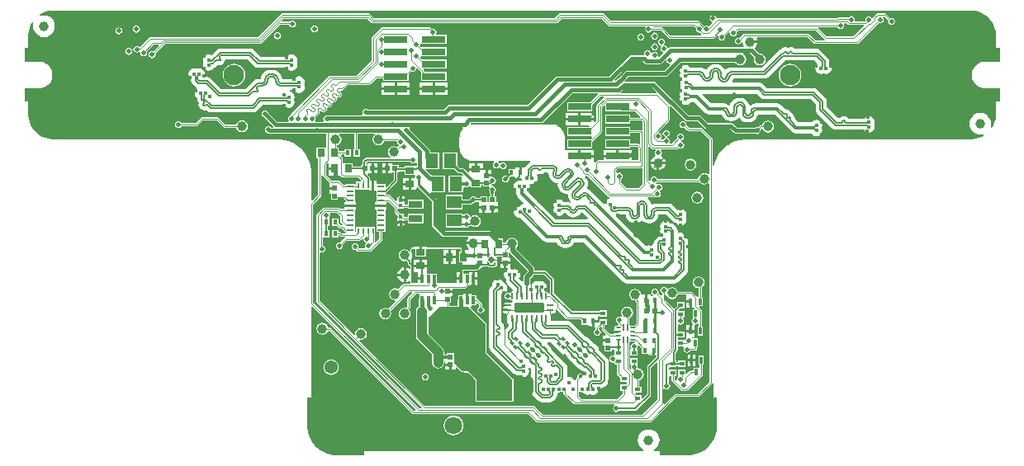
<source format=gtl>
G04*
G04 #@! TF.GenerationSoftware,Altium Limited,Altium Designer,20.0.13 (296)*
G04*
G04 Layer_Physical_Order=1*
G04 Layer_Color=255*
%FSLAX44Y44*%
%MOMM*%
G71*
G01*
G75*
%ADD10C,0.5000*%
%ADD13C,0.2000*%
%ADD15R,0.3200X0.3600*%
%ADD16R,0.7000X0.9000*%
%ADD17R,0.4500X0.5500*%
%ADD18R,0.9000X0.7000*%
%ADD19R,0.5200X0.5200*%
%ADD20R,0.5200X0.5200*%
%ADD21R,2.7430X2.1590*%
%ADD22R,1.4000X0.7500*%
%ADD23R,0.6750X0.2500*%
%ADD24R,0.2500X0.5750*%
%ADD25R,0.3500X0.8500*%
%ADD26R,0.1500X0.1500*%
%ADD27P,0.6788X4X360.0*%
%ADD28R,0.1500X0.1500*%
%ADD29R,1.5000X1.3000*%
%ADD30R,1.3000X1.5000*%
G04:AMPARAMS|DCode=31|XSize=0.2mm|YSize=0.7mm|CornerRadius=0.05mm|HoleSize=0mm|Usage=FLASHONLY|Rotation=180.000|XOffset=0mm|YOffset=0mm|HoleType=Round|Shape=RoundedRectangle|*
%AMROUNDEDRECTD31*
21,1,0.2000,0.6000,0,0,180.0*
21,1,0.1000,0.7000,0,0,180.0*
1,1,0.1000,-0.0500,0.3000*
1,1,0.1000,0.0500,0.3000*
1,1,0.1000,0.0500,-0.3000*
1,1,0.1000,-0.0500,-0.3000*
%
%ADD31ROUNDEDRECTD31*%
G04:AMPARAMS|DCode=32|XSize=0.2mm|YSize=0.5mm|CornerRadius=0.05mm|HoleSize=0mm|Usage=FLASHONLY|Rotation=270.000|XOffset=0mm|YOffset=0mm|HoleType=Round|Shape=RoundedRectangle|*
%AMROUNDEDRECTD32*
21,1,0.2000,0.4000,0,0,270.0*
21,1,0.1000,0.5000,0,0,270.0*
1,1,0.1000,-0.2000,-0.0500*
1,1,0.1000,-0.2000,0.0500*
1,1,0.1000,0.2000,0.0500*
1,1,0.1000,0.2000,-0.0500*
%
%ADD32ROUNDEDRECTD32*%
G04:AMPARAMS|DCode=33|XSize=0.25mm|YSize=0.6mm|CornerRadius=0.025mm|HoleSize=0mm|Usage=FLASHONLY|Rotation=0.000|XOffset=0mm|YOffset=0mm|HoleType=Round|Shape=RoundedRectangle|*
%AMROUNDEDRECTD33*
21,1,0.2500,0.5500,0,0,0.0*
21,1,0.2000,0.6000,0,0,0.0*
1,1,0.0500,0.1000,-0.2750*
1,1,0.0500,-0.1000,-0.2750*
1,1,0.0500,-0.1000,0.2750*
1,1,0.0500,0.1000,0.2750*
%
%ADD33ROUNDEDRECTD33*%
G04:AMPARAMS|DCode=34|XSize=0.25mm|YSize=0.6mm|CornerRadius=0.025mm|HoleSize=0mm|Usage=FLASHONLY|Rotation=270.000|XOffset=0mm|YOffset=0mm|HoleType=Round|Shape=RoundedRectangle|*
%AMROUNDEDRECTD34*
21,1,0.2500,0.5500,0,0,270.0*
21,1,0.2000,0.6000,0,0,270.0*
1,1,0.0500,-0.2750,-0.1000*
1,1,0.0500,-0.2750,0.1000*
1,1,0.0500,0.2750,0.1000*
1,1,0.0500,0.2750,-0.1000*
%
%ADD34ROUNDEDRECTD34*%
%ADD35R,0.5500X0.4500*%
%ADD36R,0.3000X0.7100*%
G04:AMPARAMS|DCode=37|XSize=0.2mm|YSize=0.565mm|CornerRadius=0.05mm|HoleSize=0mm|Usage=FLASHONLY|Rotation=225.000|XOffset=0mm|YOffset=0mm|HoleType=Round|Shape=RoundedRectangle|*
%AMROUNDEDRECTD37*
21,1,0.2000,0.4650,0,0,225.0*
21,1,0.1000,0.5650,0,0,225.0*
1,1,0.1000,-0.1998,0.1291*
1,1,0.1000,-0.1291,0.1998*
1,1,0.1000,0.1998,-0.1291*
1,1,0.1000,0.1291,-0.1998*
%
%ADD37ROUNDEDRECTD37*%
G04:AMPARAMS|DCode=38|XSize=0.4mm|YSize=0.565mm|CornerRadius=0.05mm|HoleSize=0mm|Usage=FLASHONLY|Rotation=225.000|XOffset=0mm|YOffset=0mm|HoleType=Round|Shape=RoundedRectangle|*
%AMROUNDEDRECTD38*
21,1,0.4000,0.4650,0,0,225.0*
21,1,0.3000,0.5650,0,0,225.0*
1,1,0.1000,-0.2705,0.0583*
1,1,0.1000,-0.0583,0.2705*
1,1,0.1000,0.2705,-0.0583*
1,1,0.1000,0.0583,-0.2705*
%
%ADD38ROUNDEDRECTD38*%
G04:AMPARAMS|DCode=39|XSize=0.32mm|YSize=0.36mm|CornerRadius=0mm|HoleSize=0mm|Usage=FLASHONLY|Rotation=225.000|XOffset=0mm|YOffset=0mm|HoleType=Round|Shape=Rectangle|*
%AMROTATEDRECTD39*
4,1,4,-0.0141,0.2404,0.2404,-0.0141,0.0141,-0.2404,-0.2404,0.0141,-0.0141,0.2404,0.0*
%
%ADD39ROTATEDRECTD39*%

%ADD40R,2.4000X0.7600*%
%ADD79C,0.1016*%
%ADD80C,0.1270*%
%ADD81C,0.1778*%
%ADD82C,1.0000*%
G04:AMPARAMS|DCode=83|XSize=1mm|YSize=3mm|CornerRadius=0.05mm|HoleSize=0mm|Usage=FLASHONLY|Rotation=270.000|XOffset=0mm|YOffset=0mm|HoleType=Round|Shape=RoundedRectangle|*
%AMROUNDEDRECTD83*
21,1,1.0000,2.9000,0,0,270.0*
21,1,0.9000,3.0000,0,0,270.0*
1,1,0.1000,-1.4500,-0.4500*
1,1,0.1000,-1.4500,0.4500*
1,1,0.1000,1.4500,0.4500*
1,1,0.1000,1.4500,-0.4500*
%
%ADD83ROUNDEDRECTD83*%
%ADD84C,0.4000*%
%ADD85C,0.3810*%
%ADD86C,0.2540*%
%ADD87C,0.2032*%
%ADD88C,0.3000*%
%ADD89C,1.0000*%
%ADD90C,0.5080*%
%ADD91C,5.5000*%
%ADD92O,2.5000X4.5000*%
%ADD93O,5.0000X2.5000*%
%ADD94O,4.5000X2.5000*%
%ADD95C,1.8000*%
%ADD96C,5.3000*%
%ADD97O,1.1000X1.9000*%
%ADD98O,1.1000X2.4000*%
%ADD99R,1.3680X1.3680*%
%ADD100C,1.3680*%
%ADD101C,2.1000*%
%ADD102C,0.5080*%
%ADD103C,0.4064*%
G36*
X471712Y66115D02*
X475106Y65669D01*
X478413Y64783D01*
X481575Y63472D01*
X484540Y61761D01*
X487256Y59677D01*
X489677Y57256D01*
X491761Y54540D01*
X493473Y51575D01*
X494783Y48413D01*
X495669Y45106D01*
X496115Y41712D01*
Y27500D01*
X500000D01*
Y13750D01*
X485000D01*
X483652Y13684D01*
X481009Y13158D01*
X478518Y12126D01*
X476277Y10629D01*
X474371Y8723D01*
X472874Y6482D01*
X471842Y3991D01*
X471316Y1348D01*
X471250Y0D01*
X471250Y0D01*
X471250D01*
X471316Y-1348D01*
X471842Y-3992D01*
X472874Y-6482D01*
X474371Y-8723D01*
X476277Y-10629D01*
X478518Y-12126D01*
X481009Y-13158D01*
X483652Y-13684D01*
X485000Y-13750D01*
X500000D01*
Y-27500D01*
X496115D01*
Y-41712D01*
X495669Y-45106D01*
X494783Y-48413D01*
X493473Y-51575D01*
X491976Y-54168D01*
X491631Y-54311D01*
X490658Y-53340D01*
X490839Y-52904D01*
X491221Y-50000D01*
X490839Y-47096D01*
X489718Y-44390D01*
X487934Y-42066D01*
X485611Y-40282D01*
X482904Y-39161D01*
X480000Y-38779D01*
X477096Y-39161D01*
X474389Y-40282D01*
X472066Y-42066D01*
X470282Y-44390D01*
X469161Y-47096D01*
X468779Y-50000D01*
X469161Y-52904D01*
X470282Y-55610D01*
X472066Y-57934D01*
X474389Y-59718D01*
X477096Y-60839D01*
X480000Y-61221D01*
X482904Y-60839D01*
X483340Y-60658D01*
X484311Y-61631D01*
X484168Y-61976D01*
X481575Y-63472D01*
X478413Y-64783D01*
X475106Y-65669D01*
X471712Y-66115D01*
X470000Y-66115D01*
X240000D01*
X239937Y-66128D01*
X239873Y-66118D01*
X237911Y-66182D01*
X237723Y-66226D01*
X237531Y-66213D01*
X233640Y-66725D01*
X233398Y-66807D01*
X233142Y-66824D01*
X229352Y-67840D01*
X229122Y-67953D01*
X228870Y-68003D01*
X225245Y-69505D01*
X225032Y-69647D01*
X224789Y-69730D01*
X221391Y-71692D01*
X221198Y-71861D01*
X220968Y-71974D01*
X217855Y-74363D01*
X217686Y-74556D01*
X217473Y-74698D01*
X214698Y-77473D01*
X214556Y-77686D01*
X214363Y-77855D01*
X211974Y-80968D01*
X211861Y-81198D01*
X211692Y-81391D01*
X209730Y-84789D01*
X209647Y-85032D01*
X209505Y-85245D01*
X208003Y-88870D01*
X207953Y-89122D01*
X207840Y-89352D01*
X206824Y-93142D01*
X206821Y-93193D01*
X206625Y-93529D01*
X205354Y-93185D01*
Y-65729D01*
X204876Y-64575D01*
X195187Y-54886D01*
X194033Y-54408D01*
X189035D01*
X188939Y-54368D01*
X181628D01*
X178551Y-51291D01*
X178609Y-51000D01*
X178334Y-49619D01*
X177552Y-48448D01*
X176381Y-47665D01*
X175000Y-47391D01*
X173618Y-47665D01*
X172447Y-48448D01*
X171665Y-49619D01*
X171390Y-51000D01*
X171665Y-52381D01*
X172447Y-53552D01*
X173618Y-54335D01*
X175000Y-54609D01*
X176381Y-54335D01*
X176739Y-54095D01*
X179798Y-57154D01*
X180952Y-57632D01*
X188882D01*
X188979Y-57672D01*
X193357D01*
X202090Y-66405D01*
Y-101466D01*
X200820Y-101990D01*
X199212Y-100915D01*
X196871Y-100450D01*
X194530Y-100915D01*
X192546Y-102241D01*
X191219Y-104226D01*
X190755Y-106562D01*
X148797D01*
X148764Y-106399D01*
X147982Y-105228D01*
X146811Y-104446D01*
X145430Y-104171D01*
X144049Y-104446D01*
X142878Y-105228D01*
X142095Y-106399D01*
X141821Y-107781D01*
X141897Y-108167D01*
X140727Y-108792D01*
X139385Y-107450D01*
Y-73562D01*
X140558Y-73077D01*
X143080Y-75599D01*
X144235Y-76077D01*
X147213D01*
X147598Y-77347D01*
X147448Y-77448D01*
X146665Y-78619D01*
X146391Y-80000D01*
X146665Y-81381D01*
X147003Y-81887D01*
X146632Y-83406D01*
X146617Y-83421D01*
X145976Y-83687D01*
X144400Y-84896D01*
X143192Y-86471D01*
X142432Y-88305D01*
X142340Y-89003D01*
X157216D01*
X157124Y-88305D01*
X156364Y-86471D01*
X155156Y-84896D01*
X153581Y-83687D01*
X153201Y-83530D01*
X152901Y-82031D01*
X153335Y-81381D01*
X153609Y-80000D01*
X153335Y-78619D01*
X152552Y-77448D01*
X152402Y-77347D01*
X152787Y-76077D01*
X169524D01*
X170678Y-75599D01*
X171214Y-75064D01*
X171619Y-75335D01*
X173000Y-75609D01*
X174381Y-75335D01*
X175552Y-74552D01*
X176335Y-73381D01*
X176609Y-72000D01*
X176335Y-70619D01*
X175552Y-69448D01*
X174381Y-68665D01*
X173727Y-68535D01*
Y-67240D01*
X173984Y-67189D01*
X175155Y-66407D01*
X175937Y-65236D01*
X176212Y-63855D01*
X175937Y-62474D01*
X175155Y-61302D01*
X173984Y-60520D01*
X172602Y-60245D01*
X171221Y-60520D01*
X170050Y-61302D01*
X169268Y-62474D01*
X168993Y-63855D01*
X169137Y-64576D01*
X163170Y-70543D01*
X161905D01*
X161394Y-69585D01*
X161356Y-69273D01*
X161609Y-68000D01*
X161334Y-66619D01*
X160552Y-65448D01*
X159381Y-64665D01*
X158724Y-64535D01*
Y-63240D01*
X159276Y-63130D01*
X160447Y-62348D01*
X161229Y-61177D01*
X161504Y-59795D01*
X161229Y-58414D01*
X160447Y-57243D01*
X159276Y-56461D01*
X157894Y-56186D01*
X156513Y-56461D01*
X155342Y-57243D01*
X154560Y-58414D01*
X154285Y-59795D01*
X154560Y-61177D01*
X155342Y-62348D01*
X156513Y-63130D01*
X157170Y-63261D01*
Y-64556D01*
X156618Y-64665D01*
X155448Y-65448D01*
X154833Y-66368D01*
X152956D01*
X152365Y-65098D01*
X152842Y-64384D01*
X153117Y-63003D01*
X152842Y-61622D01*
X152059Y-60451D01*
X150889Y-59668D01*
X150511Y-59593D01*
X150093Y-58215D01*
X161154Y-47154D01*
X161632Y-46000D01*
Y-32617D01*
X162902Y-32091D01*
X177363Y-46551D01*
X178323Y-47193D01*
X179457Y-47419D01*
X190307D01*
X197482Y-54594D01*
X198443Y-55237D01*
X199577Y-55462D01*
X223489D01*
X227150Y-59124D01*
X228111Y-59766D01*
X229244Y-59991D01*
X248960D01*
X249627Y-60436D01*
X251008Y-60711D01*
X252389Y-60436D01*
X253560Y-59654D01*
X254342Y-58483D01*
X254617Y-57102D01*
X254401Y-56017D01*
X255316Y-55102D01*
X256487Y-55311D01*
X256722Y-55437D01*
X257984Y-57326D01*
X259969Y-58652D01*
X262310Y-59117D01*
X264651Y-58652D01*
X266636Y-57326D01*
X267962Y-55341D01*
X268428Y-53000D01*
X267962Y-50659D01*
X266636Y-48674D01*
X264651Y-47348D01*
X262310Y-46883D01*
X259969Y-47348D01*
X257984Y-48674D01*
X256658Y-50659D01*
X256517Y-51368D01*
X255110D01*
X253955Y-51846D01*
X252093Y-53708D01*
X251008Y-53492D01*
X249627Y-53767D01*
X249178Y-54067D01*
X230471D01*
X226810Y-50406D01*
X225849Y-49764D01*
X224715Y-49538D01*
X200804D01*
X193628Y-42363D01*
X192667Y-41720D01*
X191534Y-41495D01*
X180684D01*
X147082Y-7893D01*
X146121Y-7251D01*
X144987Y-7025D01*
X115632D01*
X115106Y-5756D01*
X119183Y-1679D01*
X157241D01*
X157241Y-1679D01*
X158412Y-1446D01*
X159404Y-783D01*
X173128Y12941D01*
X228828D01*
X229674Y11674D01*
X231659Y10348D01*
X234000Y9883D01*
X236341Y10348D01*
X238326Y11674D01*
X239652Y13659D01*
X240117Y16000D01*
X239652Y18341D01*
X238326Y20326D01*
X236875Y21295D01*
X237261Y22565D01*
X244109D01*
X248346Y18329D01*
X247882Y16000D01*
X248348Y13659D01*
X249674Y11674D01*
X251659Y10348D01*
X254000Y9883D01*
X256341Y10348D01*
X258326Y11674D01*
X259652Y13659D01*
X260117Y16000D01*
X259652Y18341D01*
X258326Y20326D01*
X256341Y21652D01*
X254000Y22118D01*
X253340Y21986D01*
X248545Y26780D01*
X248629Y28048D01*
X249378Y28622D01*
X250586Y30198D01*
X251346Y32032D01*
X251438Y32730D01*
X244000D01*
Y35270D01*
X251438D01*
X251346Y35968D01*
X250586Y37803D01*
X250539Y37864D01*
X251101Y39003D01*
X302670D01*
X309260Y32413D01*
X310414Y31934D01*
X353567D01*
X354721Y32413D01*
X375776Y53467D01*
X375900Y53385D01*
X377281Y53110D01*
X378662Y53385D01*
X379833Y54167D01*
X380615Y55338D01*
X380890Y56719D01*
X380615Y58101D01*
X380320Y58543D01*
X380860Y59779D01*
X381707Y59900D01*
X381810Y59881D01*
X385606Y56085D01*
X385391Y55000D01*
X385665Y53619D01*
X386448Y52448D01*
X387619Y51665D01*
X389000Y51391D01*
X390381Y51665D01*
X391552Y52448D01*
X392335Y53619D01*
X392609Y55000D01*
X392335Y56381D01*
X391552Y57552D01*
X390381Y58335D01*
X389000Y58609D01*
X387915Y58394D01*
X383372Y62936D01*
X382218Y63414D01*
X374622D01*
X373468Y62936D01*
X370881Y60349D01*
X370403Y59195D01*
Y59025D01*
X369133Y58683D01*
X368552Y59552D01*
X367381Y60335D01*
X366000Y60609D01*
X364619Y60335D01*
X363448Y59552D01*
X362665Y58381D01*
X362391Y57000D01*
X362665Y55619D01*
X362698Y55569D01*
X361916Y54596D01*
X352044D01*
X351378Y55866D01*
X351609Y57028D01*
X351335Y58409D01*
X350552Y59580D01*
X349381Y60363D01*
X348000Y60637D01*
X346619Y60363D01*
X345448Y59580D01*
X345154Y59140D01*
X334330D01*
X333176Y58662D01*
X333146Y58632D01*
X211000D01*
X210831Y58562D01*
X209382Y59334D01*
X208600Y60504D01*
X207429Y61287D01*
X206048Y61562D01*
X204666Y61287D01*
X203496Y60504D01*
X202713Y59334D01*
X202438Y57952D01*
X202713Y56571D01*
X203496Y55400D01*
X204574Y54679D01*
X204769Y54431D01*
X205084Y53393D01*
X201554Y49863D01*
X200586Y50510D01*
X199205Y50784D01*
X197824Y50510D01*
X197152Y50061D01*
X192008Y55205D01*
X190854Y55683D01*
X101511D01*
X94635Y62559D01*
X93480Y63037D01*
X48807D01*
X47653Y62559D01*
X43726Y58632D01*
X-141695D01*
X-145622Y62559D01*
X-146777Y63037D01*
X-235833D01*
X-236987Y62559D01*
X-260440Y39107D01*
X-370764D01*
X-371918Y38629D01*
X-381518Y29029D01*
X-382159Y29092D01*
X-383330Y29875D01*
X-384711Y30149D01*
X-386092Y29875D01*
X-387263Y29092D01*
X-388046Y27921D01*
X-388320Y26540D01*
X-388046Y25159D01*
X-387263Y23988D01*
X-386092Y23205D01*
X-384711Y22931D01*
X-383330Y23205D01*
X-382523Y23745D01*
X-381363Y23067D01*
X-381401Y22877D01*
X-381126Y21495D01*
X-380344Y20324D01*
X-379173Y19542D01*
X-377791Y19267D01*
X-376410Y19542D01*
X-375239Y20324D01*
X-374457Y21495D01*
X-374182Y22877D01*
X-374398Y23962D01*
X-367410Y30950D01*
X-362754D01*
X-362268Y29777D01*
X-367777Y24268D01*
X-368862Y24483D01*
X-370243Y24209D01*
X-371414Y23426D01*
X-372196Y22255D01*
X-372471Y20874D01*
X-372196Y19493D01*
X-371414Y18322D01*
X-370243Y17539D01*
X-368862Y17265D01*
X-367481Y17539D01*
X-366310Y18322D01*
X-365527Y19493D01*
X-365252Y20874D01*
X-365468Y21959D01*
X-355649Y31778D01*
X-258080D01*
X-256926Y32256D01*
X-237815Y51368D01*
X-228431D01*
X-228335Y50883D01*
X-227552Y49712D01*
X-226381Y48930D01*
X-225000Y48655D01*
X-223619Y48930D01*
X-222448Y49712D01*
X-221665Y50883D01*
X-221391Y52264D01*
X-221665Y53645D01*
X-222448Y54816D01*
X-223619Y55599D01*
X-225000Y55873D01*
X-226381Y55599D01*
X-227552Y54816D01*
X-227675Y54632D01*
X-235765D01*
X-236250Y55806D01*
X-234553Y57503D01*
X-148393D01*
X-144466Y53576D01*
X-143312Y53098D01*
X45342D01*
X46496Y53576D01*
X50423Y57503D01*
X91864D01*
X98740Y50627D01*
X99894Y50149D01*
X136319D01*
X136998Y48879D01*
X136665Y48381D01*
X136391Y47000D01*
X136665Y45619D01*
X137448Y44448D01*
X138619Y43665D01*
X140000Y43391D01*
X141381Y43665D01*
X142552Y44448D01*
X143167Y45368D01*
X153104D01*
X160461Y38012D01*
X161615Y37534D01*
X206313D01*
X207467Y38012D01*
X210745Y41289D01*
X211731Y40479D01*
X211665Y40381D01*
X211391Y39000D01*
X211665Y37619D01*
X212448Y36448D01*
X213619Y35665D01*
X215000Y35391D01*
X216381Y35665D01*
X217552Y36448D01*
X218335Y37619D01*
X218609Y39000D01*
X218393Y40085D01*
X222166Y43858D01*
X223340Y43447D01*
X223478Y43373D01*
X223391Y42936D01*
X223665Y41555D01*
X224448Y40384D01*
X225619Y39601D01*
X227000Y39327D01*
X228381Y39601D01*
X229552Y40384D01*
X230335Y41555D01*
X230609Y42936D01*
X230394Y44021D01*
X231985Y45612D01*
X311794D01*
X320810Y36596D01*
X321116Y36469D01*
X320864Y35199D01*
X311090D01*
X304500Y41789D01*
X303346Y42267D01*
X237635D01*
X236481Y41789D01*
X233085Y38393D01*
X232000Y38609D01*
X230619Y38335D01*
X229448Y37552D01*
X228665Y36381D01*
X228391Y35000D01*
X228665Y33619D01*
X229448Y32448D01*
X230619Y31665D01*
X232000Y31391D01*
X233381Y31665D01*
X234552Y32448D01*
X235192Y33406D01*
X236092Y33373D01*
X236495Y33243D01*
X236654Y32032D01*
X237414Y30198D01*
X237702Y29821D01*
X237141Y28682D01*
X162624D01*
X161453Y28449D01*
X160714Y27956D01*
X159736Y28169D01*
X159348Y28374D01*
X159304Y28426D01*
X158552Y29552D01*
X157381Y30334D01*
X156356Y30538D01*
X156279Y30625D01*
X155862Y31535D01*
X155816Y31842D01*
X156335Y32619D01*
X156609Y34000D01*
X156335Y35381D01*
X155552Y36552D01*
X154381Y37335D01*
X153000Y37609D01*
X151619Y37335D01*
X150448Y36552D01*
X149665Y35381D01*
X149391Y34000D01*
X149665Y32619D01*
X150448Y31448D01*
X151619Y30665D01*
X152644Y30461D01*
X152720Y30375D01*
X153138Y29465D01*
X153184Y29158D01*
X152665Y28381D01*
X152390Y27000D01*
X152665Y25619D01*
X153448Y24448D01*
X154574Y23695D01*
X154621Y23656D01*
X154974Y22300D01*
X150944Y18269D01*
X150551Y18327D01*
X149561Y19756D01*
X149609Y20000D01*
X149335Y21381D01*
X148552Y22552D01*
X147381Y23335D01*
X146000Y23609D01*
X144619Y23335D01*
X143753Y22756D01*
X142706Y23010D01*
X142366Y23220D01*
X142334Y23381D01*
X141552Y24552D01*
X140381Y25334D01*
X139000Y25609D01*
X137619Y25334D01*
X136447Y24552D01*
X135665Y23381D01*
X135390Y22000D01*
X135541Y21245D01*
X135392Y20900D01*
X134678Y20102D01*
X134581Y20052D01*
X122387D01*
X121217Y19819D01*
X120224Y19156D01*
X99598Y-1470D01*
X46452D01*
X45282Y-1702D01*
X44290Y-2366D01*
X44289Y-2366D01*
X15909Y-30746D01*
X-64264D01*
X-64264Y-30746D01*
X-65435Y-30979D01*
X-66427Y-31642D01*
X-70019Y-35233D01*
X-148206D01*
X-148619Y-34958D01*
X-150000Y-34683D01*
X-151381Y-34958D01*
X-152552Y-35740D01*
X-153335Y-36911D01*
X-153609Y-38292D01*
X-153335Y-39673D01*
X-153101Y-40023D01*
X-153780Y-41293D01*
X-189059D01*
X-189059Y-41293D01*
X-189776Y-41435D01*
X-190000Y-41391D01*
X-191381Y-41665D01*
X-192552Y-42448D01*
X-193335Y-43619D01*
X-193609Y-45000D01*
X-193335Y-46381D01*
X-193044Y-46817D01*
X-193723Y-48087D01*
X-201658D01*
X-201788Y-47934D01*
X-202221Y-46817D01*
X-201665Y-45985D01*
X-201390Y-44603D01*
X-201606Y-43518D01*
X-197679Y-39591D01*
X-197544Y-39264D01*
X-197120Y-38631D01*
X-196927Y-37659D01*
X-196539Y-37412D01*
X-195706Y-37083D01*
X-195138Y-37651D01*
X-195138Y-37651D01*
X-194811Y-37787D01*
X-194178Y-38210D01*
X-193104Y-38424D01*
X-192030Y-38210D01*
X-191396Y-37787D01*
X-191069Y-37651D01*
X-190315Y-36897D01*
X-190180Y-36570D01*
X-189756Y-35937D01*
X-189543Y-34863D01*
X-189660Y-34276D01*
X-189629Y-34211D01*
X-188726Y-33308D01*
X-188662Y-33278D01*
X-188075Y-33395D01*
X-187001Y-33181D01*
X-186367Y-32758D01*
X-186040Y-32622D01*
X-185286Y-31868D01*
X-185151Y-31541D01*
X-184727Y-30908D01*
X-184514Y-29834D01*
X-184631Y-29247D01*
X-184601Y-29182D01*
X-183697Y-28279D01*
X-183633Y-28249D01*
X-183046Y-28366D01*
X-181972Y-28152D01*
X-181338Y-27729D01*
X-181012Y-27594D01*
X-180257Y-26839D01*
X-180122Y-26512D01*
X-179699Y-25879D01*
X-179485Y-24805D01*
X-179602Y-24218D01*
X-179572Y-24153D01*
X-178668Y-23250D01*
X-178604Y-23220D01*
X-178017Y-23337D01*
X-176943Y-23123D01*
X-176309Y-22700D01*
X-175983Y-22565D01*
X-175228Y-21810D01*
X-175093Y-21484D01*
X-174670Y-20850D01*
X-174456Y-19776D01*
X-174670Y-18702D01*
X-175093Y-18068D01*
X-175228Y-17742D01*
X-175796Y-17174D01*
X-175468Y-16341D01*
X-175221Y-15953D01*
X-174249Y-15759D01*
X-173615Y-15336D01*
X-173289Y-15201D01*
X-168216Y-10128D01*
X-146325D01*
X-145171Y-9650D01*
X-138726Y-3204D01*
X-132320D01*
Y-6372D01*
X-106320D01*
Y920D01*
X-103497Y3743D01*
X-103381Y3665D01*
X-102000Y3391D01*
X-100619Y3665D01*
X-99448Y4448D01*
X-98665Y5619D01*
X-98509Y6405D01*
X-97166Y6858D01*
X-93320Y3012D01*
Y-6372D01*
X-67320D01*
Y3228D01*
X-89719D01*
Y3351D01*
X-90197Y4505D01*
X-90847Y5155D01*
X-90360Y6328D01*
X-67320D01*
Y15928D01*
X-92620D01*
X-94176Y17485D01*
X-93850Y18872D01*
X-93331Y19025D01*
X-93188Y19028D01*
X-67320D01*
Y28628D01*
X-93320D01*
X-94607Y29915D01*
X-94391Y31000D01*
X-94485Y31475D01*
X-93241Y31728D01*
X-67320D01*
Y41328D01*
X-77000D01*
X-77679Y42598D01*
X-77665Y42619D01*
X-77391Y44000D01*
X-77665Y45381D01*
X-78448Y46552D01*
X-79619Y47335D01*
X-81000Y47609D01*
X-82085Y47393D01*
X-82990Y48298D01*
X-84144Y48776D01*
X-133393D01*
X-134548Y48298D01*
X-143654Y39191D01*
X-144132Y38037D01*
Y14766D01*
X-159714Y-815D01*
X-186973D01*
X-188127Y-1293D01*
X-226861Y-40027D01*
X-227339Y-41181D01*
Y-41260D01*
X-227381Y-41269D01*
X-228552Y-42051D01*
X-229335Y-43222D01*
X-229609Y-44603D01*
X-229335Y-45985D01*
X-228779Y-46817D01*
X-229212Y-47934D01*
X-229341Y-48087D01*
X-240725D01*
X-249535Y-39277D01*
X-249665Y-38619D01*
X-250448Y-37448D01*
X-251619Y-36665D01*
X-253000Y-36391D01*
X-254381Y-36665D01*
X-255552Y-37448D01*
X-256335Y-38619D01*
X-256609Y-40000D01*
X-256335Y-41381D01*
X-255552Y-42552D01*
X-254381Y-43335D01*
X-253723Y-43465D01*
X-244342Y-52846D01*
X-244728Y-54016D01*
X-244806Y-54117D01*
X-246999D01*
X-247477Y-53401D01*
X-248648Y-52619D01*
X-250029Y-52344D01*
X-251410Y-52619D01*
X-252581Y-53401D01*
X-253363Y-54572D01*
X-253638Y-55953D01*
X-253363Y-57335D01*
X-252581Y-58506D01*
X-251410Y-59288D01*
X-250474Y-59474D01*
X-249685Y-60001D01*
X-248515Y-60234D01*
X-201754D01*
X-201603Y-60335D01*
X-200222Y-60609D01*
X-198841Y-60335D01*
X-198428Y-60059D01*
X-190632D01*
Y-73589D01*
X-191500Y-74500D01*
X-200500D01*
Y-85500D01*
X-198632D01*
Y-122598D01*
X-204942Y-128908D01*
X-206115Y-128422D01*
Y-100000D01*
X-206128Y-99937D01*
X-206118Y-99873D01*
X-206182Y-97911D01*
X-206225Y-97723D01*
X-206213Y-97531D01*
X-206725Y-93640D01*
X-206807Y-93398D01*
X-206824Y-93142D01*
X-207840Y-89352D01*
X-207953Y-89122D01*
X-208003Y-88870D01*
X-209505Y-85245D01*
X-209647Y-85032D01*
X-209730Y-84789D01*
X-211692Y-81391D01*
X-211861Y-81198D01*
X-211974Y-80968D01*
X-214363Y-77855D01*
X-214556Y-77686D01*
X-214698Y-77473D01*
X-217473Y-74698D01*
X-217686Y-74556D01*
X-217855Y-74363D01*
X-220968Y-71974D01*
X-221198Y-71861D01*
X-221391Y-71692D01*
X-224789Y-69730D01*
X-225032Y-69647D01*
X-225245Y-69505D01*
X-228870Y-68003D01*
X-229122Y-67953D01*
X-229352Y-67840D01*
X-233142Y-66824D01*
X-233398Y-66807D01*
X-233640Y-66725D01*
X-237531Y-66213D01*
X-237723Y-66226D01*
X-237911Y-66182D01*
X-239873Y-66118D01*
X-239937Y-66128D01*
X-240000Y-66115D01*
X-471712D01*
X-475106Y-65669D01*
X-478413Y-64783D01*
X-481575Y-63472D01*
X-484540Y-61761D01*
X-487256Y-59677D01*
X-489677Y-57256D01*
X-491761Y-54540D01*
X-493473Y-51575D01*
X-494783Y-48413D01*
X-495669Y-45106D01*
X-496115Y-41712D01*
Y-27500D01*
X-500000D01*
Y-13750D01*
X-485000D01*
X-483652Y-13684D01*
X-481009Y-13158D01*
X-478518Y-12126D01*
X-476277Y-10629D01*
X-474371Y-8723D01*
X-472874Y-6482D01*
X-471842Y-3992D01*
X-471316Y-1348D01*
X-471250Y-0D01*
X-471250Y-0D01*
X-471316Y1348D01*
X-471842Y3991D01*
X-472874Y6482D01*
X-474371Y8723D01*
X-476277Y10629D01*
X-478518Y12126D01*
X-481009Y13158D01*
X-483652Y13684D01*
X-485000Y13750D01*
X-500000D01*
Y27500D01*
X-496115D01*
Y41712D01*
X-495669Y45106D01*
X-494783Y48413D01*
X-493473Y51575D01*
X-491976Y54168D01*
X-491631Y54311D01*
X-490658Y53340D01*
X-490839Y52904D01*
X-491221Y50000D01*
X-490839Y47096D01*
X-489718Y44390D01*
X-487934Y42066D01*
X-485611Y40282D01*
X-482904Y39161D01*
X-480000Y38779D01*
X-477096Y39161D01*
X-474389Y40282D01*
X-472066Y42066D01*
X-470282Y44390D01*
X-469161Y47096D01*
X-468779Y50000D01*
X-469161Y52904D01*
X-470282Y55610D01*
X-472066Y57934D01*
X-474389Y59718D01*
X-477096Y60839D01*
X-480000Y61221D01*
X-482904Y60839D01*
X-483340Y60658D01*
X-484311Y61631D01*
X-484168Y61976D01*
X-481575Y63472D01*
X-478413Y64783D01*
X-475106Y65669D01*
X-471712Y66115D01*
X-470000Y66115D01*
X470000D01*
X471712Y66115D01*
D02*
G37*
G36*
X343882Y51810D02*
X345036Y51332D01*
X360268D01*
X360754Y50158D01*
X349978Y39382D01*
X322640D01*
X313862Y48161D01*
X314157Y49276D01*
X314251Y49431D01*
X333833D01*
X334448Y48511D01*
X335619Y47728D01*
X337000Y47454D01*
X338381Y47728D01*
X339552Y48511D01*
X340335Y49682D01*
X340609Y51063D01*
X340457Y51828D01*
X341309Y53098D01*
X342594D01*
X343882Y51810D01*
D02*
G37*
G36*
X188606Y48085D02*
X188391Y47000D01*
X188665Y45619D01*
X189448Y44448D01*
X190619Y43665D01*
X192000Y43391D01*
X192673Y43525D01*
X194130Y42068D01*
X193871Y41021D01*
X193741Y40798D01*
X162291D01*
X154935Y48154D01*
X153781Y48632D01*
X144311D01*
X144163Y48879D01*
X144882Y50149D01*
X186543D01*
X188606Y48085D01*
D02*
G37*
G36*
X158457Y15336D02*
X158391Y15000D01*
X158665Y13619D01*
X159448Y12448D01*
X160619Y11665D01*
X161274Y11535D01*
X161692Y10157D01*
X155974Y4439D01*
X117916D01*
X116745Y4206D01*
X115753Y3543D01*
X115753Y3543D01*
X108880Y-3330D01*
X108234Y-3761D01*
X106046Y-5950D01*
X105636Y-5880D01*
X105202Y-4517D01*
X123654Y13935D01*
X133762D01*
X135584Y12112D01*
X136576Y11449D01*
X137747Y11216D01*
X137747Y11216D01*
X151275D01*
X151275Y11216D01*
X152446Y11449D01*
X153438Y12112D01*
X157287Y15961D01*
X158457Y15336D01*
D02*
G37*
G36*
X148279Y-17468D02*
X147753Y-18738D01*
X111947D01*
X111554Y-17830D01*
X111519Y-17468D01*
X116038Y-12949D01*
X143761D01*
X148279Y-17468D01*
D02*
G37*
G36*
X88147Y-19691D02*
X79973Y-27865D01*
X56281D01*
Y-37465D01*
X82281D01*
Y-30173D01*
X90452Y-22002D01*
X93517D01*
X94043Y-23273D01*
X86810Y-30505D01*
X86332Y-31659D01*
Y-46906D01*
X84994Y-48243D01*
X83821Y-47757D01*
Y-46635D01*
X70551D01*
Y-51705D01*
X78667D01*
X79341Y-52975D01*
X79145Y-53265D01*
X56281D01*
Y-62865D01*
X81277D01*
X81803Y-64135D01*
X79973Y-65965D01*
X56281D01*
Y-75565D01*
X82281D01*
Y-68274D01*
X91389Y-59166D01*
X91867Y-58012D01*
Y-33276D01*
X94108Y-31035D01*
X95281Y-31521D01*
Y-37465D01*
X121281D01*
Y-37462D01*
X126364D01*
X131461Y-42560D01*
X130976Y-43733D01*
X121281D01*
Y-40565D01*
X95281D01*
Y-50165D01*
X121281D01*
Y-46997D01*
X132689D01*
X133850Y-48158D01*
Y-55882D01*
X132580Y-56646D01*
X132065Y-56433D01*
X121281D01*
Y-53265D01*
X95281D01*
Y-62865D01*
X121281D01*
Y-59697D01*
X131389D01*
X131580Y-59888D01*
Y-70922D01*
X130407Y-71408D01*
X129651Y-70652D01*
X128497Y-70174D01*
X121281D01*
Y-65965D01*
X95281D01*
Y-75565D01*
X121281D01*
Y-73438D01*
X127821D01*
X129310Y-74928D01*
Y-87368D01*
X122821D01*
Y-84735D01*
X108281D01*
X93741D01*
Y-87368D01*
X88000D01*
X86846Y-87846D01*
X85091Y-89601D01*
X83944Y-89288D01*
X83821Y-89211D01*
Y-84735D01*
X69281D01*
Y-83465D01*
X68011D01*
Y-77125D01*
X54906D01*
X53740Y-76477D01*
X53810Y-76123D01*
Y-75740D01*
X53885Y-75365D01*
Y-63395D01*
X53810Y-63020D01*
Y-62637D01*
X53426Y-60705D01*
X53279Y-60352D01*
X53205Y-59977D01*
X52451Y-58157D01*
X52238Y-57839D01*
X52092Y-57485D01*
X50998Y-55847D01*
X50727Y-55577D01*
X50514Y-55259D01*
X49121Y-53866D01*
X48803Y-53653D01*
X48533Y-53383D01*
X46895Y-52288D01*
X46541Y-52142D01*
X46223Y-51929D01*
X44404Y-51175D01*
X44028Y-51101D01*
X43675Y-50954D01*
X41743Y-50570D01*
X41360D01*
X40985Y-50495D01*
X-40985D01*
X-41360Y-50570D01*
X-41401D01*
X-41998Y-49819D01*
X-42154Y-49357D01*
X-42020Y-49132D01*
X29947D01*
X31081Y-48907D01*
X32041Y-48265D01*
X61885Y-18421D01*
X87621D01*
X88147Y-19691D01*
D02*
G37*
G36*
X-140809Y-61329D02*
X-141326Y-61674D01*
X-142652Y-63659D01*
X-143118Y-66000D01*
X-142652Y-68341D01*
X-141326Y-70326D01*
X-139341Y-71652D01*
X-137000Y-72118D01*
X-134659Y-71652D01*
X-132674Y-70326D01*
X-131348Y-68341D01*
X-131207Y-67632D01*
X-118747D01*
X-117692Y-68559D01*
X-117418Y-69940D01*
X-116635Y-71111D01*
X-116120Y-71455D01*
X-116261Y-72888D01*
X-116565Y-73014D01*
X-117604Y-74053D01*
X-118659Y-73348D01*
X-121000Y-72882D01*
X-123341Y-73348D01*
X-125326Y-74674D01*
X-126652Y-76659D01*
X-127118Y-79000D01*
X-126652Y-81341D01*
X-125326Y-83326D01*
X-124813Y-83668D01*
X-125198Y-84938D01*
X-149345D01*
X-150125Y-85094D01*
X-150786Y-85536D01*
X-150787Y-85536D01*
X-152942Y-87691D01*
X-153384Y-88353D01*
X-153539Y-89133D01*
Y-92400D01*
X-154600D01*
Y-93961D01*
X-163500D01*
Y-90500D01*
X-172500D01*
X-173368Y-89589D01*
Y-86000D01*
X-173846Y-84846D01*
X-175481Y-83211D01*
X-175486Y-83209D01*
X-175605Y-82902D01*
X-174736Y-81632D01*
X-171750D01*
Y-83750D01*
X-165250D01*
Y-76250D01*
X-171750D01*
Y-78368D01*
X-177500D01*
Y-74500D01*
X-179368D01*
Y-71793D01*
X-178659Y-71652D01*
X-176674Y-70326D01*
X-175348Y-68341D01*
X-174883Y-66000D01*
X-175348Y-63659D01*
X-176674Y-61674D01*
X-177191Y-61329D01*
X-176806Y-60059D01*
X-161937D01*
Y-76250D01*
X-162750D01*
Y-83750D01*
X-156250D01*
Y-76250D01*
X-158672D01*
Y-60059D01*
X-141194D01*
X-140809Y-61329D01*
D02*
G37*
G36*
X-103808Y-89530D02*
X-102637Y-90312D01*
X-101255Y-90587D01*
X-99874Y-90312D01*
X-98966Y-89705D01*
X-98034Y-90020D01*
X-97696Y-90268D01*
Y-93124D01*
X-98231Y-93525D01*
X-99501Y-93500D01*
Y-93500D01*
X-110501D01*
Y-94961D01*
X-116400D01*
Y-92400D01*
X-122860D01*
Y-90860D01*
X-126730D01*
Y-96000D01*
Y-101140D01*
X-122860D01*
Y-99600D01*
X-121539D01*
Y-107918D01*
X-128730Y-115109D01*
X-130000Y-114583D01*
Y-111875D01*
X-138710D01*
Y-108085D01*
X-141230D01*
Y-113500D01*
Y-118915D01*
X-139648D01*
X-138750Y-119813D01*
X-138750Y-121375D01*
X-138750Y-122645D01*
Y-126375D01*
X-138750D01*
Y-126875D01*
X-138750D01*
Y-130335D01*
X-140290D01*
Y-132855D01*
X-128460D01*
Y-130757D01*
X-126551D01*
X-120702Y-136606D01*
Y-139930D01*
X-120224Y-141084D01*
X-116819Y-144489D01*
X-116600Y-144580D01*
Y-146760D01*
X-118140D01*
Y-149830D01*
X-114000D01*
X-109860D01*
Y-148982D01*
X-106750D01*
Y-152100D01*
X-90750D01*
Y-142600D01*
X-106750D01*
Y-145718D01*
X-110974D01*
X-111181Y-145511D01*
X-111222Y-145494D01*
X-111381Y-145111D01*
X-111400Y-145092D01*
Y-142700D01*
X-113792D01*
X-114311Y-142181D01*
X-114652Y-142039D01*
X-117437Y-139254D01*
Y-137823D01*
X-116600Y-136900D01*
X-111400D01*
Y-136232D01*
X-106750D01*
Y-137500D01*
X-90750D01*
Y-128000D01*
X-106750D01*
Y-132968D01*
X-108643D01*
X-109860Y-132840D01*
Y-129770D01*
X-114000D01*
Y-128500D01*
X-115270D01*
Y-124160D01*
X-118140D01*
Y-128892D01*
X-119313Y-129378D01*
X-125721Y-122971D01*
X-126875Y-122493D01*
X-128806D01*
X-129278Y-121310D01*
X-129082Y-121009D01*
X-128420Y-120567D01*
X-118058Y-110204D01*
X-118058Y-110204D01*
X-117616Y-109543D01*
X-117461Y-108763D01*
X-117461Y-108762D01*
Y-99600D01*
X-116400D01*
Y-99039D01*
X-110501D01*
Y-102500D01*
X-100115D01*
X-99416Y-103502D01*
X-99353Y-103709D01*
X-99609Y-105000D01*
X-100397Y-105960D01*
X-103731D01*
Y-112000D01*
X-105001D01*
D01*
X-103731D01*
Y-118040D01*
X-97961D01*
Y-116006D01*
X-96691Y-115480D01*
X-82258Y-129912D01*
Y-153528D01*
X-82258Y-153528D01*
X-82025Y-154699D01*
X-81362Y-155691D01*
X-71891Y-165163D01*
X-70898Y-165826D01*
X-69728Y-166059D01*
X-69728Y-166059D01*
X-45138D01*
X-44707Y-167329D01*
X-44827Y-167421D01*
X-46035Y-168996D01*
X-46795Y-170830D01*
X-46887Y-171528D01*
X-39449D01*
Y-174068D01*
X-46887D01*
X-46795Y-174767D01*
X-46035Y-176601D01*
X-44827Y-178176D01*
X-44157Y-178690D01*
X-44588Y-179960D01*
X-48730D01*
Y-187000D01*
X-51270D01*
Y-179960D01*
X-51467D01*
Y-178500D01*
X-51784Y-177735D01*
X-52549Y-177418D01*
X-86960D01*
Y-175960D01*
X-92730D01*
Y-182000D01*
X-95270D01*
Y-175960D01*
X-101040D01*
Y-177418D01*
X-103000D01*
X-103765Y-177735D01*
X-104082Y-178500D01*
Y-180771D01*
X-105352Y-181156D01*
X-105674Y-180674D01*
X-107659Y-179348D01*
X-110000Y-178883D01*
X-112341Y-179348D01*
X-114326Y-180674D01*
X-115652Y-182659D01*
X-116117Y-185000D01*
X-115652Y-187341D01*
X-114326Y-189326D01*
X-112341Y-190652D01*
X-110000Y-191118D01*
X-108327Y-190785D01*
X-107114Y-191998D01*
Y-192931D01*
X-107114Y-192931D01*
X-106957Y-193718D01*
X-106512Y-194385D01*
X-104082Y-196814D01*
Y-198436D01*
X-105352Y-199062D01*
X-106198Y-198414D01*
X-108032Y-197654D01*
X-108730Y-197562D01*
Y-205000D01*
Y-212438D01*
X-108032Y-212346D01*
X-106198Y-211586D01*
X-105352Y-210938D01*
X-104082Y-211564D01*
Y-213250D01*
X-104994Y-214368D01*
X-111000D01*
X-112154Y-214846D01*
X-117058Y-219750D01*
X-117659Y-219348D01*
X-120000Y-218883D01*
X-122341Y-219348D01*
X-124326Y-220674D01*
X-125652Y-222659D01*
X-126117Y-225000D01*
X-125652Y-227341D01*
X-124326Y-229326D01*
X-122341Y-230652D01*
X-120185Y-231081D01*
X-119528Y-232220D01*
X-127058Y-239750D01*
X-127659Y-239348D01*
X-130000Y-238883D01*
X-132341Y-239348D01*
X-134326Y-240674D01*
X-135652Y-242659D01*
X-136117Y-245000D01*
X-135652Y-247341D01*
X-134326Y-249326D01*
X-132341Y-250652D01*
X-130000Y-251117D01*
X-127659Y-250652D01*
X-125674Y-249326D01*
X-124348Y-247341D01*
X-123883Y-245000D01*
X-124348Y-242659D01*
X-124750Y-242058D01*
X-105054Y-222362D01*
X-102647D01*
X-102161Y-223536D01*
X-107154Y-228528D01*
X-107632Y-229683D01*
Y-238324D01*
X-108491Y-239183D01*
X-110000Y-238883D01*
X-112341Y-239348D01*
X-114326Y-240674D01*
X-115652Y-242659D01*
X-116117Y-245000D01*
X-115652Y-247341D01*
X-114326Y-249326D01*
X-112341Y-250652D01*
X-110000Y-251117D01*
X-107659Y-250652D01*
X-105674Y-249326D01*
X-104348Y-247341D01*
X-103883Y-245000D01*
X-104348Y-242659D01*
X-105551Y-240859D01*
X-104846Y-240154D01*
X-104368Y-239000D01*
Y-230359D01*
X-98641Y-224632D01*
X-95618D01*
X-95250Y-225750D01*
X-95250D01*
Y-229716D01*
X-95326Y-229830D01*
X-95559Y-231000D01*
Y-237578D01*
X-96826Y-238424D01*
X-98152Y-240409D01*
X-98618Y-242750D01*
Y-267908D01*
X-98152Y-270249D01*
X-96826Y-272234D01*
X-81856Y-287203D01*
Y-295423D01*
X-81391Y-297764D01*
X-80064Y-299749D01*
X-78080Y-301075D01*
X-75739Y-301541D01*
X-73398Y-301075D01*
X-71413Y-299749D01*
X-70087Y-297764D01*
X-69621Y-295423D01*
Y-293227D01*
X-69602Y-293212D01*
X-68332Y-293840D01*
Y-296132D01*
X-63192D01*
Y-297402D01*
X-61922D01*
Y-302542D01*
X-58052D01*
Y-300041D01*
X-56878Y-299557D01*
X-51327Y-305141D01*
X-51326Y-305141D01*
X-51325Y-305143D01*
X-50943Y-305301D01*
X-50563Y-305460D01*
X-50561Y-305459D01*
X-50560Y-305460D01*
X-45181D01*
X-42715Y-307927D01*
X-42646Y-307955D01*
X-42608Y-308020D01*
X-41144Y-309144D01*
X-40020Y-310608D01*
X-39955Y-310646D01*
X-39927Y-310715D01*
X-37407Y-313234D01*
Y-334389D01*
X-37090Y-335154D01*
X-36325Y-335471D01*
X253D01*
X452Y-335389D01*
X1253D01*
Y-334588D01*
X1335Y-334389D01*
Y-313092D01*
X1253Y-312893D01*
Y-311799D01*
X490D01*
X-26369Y-284940D01*
Y-255797D01*
X-26525Y-255419D01*
X-26678Y-255039D01*
X-34173Y-247383D01*
X-34235Y-247235D01*
X-34235Y-247235D01*
X-42506Y-238963D01*
X-42020Y-237790D01*
X-41710D01*
Y-236250D01*
X-36750D01*
Y-234667D01*
X-35577Y-234181D01*
X-33632Y-236126D01*
Y-237833D01*
X-34552Y-238448D01*
X-35335Y-239619D01*
X-35609Y-241000D01*
X-35335Y-242381D01*
X-34552Y-243552D01*
X-33381Y-244335D01*
X-32000Y-244609D01*
X-30619Y-244335D01*
X-29448Y-243552D01*
X-28665Y-242381D01*
X-28391Y-241000D01*
X-28665Y-239619D01*
X-29448Y-238448D01*
X-30368Y-237833D01*
Y-235450D01*
X-30846Y-234295D01*
X-35296Y-229846D01*
X-36450Y-229368D01*
X-36750D01*
Y-225750D01*
X-41710D01*
Y-224210D01*
X-44730D01*
Y-231000D01*
X-47270D01*
Y-224210D01*
X-50290D01*
Y-225750D01*
X-55250D01*
Y-229716D01*
X-55326Y-229830D01*
X-55559Y-231000D01*
Y-236918D01*
X-64368D01*
Y-233600D01*
X-62400D01*
Y-227140D01*
X-60860D01*
Y-223270D01*
X-66000D01*
Y-220730D01*
X-60860D01*
Y-219397D01*
X-48555D01*
X-47401Y-218919D01*
X-44829Y-216347D01*
X-43790Y-215790D01*
X-40770D01*
Y-209000D01*
X-39500D01*
D01*
X-40770D01*
Y-202210D01*
X-43790D01*
Y-203750D01*
X-48750D01*
Y-203750D01*
X-49750D01*
X-49780Y-202480D01*
X-49668Y-202210D01*
Y-200569D01*
X-36600D01*
X-35234Y-200297D01*
X-34077Y-199523D01*
X-31503Y-196950D01*
X-29350D01*
Y-196506D01*
X-25315D01*
X-25250Y-196532D01*
X-25039D01*
X-24770Y-196801D01*
X-24616Y-196905D01*
X-24513Y-197059D01*
X-23846Y-197504D01*
X-23060Y-197661D01*
X-18805D01*
X-18805Y-197661D01*
X-18019Y-197504D01*
X-17352Y-197059D01*
X-16825Y-196532D01*
X-16650D01*
X-15885Y-196215D01*
X-15568Y-195450D01*
Y-191850D01*
X-15830Y-191216D01*
X-13964Y-189350D01*
X-15830Y-187484D01*
X-15568Y-186850D01*
Y-186306D01*
X-10600D01*
Y-187860D01*
X-12140D01*
Y-191730D01*
X-7000D01*
X-1860D01*
Y-187860D01*
X-3400D01*
Y-182825D01*
X-2130Y-182440D01*
X-1979Y-182666D01*
X15774Y-200419D01*
Y-201637D01*
X12448Y-204963D01*
X11665Y-206134D01*
X11391Y-207515D01*
Y-211504D01*
X10217Y-211990D01*
X7863Y-209636D01*
X7863Y-209636D01*
X7003Y-208776D01*
X8003Y-207279D01*
X8456Y-205000D01*
X8003Y-202721D01*
X6712Y-200788D01*
X4779Y-199497D01*
X2500Y-199044D01*
X221Y-199497D01*
X-32Y-199666D01*
X-285Y-199497D01*
X-1491Y-199257D01*
X-1860Y-198140D01*
X-1860Y-197987D01*
Y-194270D01*
X-5730D01*
Y-198140D01*
X-4531D01*
X-4406Y-199410D01*
X-4843Y-199497D01*
X-6776Y-200788D01*
X-8067Y-202721D01*
X-8521Y-205000D01*
X-8067Y-207279D01*
X-6776Y-209212D01*
X-6220Y-209583D01*
Y-211071D01*
X-5855Y-212904D01*
X-4817Y-214459D01*
X794Y-220070D01*
X1073Y-221323D01*
X176Y-222666D01*
X130Y-222897D01*
X-1000D01*
X-1957Y-223293D01*
X-2038Y-223489D01*
X-2619Y-223665D01*
X-4000Y-223391D01*
X-5381Y-223665D01*
X-5795Y-223942D01*
X-6518Y-222913D01*
X-5227Y-220980D01*
X-4774Y-218701D01*
X-5227Y-216422D01*
X-6518Y-214489D01*
X-8451Y-213198D01*
X-8749Y-213139D01*
X-8808Y-212841D01*
X-10099Y-210908D01*
X-12032Y-209617D01*
X-14311Y-209164D01*
X-16590Y-209617D01*
X-18523Y-210908D01*
X-19814Y-212841D01*
X-20267Y-215120D01*
X-20137Y-215776D01*
X-22116Y-217754D01*
X-23154Y-219309D01*
X-23519Y-221142D01*
Y-279068D01*
X-23154Y-280901D01*
X-22116Y-282456D01*
X1922Y-306493D01*
X3476Y-307532D01*
X5310Y-307896D01*
X6804D01*
X7175Y-308452D01*
X9108Y-309743D01*
X11387Y-310197D01*
X13666Y-309743D01*
X15599Y-308452D01*
X16890Y-306520D01*
X17343Y-304240D01*
X16890Y-301961D01*
X16823Y-301860D01*
X17230Y-300711D01*
X18411Y-300360D01*
X19490Y-301081D01*
X19754Y-301133D01*
Y-325550D01*
X20118Y-327384D01*
X21157Y-328938D01*
X26799Y-334580D01*
X28353Y-335619D01*
X30187Y-335984D01*
X38719D01*
X40552Y-335619D01*
X42106Y-334580D01*
X44785Y-331902D01*
X45823Y-330348D01*
X46188Y-328514D01*
Y-327341D01*
X46630Y-327046D01*
X47556Y-325659D01*
X48008Y-325749D01*
X49191Y-325514D01*
X50194Y-324844D01*
X51578Y-325059D01*
X52355Y-325578D01*
X52501Y-325607D01*
Y-326623D01*
X52979Y-327778D01*
X62866Y-337665D01*
X64020Y-338143D01*
X104734D01*
X105119Y-339413D01*
X104449Y-339861D01*
X103666Y-341032D01*
X103391Y-342413D01*
X103666Y-343794D01*
X104449Y-344965D01*
X105620Y-345748D01*
X107001Y-346022D01*
X108382Y-345748D01*
X109553Y-344965D01*
X109885Y-344468D01*
X126438D01*
X126438Y-344468D01*
X127225Y-344312D01*
X127892Y-343866D01*
X141987Y-329771D01*
X142432Y-329104D01*
X142589Y-328318D01*
X142589Y-328318D01*
Y-300291D01*
X147924Y-294955D01*
X149098Y-295441D01*
Y-333207D01*
X133752Y-348553D01*
X31485D01*
X23251Y-340319D01*
X22097Y-339841D01*
X-89489D01*
X-156425Y-272905D01*
X-155800Y-271735D01*
X-155000Y-271894D01*
X-152659Y-271428D01*
X-150674Y-270102D01*
X-149348Y-268118D01*
X-148883Y-265776D01*
X-149348Y-263435D01*
X-150674Y-261451D01*
X-152659Y-260124D01*
X-155000Y-259659D01*
X-157341Y-260124D01*
X-159326Y-261451D01*
X-160652Y-263435D01*
X-161117Y-265776D01*
X-160958Y-266576D01*
X-162129Y-267202D01*
X-197558Y-231772D01*
Y-182561D01*
X-196289Y-181888D01*
X-195143Y-182116D01*
X-193762Y-181842D01*
X-192591Y-181059D01*
X-191808Y-179888D01*
X-191533Y-178507D01*
X-191808Y-177126D01*
X-192591Y-175955D01*
X-193626Y-175263D01*
Y-166750D01*
X-187250D01*
Y-159250D01*
X-188858D01*
Y-154750D01*
X-187250D01*
Y-147250D01*
X-187250Y-147250D01*
X-187571Y-145980D01*
X-186956Y-145059D01*
X-186681Y-143678D01*
X-186909Y-142532D01*
X-186236Y-141262D01*
X-180197D01*
X-176428Y-145031D01*
Y-149747D01*
X-175950Y-150902D01*
X-173892Y-152960D01*
X-174471Y-154176D01*
X-176015D01*
X-178250Y-151942D01*
Y-147250D01*
X-184750D01*
Y-154750D01*
X-180058D01*
X-177846Y-156963D01*
X-176691Y-157441D01*
X-174697D01*
X-171859Y-160279D01*
X-170951Y-160655D01*
X-170671Y-161170D01*
X-171126Y-162150D01*
X-171488Y-162440D01*
X-174505D01*
X-175100Y-161846D01*
X-176254Y-161368D01*
X-178250D01*
Y-159250D01*
X-184750D01*
Y-166750D01*
X-178250D01*
Y-164632D01*
X-176930D01*
X-176335Y-165227D01*
X-175181Y-165705D01*
X-171098D01*
X-170845Y-166975D01*
X-171593Y-167284D01*
X-175914Y-171606D01*
X-177000Y-171390D01*
X-178381Y-171665D01*
X-179552Y-172447D01*
X-180334Y-173618D01*
X-180609Y-175000D01*
X-180334Y-176381D01*
X-179552Y-177552D01*
X-178381Y-178334D01*
X-177000Y-178609D01*
X-175618Y-178334D01*
X-174447Y-177552D01*
X-173665Y-176381D01*
X-173390Y-175000D01*
X-173606Y-173915D01*
X-169762Y-170071D01*
X-156345D01*
X-155191Y-169593D01*
X-153643Y-168044D01*
X-152924Y-168277D01*
X-152395Y-168593D01*
X-152151Y-169820D01*
X-151369Y-170991D01*
X-150198Y-171773D01*
X-149993Y-171814D01*
X-149725Y-173162D01*
X-149781Y-173199D01*
X-150563Y-174370D01*
X-150838Y-175752D01*
X-150610Y-176897D01*
X-151283Y-178167D01*
X-156524D01*
X-157606Y-177085D01*
X-157390Y-176000D01*
X-157665Y-174618D01*
X-158448Y-173447D01*
X-159619Y-172665D01*
X-161000Y-172390D01*
X-162381Y-172665D01*
X-163552Y-173447D01*
X-164334Y-174618D01*
X-164609Y-176000D01*
X-164334Y-177381D01*
X-163552Y-178552D01*
X-162381Y-179334D01*
X-161000Y-179609D01*
X-159915Y-179393D01*
X-158354Y-180954D01*
X-157200Y-181432D01*
X-145552D01*
X-144398Y-180954D01*
X-133221Y-169777D01*
X-132743Y-168623D01*
Y-161375D01*
X-130000D01*
Y-157645D01*
X-130000Y-156875D01*
X-130000Y-155605D01*
X-130000Y-151875D01*
X-130000Y-150605D01*
X-130000Y-146875D01*
X-130000Y-145605D01*
X-130000Y-141875D01*
X-130000Y-140605D01*
Y-137915D01*
X-128460D01*
Y-135395D01*
X-140290D01*
Y-137915D01*
X-139648D01*
X-138750Y-138813D01*
X-138750Y-141375D01*
X-138750Y-142645D01*
X-138750Y-146375D01*
X-138750Y-147645D01*
X-138750Y-151375D01*
X-138750Y-152645D01*
X-138750Y-156375D01*
X-138750Y-157645D01*
Y-161375D01*
X-136007D01*
Y-167947D01*
X-139783Y-171722D01*
X-140832Y-171046D01*
X-140868Y-171011D01*
Y-163625D01*
X-140250D01*
Y-155875D01*
X-143980D01*
X-144750Y-155875D01*
X-146020Y-155875D01*
X-149750Y-155875D01*
X-151020Y-155875D01*
X-154750Y-155875D01*
X-156020Y-155875D01*
X-159750D01*
Y-160408D01*
X-159980Y-160543D01*
X-161250Y-159814D01*
X-161250Y-156875D01*
X-161250Y-155605D01*
X-161250Y-151875D01*
X-161250Y-150605D01*
X-161250Y-146875D01*
X-161250Y-145605D01*
X-161250Y-141875D01*
X-161250Y-140605D01*
Y-137915D01*
X-159710D01*
Y-135395D01*
X-171540D01*
Y-137493D01*
X-176499D01*
X-177532Y-136460D01*
X-178686Y-135982D01*
X-192802D01*
X-193956Y-136460D01*
X-200345Y-142848D01*
X-200823Y-144002D01*
Y-232448D01*
X-200345Y-233603D01*
X-161703Y-272244D01*
X-92634Y-341313D01*
X-93120Y-342486D01*
X-95209D01*
X-204013Y-233682D01*
Y-132595D01*
X-195846Y-124428D01*
X-195368Y-123274D01*
Y-103083D01*
X-194132Y-103000D01*
X-193654Y-104154D01*
X-187549Y-110259D01*
X-187140Y-111360D01*
X-187140Y-111360D01*
X-187140D01*
X-187140Y-111360D01*
Y-115230D01*
X-182000D01*
Y-117770D01*
X-187140D01*
Y-121640D01*
X-185600D01*
Y-128100D01*
X-178400D01*
Y-126632D01*
X-172551D01*
X-170118Y-129065D01*
X-170285Y-130335D01*
X-171540D01*
Y-132855D01*
X-159710D01*
Y-130335D01*
X-161250D01*
Y-127645D01*
X-161250Y-126875D01*
X-161250D01*
Y-126375D01*
X-161250D01*
Y-122645D01*
X-161250Y-121875D01*
X-161250Y-120605D01*
X-161250Y-117412D01*
X-160216Y-116304D01*
X-159750Y-116379D01*
Y-117375D01*
X-155250D01*
Y-117375D01*
X-154750D01*
Y-117375D01*
X-150250D01*
Y-117375D01*
X-149750D01*
Y-117375D01*
X-146290D01*
Y-118915D01*
X-143770D01*
Y-113500D01*
Y-108085D01*
X-145461D01*
Y-106100D01*
X-145616Y-105320D01*
X-146058Y-104658D01*
X-146058Y-104658D01*
X-148424Y-102292D01*
X-147780Y-101140D01*
X-144270D01*
Y-96000D01*
Y-90860D01*
X-148140D01*
Y-92400D01*
X-149461D01*
Y-89978D01*
X-148500Y-89017D01*
X-104150D01*
X-103808Y-89530D01*
D02*
G37*
G36*
X-50028Y-54772D02*
X-50514Y-55259D01*
X-50727Y-55577D01*
X-50998Y-55847D01*
X-52092Y-57485D01*
X-52238Y-57839D01*
X-52451Y-58157D01*
X-53205Y-59977D01*
X-53279Y-60352D01*
X-53426Y-60705D01*
X-53810Y-62637D01*
Y-63020D01*
X-53885Y-63395D01*
Y-75365D01*
X-53810Y-75740D01*
Y-76123D01*
X-53426Y-78055D01*
X-53279Y-78408D01*
X-53205Y-78783D01*
X-52451Y-80603D01*
X-52238Y-80921D01*
X-52092Y-81275D01*
X-50998Y-82913D01*
X-50727Y-83183D01*
X-50514Y-83502D01*
X-49121Y-84894D01*
X-48803Y-85107D01*
X-48533Y-85378D01*
X-46895Y-86472D01*
X-46542Y-86618D01*
X-46223Y-86831D01*
X-44404Y-87585D01*
X-44028Y-87659D01*
X-43675Y-87806D01*
X-41743Y-88190D01*
X-41360D01*
X-40985Y-88265D01*
X-18670D01*
X-18284Y-89535D01*
X-18723Y-89828D01*
X-19505Y-90999D01*
X-19780Y-92380D01*
X-19505Y-93761D01*
X-18723Y-94932D01*
X-17552Y-95715D01*
X-16171Y-95989D01*
X-14790Y-95715D01*
X-13619Y-94932D01*
X-13601Y-94906D01*
X-13159Y-94855D01*
X-12156Y-95029D01*
X-11552Y-95932D01*
X-10381Y-96714D01*
X-9000Y-96989D01*
X-7619Y-96714D01*
X-6448Y-95932D01*
X-5665Y-94761D01*
X-5391Y-93380D01*
X-5665Y-91999D01*
X-6448Y-90828D01*
X-7619Y-90045D01*
X-9000Y-89770D01*
X-10381Y-90045D01*
X-11552Y-90828D01*
X-11570Y-90854D01*
X-12012Y-90905D01*
X-13015Y-90731D01*
X-13619Y-89828D01*
X-14057Y-89535D01*
X-13672Y-88265D01*
X18264D01*
X18548Y-88782D01*
X18649Y-89535D01*
X18143Y-89873D01*
X18143Y-89873D01*
X13652Y-94363D01*
X13167Y-95090D01*
X9770D01*
Y-100380D01*
X7230D01*
Y-95090D01*
X3710D01*
Y-95882D01*
X2750Y-96630D01*
X2440Y-96630D01*
X-3750D01*
Y-101772D01*
X-5474Y-103497D01*
X-6518Y-103289D01*
X-7900Y-103564D01*
X-9071Y-104346D01*
X-9853Y-105517D01*
X-10128Y-106898D01*
X-9853Y-108280D01*
X-9071Y-109451D01*
X-7900Y-110233D01*
X-6518Y-110508D01*
X-5137Y-110233D01*
X-3966Y-109451D01*
X-3184Y-108280D01*
X-2909Y-106898D01*
X-3117Y-105854D01*
X-1392Y-104130D01*
X2440D01*
X2750Y-104130D01*
X3710Y-104878D01*
Y-105670D01*
X9474D01*
X9512Y-105716D01*
X9880Y-107566D01*
X9161Y-108503D01*
X8902Y-108667D01*
X7468Y-108381D01*
X5189Y-108835D01*
X3256Y-110126D01*
X1965Y-112058D01*
X1512Y-114338D01*
X1965Y-116617D01*
X3256Y-118550D01*
X4325Y-119264D01*
Y-122112D01*
X4670Y-123846D01*
X5652Y-125317D01*
X11434Y-131099D01*
X11016Y-132477D01*
X10054Y-132668D01*
X8121Y-133959D01*
X7304Y-135182D01*
X5720Y-135497D01*
X3788Y-136788D01*
X2497Y-138720D01*
X2043Y-141000D01*
X2497Y-143279D01*
X3788Y-145212D01*
X5720Y-146503D01*
X8000Y-146956D01*
X8698Y-146817D01*
X32360Y-170479D01*
X32360Y-170479D01*
X33830Y-171462D01*
X35565Y-171807D01*
X45758D01*
X46420Y-173407D01*
X47784Y-175184D01*
X49562Y-176548D01*
X51631Y-177405D01*
X53650Y-177671D01*
X53853Y-177711D01*
X55377D01*
X55580Y-177671D01*
X57598Y-177405D01*
X59668Y-176548D01*
X61445Y-175184D01*
X62809Y-173407D01*
X63472Y-171807D01*
X73574D01*
X114374Y-212607D01*
X114374Y-212607D01*
X115844Y-213589D01*
X117579Y-213934D01*
X117579Y-213934D01*
X166519D01*
X168253Y-213589D01*
X169724Y-212607D01*
X179205Y-203126D01*
X179205Y-203126D01*
X180187Y-201655D01*
X180532Y-199921D01*
X180532Y-199921D01*
Y-171037D01*
X180187Y-169302D01*
X179205Y-167832D01*
X178029Y-166657D01*
X177730Y-165153D01*
X176439Y-163220D01*
X174506Y-161929D01*
X172227Y-161476D01*
X171088Y-161702D01*
X169818Y-160660D01*
Y-159758D01*
X169473Y-158024D01*
X168491Y-156553D01*
X168491Y-156553D01*
X165590Y-153652D01*
X164119Y-152670D01*
X162433Y-152335D01*
X161713Y-151256D01*
X159781Y-149965D01*
X157501Y-149511D01*
X155222Y-149965D01*
X153289Y-151256D01*
X151998Y-153188D01*
X151545Y-155468D01*
X151998Y-157747D01*
X152167Y-158000D01*
X151998Y-158252D01*
X151545Y-160532D01*
X151998Y-162811D01*
X152846Y-164081D01*
X151788Y-164788D01*
X150962Y-166025D01*
X150071Y-166202D01*
X148601Y-167184D01*
X146518Y-169267D01*
X145535Y-170738D01*
X145190Y-172472D01*
Y-172907D01*
X144209Y-173713D01*
X143196Y-173512D01*
X140917Y-173965D01*
X138984Y-175256D01*
X138867Y-175432D01*
X137233Y-175591D01*
X107375Y-145733D01*
X107793Y-144355D01*
X108253Y-144264D01*
X109724Y-143281D01*
X109777Y-143228D01*
X116540Y-143228D01*
X116805Y-145242D01*
X117663Y-147312D01*
X119027Y-149089D01*
X120804Y-150453D01*
X122874Y-151311D01*
X124893Y-151577D01*
X125095Y-151617D01*
X126619D01*
X126822Y-151577D01*
X128841Y-151311D01*
X130911Y-150453D01*
X132688Y-149089D01*
X133851Y-149661D01*
X135536Y-150954D01*
X137606Y-151812D01*
X139625Y-152077D01*
X139827Y-152118D01*
X141351D01*
X141554Y-152077D01*
X143573Y-151812D01*
X145643Y-150954D01*
X147420Y-149590D01*
X148784Y-147813D01*
X149641Y-145743D01*
X149907Y-143724D01*
X149948Y-143522D01*
Y-143228D01*
X157818D01*
X164938Y-150348D01*
X164938Y-150348D01*
X166409Y-151330D01*
X168064Y-151659D01*
X168788Y-152744D01*
X170721Y-154035D01*
X173000Y-154488D01*
X175280Y-154035D01*
X177212Y-152744D01*
X178503Y-150811D01*
X178957Y-148532D01*
X178503Y-146252D01*
X178334Y-146000D01*
X178503Y-145747D01*
X178957Y-143468D01*
X178503Y-141188D01*
X177212Y-139256D01*
X175280Y-137965D01*
X173000Y-137512D01*
X170721Y-137965D01*
X169454Y-138812D01*
X163847Y-133205D01*
X162377Y-132222D01*
X160643Y-131877D01*
X151421D01*
X151421Y-131877D01*
X147193D01*
X146991Y-131918D01*
X144972Y-132184D01*
X143696Y-132712D01*
X142317Y-131966D01*
X142275Y-131648D01*
X141418Y-129578D01*
X140054Y-127801D01*
X139005Y-126996D01*
X139436Y-125726D01*
X146372D01*
X147504Y-125258D01*
X147619Y-125334D01*
X149000Y-125609D01*
X150381Y-125334D01*
X151552Y-124552D01*
X152334Y-123381D01*
X152609Y-122000D01*
X152334Y-120618D01*
X151773Y-119778D01*
X151800Y-118920D01*
X152098Y-118285D01*
X152985Y-117693D01*
X153767Y-116522D01*
X154042Y-115140D01*
X153767Y-113759D01*
X152985Y-112588D01*
X151814Y-111806D01*
X150433Y-111531D01*
X149052Y-111806D01*
X148734Y-112018D01*
X147314Y-111463D01*
X147179Y-110971D01*
X147275Y-110805D01*
X147982Y-110333D01*
X148321Y-109826D01*
X191833D01*
X192546Y-110893D01*
X194530Y-112219D01*
X196871Y-112685D01*
X199212Y-112219D01*
X200820Y-111145D01*
X202090Y-111669D01*
Y-314938D01*
X189660Y-327368D01*
X167661D01*
X166507Y-327846D01*
X156342Y-338010D01*
X155312Y-337365D01*
X155251Y-337306D01*
Y-322488D01*
X156521Y-321855D01*
X157182Y-322297D01*
X158563Y-322572D01*
X159945Y-322297D01*
X161116Y-321515D01*
X161898Y-320344D01*
X162173Y-318962D01*
X161898Y-317581D01*
X161116Y-316410D01*
X160619Y-316078D01*
Y-309759D01*
X161250Y-308750D01*
X161889Y-308750D01*
X163368D01*
Y-313105D01*
X163846Y-314259D01*
X173321Y-323734D01*
X174475Y-324212D01*
X178882D01*
X180037Y-323734D01*
X195154Y-308616D01*
X195632Y-307462D01*
Y-297450D01*
X196500D01*
Y-288350D01*
X191500D01*
Y-297450D01*
X192368D01*
Y-299639D01*
X191500Y-300550D01*
X186500D01*
Y-303468D01*
X184011D01*
X183451Y-303700D01*
X182568D01*
X181414Y-304178D01*
X178923Y-306669D01*
X177750Y-306183D01*
Y-302250D01*
X170250D01*
Y-308750D01*
X170250Y-308750D01*
X170250D01*
X170078Y-309993D01*
X170064Y-310002D01*
X169281Y-311173D01*
X169007Y-312554D01*
X169119Y-313119D01*
X167948Y-313745D01*
X166632Y-312429D01*
Y-308750D01*
X168750D01*
Y-302250D01*
X161250Y-302250D01*
X160619Y-301241D01*
Y-300759D01*
X161250Y-299750D01*
X168750D01*
Y-298556D01*
X170250D01*
Y-299750D01*
X177750D01*
Y-293250D01*
X170250D01*
Y-294445D01*
X168750D01*
Y-293250D01*
X167794D01*
Y-285075D01*
X169208Y-283661D01*
X169654Y-282995D01*
X169810Y-282208D01*
Y-278750D01*
X175440D01*
X176119Y-280020D01*
X175962Y-280254D01*
X175687Y-281636D01*
X175962Y-283017D01*
X176744Y-284188D01*
X177915Y-284970D01*
X179296Y-285245D01*
X180678Y-284970D01*
X181849Y-284188D01*
X182631Y-283017D01*
X182632Y-283011D01*
X187300D01*
X188454Y-282533D01*
X189274Y-281712D01*
X189753Y-280558D01*
Y-279650D01*
X190500D01*
Y-270550D01*
X185500D01*
Y-270550D01*
X184276Y-270438D01*
X184090Y-270180D01*
X184659Y-268990D01*
X187040D01*
Y-264170D01*
X183000D01*
X178960D01*
Y-268990D01*
X178353Y-269865D01*
X177570Y-271036D01*
X177518Y-271298D01*
X176750Y-272250D01*
X169810D01*
Y-269750D01*
X176750D01*
Y-263250D01*
X169810D01*
Y-256561D01*
X171080Y-255882D01*
X171177Y-255947D01*
X172558Y-256222D01*
X173939Y-255947D01*
X175110Y-255165D01*
X175893Y-253994D01*
X176167Y-252612D01*
X175893Y-251231D01*
X175110Y-250060D01*
X175050Y-250020D01*
X175435Y-248750D01*
X176750D01*
Y-242250D01*
X171453D01*
X170927Y-240980D01*
X172157Y-239750D01*
X176750D01*
Y-233250D01*
X169250D01*
Y-236843D01*
X166301Y-239792D01*
X166046Y-239817D01*
X156979Y-230751D01*
Y-225970D01*
X158249Y-225844D01*
X158348Y-226341D01*
X159674Y-228326D01*
X161659Y-229652D01*
X164000Y-230117D01*
X166341Y-229652D01*
X168326Y-228326D01*
X169652Y-226341D01*
X169793Y-225632D01*
X178737D01*
X178960Y-226810D01*
X178960D01*
Y-231630D01*
X183000D01*
Y-232900D01*
X184270D01*
Y-238990D01*
X187040D01*
X187288Y-239280D01*
X186704Y-240550D01*
X185500D01*
Y-249650D01*
X185500Y-249650D01*
X185500D01*
X185181Y-249914D01*
X185006Y-250060D01*
X184692Y-250530D01*
X184223Y-251231D01*
X183949Y-252612D01*
X184223Y-253994D01*
X185006Y-255165D01*
X185568Y-255540D01*
X185182Y-256810D01*
X184270D01*
Y-261630D01*
X187040D01*
Y-257414D01*
X187415Y-256551D01*
X188028Y-256128D01*
X188939Y-255947D01*
X190110Y-255165D01*
X191368Y-255568D01*
Y-258350D01*
X190500D01*
Y-267450D01*
X195500D01*
Y-258350D01*
X194632D01*
Y-241899D01*
X194154Y-240745D01*
X192033Y-238623D01*
X192519Y-237450D01*
X195500D01*
Y-228350D01*
X194632D01*
Y-226435D01*
X194700Y-226272D01*
Y-217685D01*
X195520Y-217137D01*
X196846Y-215152D01*
X197312Y-212811D01*
X196846Y-210470D01*
X195520Y-208485D01*
X193535Y-207159D01*
X191194Y-206694D01*
X188853Y-207159D01*
X186868Y-208485D01*
X185542Y-210470D01*
X185077Y-212811D01*
X185542Y-215152D01*
X186868Y-217137D01*
X188853Y-218463D01*
X191194Y-218929D01*
X191435Y-219127D01*
Y-226176D01*
X191368Y-226340D01*
Y-227544D01*
X191336Y-227574D01*
X190587Y-227944D01*
X189211Y-227418D01*
X189142Y-227252D01*
X184736Y-222846D01*
X183582Y-222368D01*
X169793D01*
X169652Y-221659D01*
X168326Y-219674D01*
X166341Y-218348D01*
X164000Y-217882D01*
X161659Y-218348D01*
X160000Y-219456D01*
X159478Y-219409D01*
X158815Y-219248D01*
X158527Y-219105D01*
X157899Y-218165D01*
X156728Y-217383D01*
X155347Y-217108D01*
X153966Y-217383D01*
X152795Y-218165D01*
X152013Y-219336D01*
X151738Y-220718D01*
X152013Y-222099D01*
X152795Y-223270D01*
X153715Y-223885D01*
Y-225934D01*
X152542Y-226420D01*
X150129Y-224008D01*
X150345Y-222923D01*
X150070Y-221542D01*
X149288Y-220371D01*
X148117Y-219589D01*
X146736Y-219314D01*
X145355Y-219589D01*
X144184Y-220371D01*
X143401Y-221542D01*
X143126Y-222923D01*
X143401Y-224304D01*
X144184Y-225475D01*
X144939Y-225980D01*
X144554Y-227250D01*
X143250Y-227250D01*
X142290Y-226502D01*
Y-225710D01*
X138770D01*
Y-231000D01*
X136230D01*
Y-225710D01*
X133611D01*
X132627Y-225537D01*
X132204Y-224650D01*
X131906Y-223151D01*
X130580Y-221166D01*
X128595Y-219840D01*
X126254Y-219375D01*
X123913Y-219840D01*
X121928Y-221166D01*
X120602Y-223151D01*
X120136Y-225492D01*
X120602Y-227833D01*
X121928Y-229818D01*
X123913Y-231144D01*
X126143Y-231588D01*
X126595Y-232678D01*
X127368Y-233451D01*
Y-255070D01*
X125064Y-257374D01*
X121748D01*
X121643Y-257418D01*
X120373Y-256569D01*
Y-255998D01*
X119897Y-254850D01*
X119757Y-254792D01*
Y-249768D01*
X120341Y-249652D01*
X122326Y-248326D01*
X123652Y-246341D01*
X124117Y-244000D01*
X123652Y-241659D01*
X122326Y-239674D01*
X120341Y-238348D01*
X118000Y-237882D01*
X115659Y-238348D01*
X113674Y-239674D01*
X112348Y-241659D01*
X111882Y-244000D01*
X112348Y-246341D01*
X113009Y-247330D01*
X112094Y-248246D01*
X111529Y-247869D01*
X110148Y-247594D01*
X108767Y-247869D01*
X107596Y-248651D01*
X106813Y-249822D01*
X106539Y-251204D01*
X106813Y-252585D01*
X107596Y-253756D01*
X108524Y-254376D01*
Y-254905D01*
X109002Y-256059D01*
X109144Y-256201D01*
X108658Y-257374D01*
X106748D01*
X105600Y-257850D01*
X105125Y-258998D01*
Y-259998D01*
X105264Y-260333D01*
X104557Y-260806D01*
X103885Y-261812D01*
X103802Y-262228D01*
X108748D01*
Y-264768D01*
X103654D01*
X102929Y-265865D01*
X100435D01*
X95064Y-260494D01*
Y-256931D01*
X97182D01*
Y-250431D01*
X89682D01*
Y-253928D01*
X89297Y-254212D01*
X88651Y-253886D01*
X84507D01*
Y-257906D01*
X84952D01*
X85801Y-259176D01*
X85799Y-259181D01*
Y-260842D01*
X84879Y-261457D01*
X84096Y-262628D01*
X83822Y-264009D01*
X84096Y-265390D01*
X84879Y-266561D01*
X86050Y-267344D01*
X87431Y-267618D01*
X88812Y-267344D01*
X89983Y-266561D01*
X90766Y-265390D01*
X91040Y-264009D01*
X90766Y-262628D01*
X89983Y-261457D01*
X89327Y-261018D01*
X89240Y-259681D01*
X90626Y-258295D01*
X91799Y-258781D01*
Y-261170D01*
X92277Y-262324D01*
X96027Y-266073D01*
X95541Y-267247D01*
X93366D01*
Y-271117D01*
X98506D01*
Y-273657D01*
X93366D01*
Y-277527D01*
X94906D01*
Y-283987D01*
X102106D01*
Y-281875D01*
X105250D01*
Y-287274D01*
X105167Y-287414D01*
X103980Y-288218D01*
X103233Y-288069D01*
X101852Y-288344D01*
X100681Y-289126D01*
X99898Y-290298D01*
X99679Y-291400D01*
X98772Y-291751D01*
X98407Y-291782D01*
X97937Y-291079D01*
X88887Y-282029D01*
X88581Y-280490D01*
X87628Y-279064D01*
X84340Y-275776D01*
X82914Y-274824D01*
X82716Y-274784D01*
X82676Y-274586D01*
X81724Y-273160D01*
X78436Y-269872D01*
X77010Y-268919D01*
X75471Y-268613D01*
X60966Y-254108D01*
X59411Y-253069D01*
X57578Y-252705D01*
X40139D01*
Y-247250D01*
X39914Y-246115D01*
X40687Y-244845D01*
X41750D01*
X42839Y-244628D01*
X43762Y-244011D01*
X44378Y-243089D01*
X44595Y-242000D01*
Y-240833D01*
X45865Y-240307D01*
X55893Y-250335D01*
X57047Y-250813D01*
X70126D01*
X70968Y-251655D01*
X70987Y-251663D01*
Y-256366D01*
X77487D01*
X78447Y-257114D01*
Y-257906D01*
X81967D01*
Y-252616D01*
X83237D01*
Y-251346D01*
X88027D01*
Y-248350D01*
X89297Y-247617D01*
X89682Y-247840D01*
Y-247931D01*
X97182D01*
Y-241431D01*
X89682D01*
Y-242625D01*
X61525D01*
X43035Y-224135D01*
Y-209979D01*
X42878Y-209192D01*
X42432Y-208525D01*
X42432Y-208525D01*
X35454Y-201546D01*
X34787Y-201101D01*
X34000Y-200944D01*
X34000Y-200944D01*
X22992D01*
Y-198924D01*
X22718Y-197542D01*
X21935Y-196371D01*
X4183Y-178619D01*
Y-177421D01*
X4326Y-177326D01*
X5652Y-175341D01*
X6118Y-173000D01*
X5652Y-170659D01*
X4326Y-168674D01*
X2341Y-167348D01*
X0Y-166882D01*
X-2341Y-167348D01*
X-4326Y-168674D01*
X-5652Y-170659D01*
X-5863Y-171718D01*
X-9450D01*
Y-167850D01*
X-14124D01*
X-21137Y-160837D01*
X-22129Y-160174D01*
X-23300Y-159941D01*
X-23300Y-159941D01*
X-68461D01*
X-76141Y-152261D01*
Y-129698D01*
X-76374Y-128527D01*
X-77037Y-127535D01*
X-78029Y-126872D01*
X-78932Y-126692D01*
X-83854Y-121770D01*
X-83328Y-120500D01*
X-69000D01*
Y-103500D01*
X-80704D01*
X-81000Y-103441D01*
X-81000Y-103441D01*
X-81429D01*
X-82173Y-102944D01*
X-83245Y-102731D01*
X-88302Y-97673D01*
X-87816Y-96500D01*
X-75000D01*
Y-79500D01*
X-83941D01*
Y-78268D01*
X-83941Y-78267D01*
X-84174Y-77097D01*
X-84837Y-76105D01*
X-104698Y-56244D01*
X-104795Y-55757D01*
X-105453Y-54772D01*
X-105242Y-54039D01*
X-104914Y-53502D01*
X-50554D01*
X-50028Y-54772D01*
D02*
G37*
G36*
X37485Y-100850D02*
X37430Y-101272D01*
X37722Y-103494D01*
X38580Y-105564D01*
X39819Y-107178D01*
X39934Y-107351D01*
X41012Y-108428D01*
X41184Y-108544D01*
X42799Y-109783D01*
X44869Y-110640D01*
X47025Y-110924D01*
X46784Y-112752D01*
X47077Y-114974D01*
X47934Y-117044D01*
X49173Y-118658D01*
X49288Y-118831D01*
X50366Y-119908D01*
X50538Y-120023D01*
X52153Y-121263D01*
X54223Y-122120D01*
X56444Y-122412D01*
X57201Y-123169D01*
X57494Y-125391D01*
X58351Y-127461D01*
X59590Y-129075D01*
X59705Y-129248D01*
X60437Y-129979D01*
X59717Y-131056D01*
X59214Y-130847D01*
X56923Y-130546D01*
X56810Y-130523D01*
X53443D01*
X52729Y-129454D01*
X50796Y-128163D01*
X48517Y-127710D01*
X46237Y-128163D01*
X44305Y-129454D01*
X43014Y-131387D01*
X42560Y-133666D01*
X43014Y-135946D01*
X43183Y-136198D01*
X43014Y-136451D01*
X42560Y-138730D01*
X43014Y-141010D01*
X44305Y-142942D01*
X46237Y-144233D01*
X48517Y-144687D01*
X50796Y-144233D01*
X52729Y-142942D01*
X53443Y-141873D01*
X55356D01*
X55521Y-142273D01*
X56757Y-143883D01*
X58367Y-145119D01*
X60243Y-145896D01*
X61950Y-146120D01*
X62255Y-146181D01*
X63093D01*
X63399Y-146120D01*
X65106Y-145896D01*
X66981Y-145119D01*
X68591Y-143883D01*
X69827Y-142273D01*
X69992Y-141873D01*
X72757D01*
X77796Y-146912D01*
X77270Y-148182D01*
X44569D01*
X16576Y-120189D01*
X16737Y-118554D01*
X16744Y-118550D01*
X18035Y-116617D01*
X18489Y-114338D01*
X18120Y-112487D01*
X18839Y-111550D01*
X19098Y-111387D01*
X20532Y-111672D01*
X22811Y-111219D01*
X24744Y-109928D01*
X26035Y-107995D01*
X26488Y-105716D01*
X26035Y-103436D01*
X25627Y-102825D01*
X26428Y-101738D01*
X27590Y-101969D01*
X28059Y-102063D01*
X28821D01*
D01*
X29290Y-101969D01*
X30902Y-101649D01*
X32667Y-100470D01*
X33051Y-99895D01*
X36648D01*
X37485Y-100850D01*
D02*
G37*
G36*
X-188040Y-90679D02*
Y-94730D01*
X-182000D01*
Y-96000D01*
X-180730D01*
Y-103040D01*
X-175960D01*
X-175960Y-103040D01*
Y-103040D01*
X-175055Y-103808D01*
X-174209Y-104654D01*
X-173054Y-105132D01*
X-157805D01*
X-154655Y-108282D01*
X-154699Y-108522D01*
X-155250Y-109625D01*
X-155250Y-109625D01*
X-155250Y-109625D01*
X-159750D01*
Y-112493D01*
X-161250D01*
Y-111875D01*
X-170000D01*
Y-112493D01*
X-173273D01*
X-176919Y-108846D01*
X-178074Y-108368D01*
X-184824D01*
X-190868Y-102324D01*
Y-91848D01*
X-189213Y-90193D01*
X-188040Y-90679D01*
D02*
G37*
G36*
X133850Y-96118D02*
Y-111842D01*
X129324Y-116368D01*
X117676D01*
X111807Y-110499D01*
Y-106986D01*
X112456Y-106552D01*
X113238Y-105381D01*
X113513Y-104000D01*
X113238Y-102619D01*
X112456Y-101448D01*
X111285Y-100665D01*
X109904Y-100391D01*
X108523Y-100665D01*
X107902Y-101080D01*
X106632Y-100412D01*
Y-97676D01*
X108676Y-95632D01*
X132000D01*
X132580Y-95392D01*
X133850Y-96118D01*
D02*
G37*
G36*
X98842Y-125248D02*
X99996Y-125726D01*
X100007Y-126996D01*
X98721Y-127252D01*
X96788Y-128543D01*
X95497Y-130476D01*
X95234Y-131796D01*
X93856Y-132214D01*
X84438Y-122795D01*
X81763Y-120121D01*
X81763Y-120121D01*
X80548Y-118905D01*
X80548Y-118887D01*
X80546Y-118884D01*
X80539Y-118881D01*
X80416Y-118803D01*
X79573Y-118165D01*
X78719Y-117510D01*
X77355Y-116945D01*
X76760Y-115857D01*
X76824Y-115399D01*
X77546Y-113656D01*
X77839Y-111435D01*
X77546Y-109214D01*
X76689Y-107144D01*
X76309Y-106649D01*
X75669Y-105692D01*
X74836Y-104859D01*
X75066Y-104223D01*
X75459Y-103685D01*
X77279D01*
X98842Y-125248D01*
D02*
G37*
G36*
X-52549Y-181500D02*
X-54500D01*
Y-192500D01*
X-50750D01*
Y-202210D01*
X-51230D01*
Y-209000D01*
X-52500D01*
Y-210270D01*
X-56790D01*
Y-213250D01*
X-76750D01*
Y-203750D01*
X-82250D01*
Y-203750D01*
X-83250D01*
Y-203750D01*
X-87312D01*
X-87649Y-203413D01*
X-87199Y-202067D01*
X-87010Y-202040D01*
X-86960D01*
Y-197270D01*
X-101040D01*
Y-202040D01*
X-97990D01*
X-96790Y-202210D01*
X-96790Y-203310D01*
Y-207730D01*
X-92500D01*
Y-210270D01*
X-96790D01*
Y-213250D01*
X-103000D01*
Y-187803D01*
X-102654Y-186968D01*
X-102395Y-185000D01*
X-102654Y-183032D01*
X-103000Y-182197D01*
Y-178500D01*
X-99500D01*
Y-186500D01*
X-88500D01*
Y-178500D01*
X-52549D01*
Y-181500D01*
D02*
G37*
G36*
X-16650Y-186850D02*
X-16950D01*
X-18750Y-185050D01*
Y-183250D01*
X-16650D01*
Y-186850D01*
D02*
G37*
G36*
X-23150Y-185050D02*
X-24950Y-186850D01*
X-25250D01*
Y-183250D01*
X-23150D01*
Y-185050D01*
D02*
G37*
G36*
X-16650Y-195450D02*
X-18750D01*
Y-193650D01*
X-16950Y-191850D01*
X-16650D01*
Y-195450D01*
D02*
G37*
G36*
X-23150Y-193650D02*
Y-195450D01*
X-25250D01*
Y-191850D01*
X-24950D01*
X-23150Y-193650D01*
D02*
G37*
G36*
X38923Y-210830D02*
Y-223527D01*
X37923Y-224374D01*
X37496Y-224376D01*
X37353Y-224250D01*
X36957Y-223293D01*
X36000Y-222897D01*
X34870D01*
X34824Y-222666D01*
X34195Y-221723D01*
X34212Y-221712D01*
X35503Y-219779D01*
X35956Y-217500D01*
X35503Y-215221D01*
X34212Y-213288D01*
X32280Y-211997D01*
X30000Y-211544D01*
X27721Y-211997D01*
X27468Y-212166D01*
X27215Y-211997D01*
X24936Y-211544D01*
X22657Y-211997D01*
X20724Y-213288D01*
X19758Y-214734D01*
X18562Y-214238D01*
X18609Y-214000D01*
Y-209010D01*
X21935Y-205684D01*
X22355Y-205056D01*
X33149D01*
X38923Y-210830D01*
D02*
G37*
G36*
X-6552Y-224448D02*
X-7335Y-225619D01*
X-7609Y-227000D01*
X-7335Y-228381D01*
X-6552Y-229552D01*
X-5381Y-230335D01*
X-4000Y-230609D01*
X-2619Y-230335D01*
X-2038Y-230511D01*
X-1957Y-230707D01*
X-1000Y-231103D01*
X-52D01*
X546Y-232200D01*
X136Y-232814D01*
X130Y-232844D01*
X-1250Y-233647D01*
X-6750D01*
X-7707Y-234043D01*
X-8103Y-235000D01*
Y-237000D01*
X-7925Y-237430D01*
X-8761Y-237988D01*
X-9378Y-238911D01*
X-9541Y-239730D01*
X-4000D01*
Y-242270D01*
X-9541D01*
X-9378Y-243089D01*
X-8761Y-244011D01*
X-7839Y-244628D01*
X-6750Y-244845D01*
X-5687D01*
X-4914Y-246115D01*
X-5139Y-247250D01*
Y-252750D01*
X-4824Y-254334D01*
X-3927Y-255677D01*
X-3688Y-255837D01*
Y-257739D01*
X-6494Y-260545D01*
X-7154Y-261533D01*
X-8350Y-261038D01*
X-8152Y-260042D01*
X-8087Y-259714D01*
Y-258799D01*
D01*
X-8152Y-258471D01*
X-8535Y-256550D01*
X-9809Y-254642D01*
X-11143Y-253751D01*
Y-249329D01*
Y-224996D01*
X-10730Y-224657D01*
X-8451Y-224204D01*
X-7276Y-223419D01*
X-6552Y-224448D01*
D02*
G37*
G36*
X121748Y-273621D02*
X125545D01*
X125794Y-273899D01*
X125352Y-274792D01*
X125066Y-275049D01*
X125000Y-275036D01*
X123619Y-275310D01*
X122448Y-276093D01*
X121665Y-277264D01*
X121391Y-278645D01*
X121665Y-280026D01*
X121968Y-280480D01*
X121290Y-281750D01*
X121250D01*
Y-288250D01*
X128750D01*
Y-281750D01*
X128710D01*
X128032Y-280480D01*
X128335Y-280026D01*
X128609Y-278645D01*
X128402Y-277603D01*
X129517Y-276921D01*
X133249Y-280654D01*
Y-286249D01*
X139749D01*
X140709Y-286997D01*
Y-287789D01*
X144229D01*
Y-282498D01*
X146769D01*
Y-287789D01*
X147710D01*
Y-289356D01*
X139080Y-297986D01*
X138634Y-298653D01*
X138478Y-299439D01*
X138478Y-299440D01*
Y-327467D01*
X133923Y-332021D01*
X132750Y-331535D01*
Y-328750D01*
X127558D01*
X126328Y-327520D01*
X126854Y-326250D01*
X132750D01*
Y-319750D01*
X130632D01*
Y-313260D01*
X131341Y-313119D01*
X133326Y-311793D01*
X134652Y-309808D01*
X135118Y-307467D01*
X134652Y-305126D01*
X133326Y-303141D01*
X131341Y-301815D01*
X129946Y-301538D01*
X128924Y-300169D01*
X128943Y-300070D01*
X128668Y-298688D01*
X128556Y-298520D01*
X128750Y-297250D01*
X128750D01*
X128750Y-297250D01*
Y-290750D01*
X121250D01*
Y-297250D01*
X121433D01*
X122112Y-298520D01*
X121999Y-298688D01*
X121725Y-300070D01*
X121962Y-301265D01*
X121534Y-301692D01*
X120915Y-302013D01*
X119881Y-300980D01*
Y-276152D01*
X119897Y-276146D01*
X120373Y-274998D01*
Y-274426D01*
X121643Y-273578D01*
X121748Y-273621D01*
D02*
G37*
G36*
X40402Y-275540D02*
Y-275540D01*
X44362Y-279500D01*
X52296Y-287434D01*
X53995Y-285734D01*
X54878Y-286616D01*
X55118Y-286976D01*
X56113Y-287971D01*
X56419Y-289510D01*
X57372Y-290936D01*
X60660Y-294224D01*
X62086Y-295176D01*
X62284Y-295216D01*
X62324Y-295414D01*
X63276Y-296840D01*
X66564Y-300128D01*
X67990Y-301081D01*
X69529Y-301387D01*
X71042Y-302900D01*
X72596Y-303938D01*
X74068Y-304231D01*
X75299Y-305461D01*
X74457Y-306721D01*
X74168Y-308174D01*
X73164Y-308299D01*
X72856Y-308259D01*
X72234Y-307328D01*
X71231Y-306658D01*
X70048Y-306423D01*
X68865Y-306658D01*
X67862Y-307328D01*
X67192Y-308331D01*
X66957Y-309514D01*
X67087Y-310167D01*
X65846Y-311408D01*
X65368Y-312562D01*
Y-313051D01*
X64718Y-313258D01*
X64098Y-313262D01*
X62914Y-311490D01*
X60981Y-310199D01*
X58702Y-309745D01*
X57644Y-309956D01*
X56662Y-309150D01*
Y-300289D01*
X56297Y-298455D01*
X55259Y-296901D01*
X40387Y-282029D01*
X40081Y-280490D01*
X39128Y-279064D01*
X35955Y-275891D01*
X36016Y-275412D01*
X36397Y-274621D01*
X40021D01*
X40402Y-275540D01*
D02*
G37*
G36*
X100681Y-294231D02*
X101852Y-295013D01*
X103233Y-295288D01*
X103856Y-295164D01*
X104630Y-295938D01*
X105250Y-296195D01*
Y-297250D01*
X107368D01*
Y-306000D01*
X107846Y-307154D01*
X111250Y-310558D01*
Y-315250D01*
X117146D01*
X117672Y-316520D01*
X116442Y-317750D01*
X111250D01*
Y-324250D01*
X113368D01*
Y-326719D01*
X107398Y-332689D01*
X71997D01*
X68632Y-329324D01*
Y-325373D01*
X69417Y-325019D01*
X69902Y-324908D01*
X70809Y-325514D01*
X71992Y-325749D01*
X72475Y-325653D01*
X73288Y-326870D01*
X75221Y-328161D01*
X77500Y-328614D01*
X79779Y-328161D01*
X80210Y-327873D01*
X80525Y-328083D01*
X82804Y-328536D01*
X85083Y-328083D01*
X87016Y-326792D01*
X88307Y-324859D01*
X88760Y-322580D01*
X88740Y-322475D01*
X89545Y-321493D01*
X91350D01*
X93183Y-321128D01*
X94738Y-320089D01*
X97937Y-316891D01*
X98975Y-315336D01*
X99340Y-313503D01*
Y-294467D01*
X100549Y-294033D01*
X100681Y-294231D01*
D02*
G37*
G36*
X-35000Y-248000D02*
Y-248086D01*
X-27451Y-255797D01*
Y-285388D01*
X253Y-313092D01*
Y-334389D01*
X-36325D01*
Y-312786D01*
X-39161Y-309949D01*
X-40372Y-308372D01*
X-41949Y-307161D01*
X-44733Y-304377D01*
X-50560D01*
X-59592Y-295291D01*
Y-294272D01*
X-59592Y-293802D01*
X-59592D01*
Y-293002D01*
X-59592D01*
Y-285802D01*
X-66792D01*
Y-286656D01*
X-68062Y-286770D01*
X-69621Y-285201D01*
Y-284669D01*
X-70087Y-282328D01*
X-71413Y-280344D01*
X-85230Y-266527D01*
Y-248265D01*
X-84962Y-247962D01*
X-75000Y-238000D01*
X-45000D01*
X-35000Y-248000D01*
D02*
G37*
G36*
X-98931Y-343381D02*
X-99417Y-344554D01*
X-101032D01*
X-186241Y-259346D01*
X-187395Y-258868D01*
X-188631D01*
X-188772Y-258159D01*
X-190098Y-256174D01*
X-192083Y-254848D01*
X-194424Y-254382D01*
X-196765Y-254848D01*
X-198750Y-256174D01*
X-200076Y-258159D01*
X-200542Y-260500D01*
X-200076Y-262841D01*
X-198750Y-264826D01*
X-196765Y-266152D01*
X-194424Y-266618D01*
X-192083Y-266152D01*
X-190098Y-264826D01*
X-188927Y-263072D01*
X-187938Y-262780D01*
X-187458Y-262745D01*
X-102863Y-347341D01*
X-101708Y-347819D01*
X16376D01*
X24212Y-355655D01*
X25366Y-356133D01*
X142160D01*
X143314Y-355655D01*
X168337Y-330632D01*
X190336D01*
X191491Y-330154D01*
X204846Y-316799D01*
X205016Y-316805D01*
X206115Y-317096D01*
Y-331500D01*
X210000D01*
X210000Y-360320D01*
X210000Y-360320D01*
X210000Y-362266D01*
X209492Y-366123D01*
X208485Y-369881D01*
X206996Y-373476D01*
X205051Y-376845D01*
X202682Y-379931D01*
X199932Y-382683D01*
X196845Y-385051D01*
X193475Y-386996D01*
X189881Y-388485D01*
X186123Y-389492D01*
X182266Y-390000D01*
X180320Y-390000D01*
X151500Y-390000D01*
Y-386115D01*
X145555D01*
X145302Y-384846D01*
X145611Y-384718D01*
X147934Y-382934D01*
X149718Y-380611D01*
X150839Y-377904D01*
X151221Y-375000D01*
X150839Y-372096D01*
X149718Y-369389D01*
X147934Y-367066D01*
X145611Y-365282D01*
X142904Y-364161D01*
X140000Y-363779D01*
X137096Y-364161D01*
X134389Y-365282D01*
X132066Y-367066D01*
X130282Y-369389D01*
X129161Y-372096D01*
X128779Y-375000D01*
X129161Y-377904D01*
X130282Y-380611D01*
X132066Y-382934D01*
X134389Y-384718D01*
X134698Y-384846D01*
X134445Y-386115D01*
X-151500D01*
Y-390000D01*
X-180320Y-390000D01*
X-182266Y-390000D01*
X-186123Y-389492D01*
X-189881Y-388485D01*
X-193475Y-386996D01*
X-196845Y-385051D01*
X-199932Y-382683D01*
X-202683Y-379931D01*
X-205051Y-376845D01*
X-206996Y-373476D01*
X-208485Y-369881D01*
X-209492Y-366123D01*
X-210000Y-362266D01*
X-210000Y-360320D01*
X-210000Y-360320D01*
X-210000Y-331500D01*
X-206115D01*
Y-237855D01*
X-204942Y-237369D01*
X-98931Y-343381D01*
D02*
G37*
%LPC*%
G36*
X-202730Y50879D02*
X-204111Y50605D01*
X-205282Y49822D01*
X-206065Y48651D01*
X-206339Y47270D01*
X-206065Y45889D01*
X-205282Y44718D01*
X-204111Y43935D01*
X-202730Y43661D01*
X-201349Y43935D01*
X-200178Y44718D01*
X-199395Y45889D01*
X-199121Y47270D01*
X-199395Y48651D01*
X-200178Y49822D01*
X-201349Y50605D01*
X-202730Y50879D01*
D02*
G37*
G36*
X-384999Y50609D02*
X-386381Y50335D01*
X-387551Y49552D01*
X-388334Y48381D01*
X-388609Y47000D01*
X-388334Y45619D01*
X-387551Y44448D01*
X-386381Y43665D01*
X-384999Y43391D01*
X-383618Y43665D01*
X-382447Y44448D01*
X-381665Y45619D01*
X-381390Y47000D01*
X-381665Y48381D01*
X-382447Y49552D01*
X-383618Y50335D01*
X-384999Y50609D01*
D02*
G37*
G36*
X-403239Y48838D02*
X-404620Y48563D01*
X-405791Y47780D01*
X-406574Y46610D01*
X-406848Y45228D01*
X-406574Y43847D01*
X-405791Y42676D01*
X-404620Y41894D01*
X-403239Y41619D01*
X-401858Y41894D01*
X-400687Y42676D01*
X-399905Y43847D01*
X-399630Y45228D01*
X-399905Y46610D01*
X-400687Y47780D01*
X-401858Y48563D01*
X-403239Y48838D01*
D02*
G37*
G36*
X-240547Y43847D02*
X-241928Y43573D01*
X-243099Y42790D01*
X-243882Y41619D01*
X-244156Y40238D01*
X-243882Y38857D01*
X-243099Y37686D01*
X-241928Y36903D01*
X-240547Y36629D01*
X-239166Y36903D01*
X-237995Y37686D01*
X-237212Y38857D01*
X-236938Y40238D01*
X-237212Y41619D01*
X-237995Y42790D01*
X-239166Y43573D01*
X-240547Y43847D01*
D02*
G37*
G36*
X146000Y43609D02*
X144619Y43335D01*
X143448Y42552D01*
X142665Y41381D01*
X142391Y40000D01*
X142665Y38619D01*
X143448Y37448D01*
X144619Y36665D01*
X146000Y36391D01*
X147381Y36665D01*
X148552Y37448D01*
X149335Y38619D01*
X149609Y40000D01*
X149335Y41381D01*
X148552Y42552D01*
X147381Y43335D01*
X146000Y43609D01*
D02*
G37*
G36*
X132000Y42609D02*
X130618Y42334D01*
X129447Y41552D01*
X128665Y40381D01*
X128390Y39000D01*
X128665Y37619D01*
X129447Y36448D01*
X130618Y35665D01*
X132000Y35391D01*
X133381Y35665D01*
X134552Y36448D01*
X135334Y37619D01*
X135609Y39000D01*
X135334Y40381D01*
X134552Y41552D01*
X133381Y42334D01*
X132000Y42609D01*
D02*
G37*
G36*
X285446Y28652D02*
X285446Y28652D01*
X285047Y28572D01*
X283330Y28231D01*
X283015Y28020D01*
X282812Y28155D01*
X281096Y28496D01*
X280697Y28576D01*
X279858D01*
D01*
X279459Y28496D01*
X277742Y28155D01*
X275949Y26956D01*
X275517Y26310D01*
X275241Y26255D01*
X273771Y25273D01*
X273771Y25273D01*
X256173Y7675D01*
X224952D01*
X224806Y7646D01*
X222614Y7358D01*
X220436Y6455D01*
X219199Y5506D01*
X217685Y5841D01*
X217406Y6516D01*
X215971Y8386D01*
X214100Y9821D01*
X211922Y10723D01*
X209731Y11012D01*
X209585Y11041D01*
X207680D01*
X207534Y11012D01*
X205343Y10723D01*
X203165Y9821D01*
X201294Y8386D01*
X199859Y6516D01*
X199580Y5841D01*
X198066Y5506D01*
X196828Y6455D01*
X194650Y7358D01*
X192459Y7646D01*
X192313Y7675D01*
X182926D01*
X182212Y8744D01*
X180280Y10035D01*
X178000Y10488D01*
X175721Y10035D01*
X173788Y8744D01*
X172497Y6811D01*
X172044Y4532D01*
X172497Y2253D01*
X172666Y2000D01*
X172497Y1747D01*
X172044Y-532D01*
X172497Y-2811D01*
X173464Y-4258D01*
X172842Y-5189D01*
X172388Y-7468D01*
X172842Y-9747D01*
X173011Y-10000D01*
X172842Y-10253D01*
X172388Y-12532D01*
X172842Y-14812D01*
X173511Y-15813D01*
X172497Y-17332D01*
X172044Y-19611D01*
X172497Y-21890D01*
X172666Y-22143D01*
X172497Y-22396D01*
X172044Y-24675D01*
X172497Y-26955D01*
X173788Y-28887D01*
X175721Y-30178D01*
X178000Y-30631D01*
X180280Y-30178D01*
X182212Y-28887D01*
X182540Y-28395D01*
X182880Y-28328D01*
X183642Y-27818D01*
X186464D01*
X197850Y-39205D01*
X197851Y-39205D01*
X199321Y-40187D01*
X201055Y-40532D01*
X201055Y-40532D01*
X215087D01*
X215091Y-40560D01*
X215993Y-42738D01*
X217428Y-44608D01*
X219298Y-46044D01*
X221476Y-46946D01*
X223668Y-47234D01*
X223814Y-47263D01*
X225719D01*
X225865Y-47234D01*
X228056Y-46946D01*
X230234Y-46044D01*
X232105Y-44608D01*
X232209Y-44473D01*
X233764Y-44532D01*
X234700Y-45751D01*
X236570Y-47186D01*
X238748Y-48088D01*
X240940Y-48377D01*
X241086Y-48406D01*
X242991D01*
X243137Y-48377D01*
X245328Y-48088D01*
X247506Y-47186D01*
X249377Y-45751D01*
X250812Y-43881D01*
X251714Y-41703D01*
X251868Y-40532D01*
X269247D01*
X287410Y-58696D01*
X288881Y-59678D01*
X290615Y-60023D01*
X307240D01*
X307954Y-61092D01*
X309887Y-62383D01*
X312166Y-62836D01*
X314445Y-62383D01*
X316378Y-61092D01*
X317669Y-59159D01*
X318123Y-56880D01*
X317669Y-54601D01*
X317500Y-54348D01*
X317669Y-54095D01*
X318123Y-51816D01*
X317669Y-49537D01*
X316378Y-47604D01*
X314445Y-46313D01*
X312166Y-45859D01*
X309887Y-46313D01*
X307954Y-47604D01*
X307240Y-48673D01*
X293439D01*
X292072Y-47306D01*
X292072Y-47306D01*
X291623Y-46857D01*
X291623Y-46857D01*
X290063Y-45297D01*
X290179Y-44716D01*
X289774Y-42685D01*
X288757Y-41161D01*
X288624Y-40962D01*
X288624D01*
X287905Y-40244D01*
Y-40244D01*
X287707Y-40111D01*
X286183Y-39093D01*
X286182Y-39093D01*
X286182Y-39093D01*
X285165Y-37569D01*
X285032Y-37370D01*
X285032D01*
X284313Y-36652D01*
Y-36652D01*
X284115Y-36519D01*
X282591Y-35501D01*
X280559Y-35097D01*
X279979Y-35212D01*
X275275Y-30509D01*
X273805Y-29527D01*
X272071Y-29182D01*
X249722D01*
X249576Y-29211D01*
X247384Y-29499D01*
X245207Y-30402D01*
X244435Y-30994D01*
X243080Y-30433D01*
X243078Y-30420D01*
X242176Y-28242D01*
X240741Y-26371D01*
X238870Y-24936D01*
X236692Y-24034D01*
X234501Y-23745D01*
X234355Y-23716D01*
X232450D01*
X232304Y-23745D01*
X230112Y-24034D01*
X227934Y-24936D01*
X226064Y-26371D01*
X224629Y-28242D01*
X223727Y-30420D01*
X223725Y-30433D01*
X222370Y-30994D01*
X221598Y-30402D01*
X219420Y-29499D01*
X217229Y-29211D01*
X217083Y-29182D01*
X203879D01*
X195228Y-20530D01*
X195714Y-19357D01*
X251019D01*
X255152Y-23491D01*
X256623Y-24473D01*
X258357Y-24818D01*
X258357Y-24818D01*
X306409D01*
X307795Y-26205D01*
X307795Y-26205D01*
X311182Y-29591D01*
Y-35863D01*
X311527Y-37597D01*
X312509Y-39067D01*
X328322Y-54880D01*
X328322Y-54880D01*
X329792Y-55862D01*
X331526Y-56207D01*
X331526Y-56207D01*
X361074D01*
X361788Y-57276D01*
X363721Y-58567D01*
X366000Y-59021D01*
X368279Y-58567D01*
X370212Y-57276D01*
X371503Y-55343D01*
X371956Y-53064D01*
X371503Y-50785D01*
X371334Y-50532D01*
X371503Y-50279D01*
X371956Y-48000D01*
X371503Y-45721D01*
X370212Y-43788D01*
X368279Y-42497D01*
X366000Y-42044D01*
X363721Y-42497D01*
X361788Y-43788D01*
X361074Y-44857D01*
X344827D01*
X344182Y-43892D01*
X342418Y-42713D01*
X340806Y-42393D01*
X340336Y-42299D01*
X339574D01*
D01*
X339105Y-42393D01*
X337493Y-42713D01*
X335729Y-43892D01*
X335415Y-44362D01*
X333965Y-44471D01*
X322532Y-33038D01*
Y-26767D01*
X322187Y-25033D01*
X321205Y-23562D01*
X312437Y-14795D01*
X310967Y-13813D01*
X309233Y-13468D01*
X261181D01*
X257048Y-9334D01*
X255577Y-8352D01*
X253843Y-8007D01*
X226359D01*
X225797Y-6868D01*
X226042Y-6549D01*
X226944Y-4371D01*
X227036Y-3675D01*
X258997D01*
X260731Y-3330D01*
X262201Y-2348D01*
X279799Y15250D01*
X310064D01*
X312610Y12705D01*
X312662Y11212D01*
X311371Y9280D01*
X310918Y7000D01*
X311371Y4721D01*
X312662Y2788D01*
X314595Y1497D01*
X316874Y1044D01*
X319153Y1497D01*
X319406Y1666D01*
X319659Y1497D01*
X321938Y1044D01*
X324217Y1497D01*
X326150Y2788D01*
X327441Y4721D01*
X327895Y7000D01*
X327441Y9280D01*
X326150Y11212D01*
X325081Y11926D01*
Y14408D01*
X325081Y14408D01*
X324736Y16142D01*
X323754Y17613D01*
X316093Y25273D01*
X314623Y26255D01*
X312889Y26600D01*
X292889D01*
X290483Y26600D01*
X290194Y27032D01*
X288400Y28231D01*
X286684Y28572D01*
X286285Y28652D01*
Y28652D01*
X285446D01*
D02*
G37*
G36*
X146000Y32609D02*
X144619Y32334D01*
X143448Y31552D01*
X142665Y30381D01*
X142390Y29000D01*
X142665Y27619D01*
X143448Y26448D01*
X144619Y25665D01*
X146000Y25391D01*
X147381Y25665D01*
X148552Y26448D01*
X149334Y27619D01*
X149609Y29000D01*
X149334Y30381D01*
X148552Y31552D01*
X147381Y32334D01*
X146000Y32609D01*
D02*
G37*
G36*
X-393176Y27718D02*
X-394557Y27443D01*
X-395728Y26661D01*
X-396511Y25490D01*
X-396785Y24109D01*
X-396511Y22727D01*
X-395728Y21556D01*
X-394557Y20774D01*
X-393176Y20499D01*
X-391795Y20774D01*
X-390624Y21556D01*
X-389841Y22727D01*
X-389567Y24109D01*
X-389841Y25490D01*
X-390624Y26661D01*
X-391795Y27443D01*
X-393176Y27718D01*
D02*
G37*
G36*
X-268392Y27390D02*
X-299029D01*
X-300763Y27045D01*
X-302234Y26063D01*
X-302234Y26063D01*
X-307919Y20377D01*
X-308720Y20913D01*
X-311000Y21366D01*
X-313279Y20913D01*
X-315212Y19621D01*
X-316503Y17689D01*
X-316956Y15410D01*
X-316503Y13130D01*
X-316334Y12878D01*
X-316503Y12625D01*
X-316956Y10346D01*
X-316503Y8066D01*
X-315212Y6134D01*
X-313279Y4843D01*
X-311000Y4389D01*
X-308720Y4843D01*
X-306788Y6134D01*
X-305944Y7397D01*
X-305185Y7548D01*
X-303715Y8530D01*
X-302280Y9965D01*
X-302280Y9965D01*
X-301881Y10364D01*
X-300248Y10039D01*
X-298167Y10453D01*
X-296403Y11632D01*
X-296403Y11632D01*
X-295864Y12171D01*
X-294685Y13935D01*
X-294271Y16016D01*
X-294251Y16040D01*
X-271216D01*
X-263706Y8530D01*
X-263706Y8530D01*
X-262236Y7548D01*
X-260501Y7203D01*
X-230926D01*
X-230212Y6134D01*
X-228279Y4843D01*
X-226000Y4389D01*
X-223720Y4843D01*
X-221788Y6134D01*
X-220497Y8066D01*
X-220044Y10346D01*
X-220497Y12625D01*
X-220666Y12878D01*
X-220497Y13130D01*
X-220044Y15410D01*
X-220497Y17689D01*
X-221788Y19621D01*
X-223720Y20913D01*
X-226000Y21366D01*
X-228279Y20913D01*
X-230212Y19621D01*
X-230926Y18553D01*
X-257677D01*
X-265187Y26063D01*
X-266658Y27045D01*
X-268392Y27390D01*
D02*
G37*
G36*
X-320936Y7036D02*
X-323215Y6583D01*
X-323468Y6414D01*
X-323721Y6583D01*
X-326000Y7036D01*
X-328279Y6583D01*
X-330212Y5292D01*
X-331503Y3359D01*
X-331956Y1080D01*
X-331503Y-1199D01*
X-330212Y-3132D01*
X-329143Y-3846D01*
Y-5651D01*
X-328798Y-7385D01*
X-327816Y-8856D01*
X-324753Y-11919D01*
X-323524Y-12739D01*
X-323273Y-14099D01*
X-323666Y-14361D01*
X-324957Y-16294D01*
X-325411Y-18573D01*
X-324957Y-20853D01*
X-323666Y-22785D01*
X-322597Y-23499D01*
Y-25187D01*
X-322441Y-25971D01*
X-322252Y-26921D01*
X-322252Y-26921D01*
X-321270Y-28392D01*
X-321270Y-28392D01*
X-321190Y-28471D01*
X-321564Y-30348D01*
X-321150Y-32429D01*
X-320237Y-33796D01*
X-319971Y-34193D01*
X-319971Y-34194D01*
X-319435Y-34729D01*
X-319432Y-34732D01*
X-319432Y-34732D01*
X-317668Y-35911D01*
X-315586Y-36325D01*
X-313710Y-35952D01*
X-312671Y-36991D01*
X-312671Y-36991D01*
X-311201Y-37973D01*
X-309466Y-38318D01*
X-265320D01*
X-263586Y-37973D01*
X-262115Y-36991D01*
X-256028Y-30903D01*
X-233716D01*
X-233002Y-31972D01*
X-231069Y-33263D01*
X-228790Y-33717D01*
X-226510Y-33263D01*
X-224578Y-31972D01*
X-223287Y-30040D01*
X-222833Y-27760D01*
X-223287Y-25481D01*
X-223455Y-25228D01*
X-223287Y-24976D01*
X-222833Y-22696D01*
X-223287Y-20417D01*
X-224578Y-18485D01*
X-226510Y-17193D01*
X-227523Y-16992D01*
X-227914Y-15619D01*
X-227785Y-15499D01*
X-223429D01*
X-222715Y-16568D01*
X-220783Y-17859D01*
X-218503Y-18312D01*
X-216224Y-17859D01*
X-214292Y-16568D01*
X-213000Y-14635D01*
X-212547Y-12356D01*
X-213000Y-10077D01*
X-213169Y-9824D01*
X-213000Y-9571D01*
X-212547Y-7292D01*
X-213000Y-5013D01*
X-214292Y-3080D01*
X-216224Y-1789D01*
X-218503Y-1336D01*
X-220783Y-1789D01*
X-222715Y-3080D01*
X-223429Y-4149D01*
X-235639D01*
X-235895Y-2203D01*
X-236877Y170D01*
X-238441Y2207D01*
X-240478Y3771D01*
X-242851Y4753D01*
X-245354Y5083D01*
X-245397Y5092D01*
X-247988D01*
X-248031Y5083D01*
X-250534Y4753D01*
X-252907Y3771D01*
X-254944Y2207D01*
X-256508Y170D01*
X-257491Y-2203D01*
X-257747Y-4149D01*
X-260681D01*
X-260681Y-4149D01*
X-262415Y-4494D01*
X-263886Y-5476D01*
X-263886Y-5476D01*
X-272562Y-14153D01*
X-298210D01*
X-309139Y-3223D01*
X-310610Y-2241D01*
X-312344Y-1896D01*
X-314487D01*
X-315319Y-626D01*
X-314979Y1080D01*
X-315433Y3359D01*
X-316724Y5292D01*
X-318657Y6583D01*
X-320936Y7036D01*
D02*
G37*
G36*
X285000Y11599D02*
X281998Y11204D01*
X279200Y10045D01*
X276798Y8202D01*
X274955Y5800D01*
X273796Y3002D01*
X273401Y0D01*
X273796Y-3002D01*
X274955Y-5800D01*
X276798Y-8202D01*
X279200Y-10045D01*
X281998Y-11204D01*
X285000Y-11599D01*
X288002Y-11204D01*
X290800Y-10045D01*
X293202Y-8202D01*
X295045Y-5800D01*
X296204Y-3002D01*
X296599Y0D01*
X296204Y3002D01*
X295045Y5800D01*
X293202Y8202D01*
X290800Y10045D01*
X288002Y11204D01*
X285000Y11599D01*
D02*
G37*
G36*
X-285000D02*
X-288002Y11204D01*
X-290800Y10045D01*
X-293202Y8202D01*
X-295045Y5800D01*
X-296204Y3002D01*
X-296599Y0D01*
X-296204Y-3002D01*
X-295045Y-5800D01*
X-293202Y-8202D01*
X-290800Y-10045D01*
X-288002Y-11204D01*
X-285000Y-11599D01*
X-281998Y-11204D01*
X-279200Y-10045D01*
X-276798Y-8202D01*
X-274955Y-5800D01*
X-273796Y-3002D01*
X-273401Y0D01*
X-273796Y3002D01*
X-274955Y5800D01*
X-276798Y8202D01*
X-279200Y10045D01*
X-281998Y11204D01*
X-285000Y11599D01*
D02*
G37*
G36*
X-104780Y-7932D02*
X-118050D01*
Y-13002D01*
X-104780D01*
Y-7932D01*
D02*
G37*
G36*
X-120590D02*
X-133860D01*
Y-13002D01*
X-120590D01*
Y-7932D01*
D02*
G37*
G36*
X-65780D02*
X-79050D01*
Y-13002D01*
X-65780D01*
Y-7932D01*
D02*
G37*
G36*
X-81590D02*
X-94860D01*
Y-13002D01*
X-81590D01*
Y-7932D01*
D02*
G37*
G36*
X-65780Y-15542D02*
X-79050D01*
Y-20612D01*
X-65780D01*
Y-15542D01*
D02*
G37*
G36*
X-81590D02*
X-94860D01*
Y-20612D01*
X-81590D01*
Y-15542D01*
D02*
G37*
G36*
X-104780Y-15542D02*
X-118050D01*
Y-20612D01*
X-104780D01*
Y-15542D01*
D02*
G37*
G36*
X-120590D02*
X-133860D01*
Y-20612D01*
X-120590D01*
Y-15542D01*
D02*
G37*
G36*
X-302107Y-43507D02*
X-317922D01*
X-319076Y-43985D01*
X-324459Y-49368D01*
X-338833D01*
X-339448Y-48448D01*
X-340619Y-47665D01*
X-342000Y-47391D01*
X-343381Y-47665D01*
X-344552Y-48448D01*
X-345335Y-49619D01*
X-345609Y-51000D01*
X-345335Y-52381D01*
X-344552Y-53552D01*
X-343381Y-54335D01*
X-342000Y-54609D01*
X-340619Y-54335D01*
X-339448Y-53552D01*
X-338833Y-52632D01*
X-323783D01*
X-322629Y-52154D01*
X-317246Y-46772D01*
X-302783D01*
X-295900Y-53654D01*
X-294746Y-54132D01*
X-282793D01*
X-282652Y-54841D01*
X-281326Y-56826D01*
X-279341Y-58152D01*
X-277000Y-58618D01*
X-274659Y-58152D01*
X-272674Y-56826D01*
X-271348Y-54841D01*
X-270882Y-52500D01*
X-271348Y-50159D01*
X-272674Y-48174D01*
X-274659Y-46848D01*
X-277000Y-46382D01*
X-279341Y-46848D01*
X-281326Y-48174D01*
X-282652Y-50159D01*
X-282793Y-50868D01*
X-294070D01*
X-300953Y-43985D01*
X-302107Y-43507D01*
D02*
G37*
G36*
X157216Y-91543D02*
X151048D01*
Y-97711D01*
X151746Y-97619D01*
X153581Y-96859D01*
X155156Y-95651D01*
X156364Y-94076D01*
X157124Y-92242D01*
X157216Y-91543D01*
D02*
G37*
G36*
X148508D02*
X142340D01*
X142432Y-92242D01*
X143192Y-94076D01*
X144400Y-95651D01*
X145976Y-96859D01*
X147810Y-97619D01*
X148508Y-97711D01*
Y-91543D01*
D02*
G37*
G36*
X183000Y-85883D02*
X180659Y-86348D01*
X178674Y-87674D01*
X177348Y-89659D01*
X176882Y-92000D01*
X177348Y-94341D01*
X178674Y-96326D01*
X180659Y-97652D01*
X183000Y-98118D01*
X185341Y-97652D01*
X187326Y-96326D01*
X188652Y-94341D01*
X189118Y-92000D01*
X188652Y-89659D01*
X187326Y-87674D01*
X185341Y-86348D01*
X183000Y-85883D01*
D02*
G37*
G36*
X83821Y-39025D02*
X70551D01*
Y-44095D01*
X83821D01*
Y-39025D01*
D02*
G37*
G36*
X68011D02*
X54741D01*
Y-44095D01*
X68011D01*
Y-39025D01*
D02*
G37*
G36*
Y-46635D02*
X54741D01*
Y-51705D01*
X68011D01*
Y-46635D01*
D02*
G37*
G36*
X83821Y-77125D02*
X70551D01*
Y-82195D01*
X83821D01*
Y-77125D01*
D02*
G37*
G36*
X122821D02*
X109551D01*
Y-82195D01*
X122821D01*
Y-77125D01*
D02*
G37*
G36*
X107011D02*
X93741D01*
Y-82195D01*
X107011D01*
Y-77125D01*
D02*
G37*
G36*
X-137860Y-90860D02*
X-141730D01*
Y-94730D01*
X-137860D01*
Y-90860D01*
D02*
G37*
G36*
X-129270D02*
X-133140D01*
Y-94730D01*
X-129270D01*
Y-90860D01*
D02*
G37*
G36*
Y-97270D02*
X-133140D01*
Y-101140D01*
X-129270D01*
Y-97270D01*
D02*
G37*
G36*
X-137860Y-97270D02*
X-141730D01*
Y-101140D01*
X-137860D01*
Y-97270D01*
D02*
G37*
G36*
X-106271Y-105960D02*
X-112041D01*
Y-110730D01*
X-106271D01*
Y-105960D01*
D02*
G37*
G36*
Y-113270D02*
X-112041D01*
Y-118040D01*
X-106271D01*
Y-113270D01*
D02*
G37*
G36*
X-109860Y-124160D02*
X-112730D01*
Y-127230D01*
X-109860D01*
Y-124160D01*
D02*
G37*
G36*
Y-152370D02*
X-112730D01*
Y-155440D01*
X-109860D01*
Y-152370D01*
D02*
G37*
G36*
X-115270D02*
X-118140D01*
Y-155440D01*
X-115270D01*
Y-152370D01*
D02*
G37*
G36*
X-8270Y-194270D02*
X-12140D01*
Y-198140D01*
X-8270D01*
Y-194270D01*
D02*
G37*
G36*
X-111270Y-197562D02*
X-111968Y-197654D01*
X-113802Y-198414D01*
X-115378Y-199622D01*
X-116586Y-201197D01*
X-117346Y-203032D01*
X-117438Y-203730D01*
X-111270D01*
Y-197562D01*
D02*
G37*
G36*
X-35210Y-202210D02*
X-38230D01*
Y-207730D01*
X-35210D01*
Y-202210D01*
D02*
G37*
G36*
X-111270Y-206270D02*
X-117438D01*
X-117346Y-206968D01*
X-116586Y-208803D01*
X-115378Y-210378D01*
X-113802Y-211586D01*
X-111968Y-212346D01*
X-111270Y-212438D01*
Y-206270D01*
D02*
G37*
G36*
X-35210Y-210270D02*
X-38230D01*
Y-215790D01*
X-35210D01*
Y-210270D01*
D02*
G37*
G36*
X-64462Y-298672D02*
X-68332D01*
Y-302542D01*
X-64462D01*
Y-298672D01*
D02*
G37*
G36*
X-88988Y-306227D02*
X-90369Y-306502D01*
X-91540Y-307284D01*
X-92323Y-308455D01*
X-92598Y-309836D01*
X-92323Y-311217D01*
X-91540Y-312388D01*
X-90369Y-313171D01*
X-88988Y-313445D01*
X-87607Y-313171D01*
X-86436Y-312388D01*
X-85653Y-311217D01*
X-85379Y-309836D01*
X-85653Y-308455D01*
X-86436Y-307284D01*
X-87607Y-306502D01*
X-88988Y-306227D01*
D02*
G37*
G36*
X-38270Y-90960D02*
X-44040D01*
Y-95730D01*
X-38270D01*
Y-90960D01*
D02*
G37*
G36*
X-20860Y-97860D02*
X-24730D01*
Y-101730D01*
X-20860D01*
Y-97860D01*
D02*
G37*
G36*
X-56000Y-79500D02*
X-71000D01*
Y-96500D01*
X-59605D01*
X-56097Y-100008D01*
X-55270Y-100561D01*
X-54295Y-100754D01*
X-51850D01*
X-50375Y-102230D01*
X-50901Y-103500D01*
X-65000D01*
Y-120500D01*
X-50000D01*
Y-115780D01*
X-48730Y-115101D01*
X-48381Y-115335D01*
X-47000Y-115609D01*
X-45619Y-115335D01*
X-44448Y-114552D01*
X-42759Y-114311D01*
X-42500Y-114529D01*
Y-115500D01*
X-31500D01*
Y-113055D01*
X-29600D01*
Y-114600D01*
X-23927D01*
X-23249Y-115870D01*
X-23335Y-115999D01*
X-23609Y-117380D01*
X-23335Y-118761D01*
X-22552Y-119932D01*
X-22549Y-119934D01*
Y-121000D01*
X-22355Y-121975D01*
X-22055Y-122424D01*
Y-124400D01*
X-23600D01*
Y-129698D01*
X-23860Y-130860D01*
X-25400D01*
Y-124400D01*
X-32600D01*
Y-125944D01*
X-37116D01*
X-37448Y-125448D01*
X-38619Y-124665D01*
X-40000Y-124391D01*
X-41381Y-124665D01*
X-42552Y-125448D01*
X-43335Y-126619D01*
X-43537Y-127634D01*
X-43853Y-127951D01*
X-50500D01*
Y-123000D01*
X-67500D01*
Y-138000D01*
X-50500D01*
Y-133049D01*
X-42797D01*
X-41822Y-132855D01*
X-40995Y-132302D01*
X-40252Y-131559D01*
X-40000Y-131609D01*
X-38619Y-131335D01*
X-37448Y-130552D01*
X-37116Y-130056D01*
X-35077D01*
X-34140Y-130860D01*
Y-134730D01*
X-29000D01*
Y-136000D01*
X-27730D01*
Y-141140D01*
X-25140D01*
Y-141140D01*
X-21270D01*
Y-136000D01*
X-20000D01*
Y-134730D01*
X-14860D01*
Y-130860D01*
X-16400D01*
Y-124400D01*
X-17945D01*
Y-122424D01*
X-17645Y-121975D01*
X-17451Y-121000D01*
Y-119934D01*
X-17448Y-119932D01*
X-16665Y-118761D01*
X-16391Y-117380D01*
X-16665Y-115999D01*
X-17448Y-114828D01*
X-18619Y-114045D01*
X-20000Y-113771D01*
X-21130Y-113995D01*
X-21140Y-113990D01*
X-21416Y-112730D01*
X-21002Y-112453D01*
X-20449Y-111900D01*
X-20000Y-111989D01*
X-18619Y-111715D01*
X-17448Y-110932D01*
X-16665Y-109761D01*
X-16391Y-108380D01*
X-16665Y-106999D01*
X-17448Y-105828D01*
X-18619Y-105045D01*
X-20000Y-104771D01*
X-20610Y-104270D01*
X-26000D01*
Y-103000D01*
X-27270D01*
Y-97860D01*
X-29960D01*
Y-90960D01*
X-35730D01*
Y-97000D01*
X-37000D01*
Y-98270D01*
X-44040D01*
Y-99696D01*
X-45213Y-100182D01*
X-48992Y-96403D01*
X-49819Y-95851D01*
X-50794Y-95657D01*
X-53239D01*
X-56000Y-92895D01*
Y-79500D01*
D02*
G37*
G36*
X190000Y-119882D02*
X187659Y-120348D01*
X185674Y-121674D01*
X184348Y-123659D01*
X183883Y-126000D01*
X184348Y-128341D01*
X185674Y-130326D01*
X187659Y-131652D01*
X190000Y-132118D01*
X192341Y-131652D01*
X194326Y-130326D01*
X195652Y-128341D01*
X196117Y-126000D01*
X195652Y-123659D01*
X194326Y-121674D01*
X192341Y-120348D01*
X190000Y-119882D01*
D02*
G37*
G36*
X-30270Y-137270D02*
X-34140D01*
Y-141140D01*
X-30270D01*
Y-137270D01*
D02*
G37*
G36*
X-14860Y-137270D02*
X-18730D01*
Y-141140D01*
X-14860D01*
Y-137270D01*
D02*
G37*
G36*
X-50500Y-142000D02*
X-67500D01*
Y-157000D01*
X-50500D01*
Y-156330D01*
X-50310Y-156174D01*
X-49230Y-155767D01*
X-48381Y-156335D01*
X-47000Y-156609D01*
X-45619Y-156335D01*
X-44448Y-155552D01*
X-44107Y-155043D01*
X-43143D01*
X-43143Y-155043D01*
X-42357Y-154886D01*
X-41922Y-154596D01*
X-40341Y-155652D01*
X-38000Y-156117D01*
X-35659Y-155652D01*
X-33674Y-154326D01*
X-32348Y-152341D01*
X-31883Y-150000D01*
X-32348Y-147659D01*
X-33674Y-145674D01*
X-35659Y-144348D01*
X-38000Y-143883D01*
X-40341Y-144348D01*
X-42180Y-145577D01*
X-42918Y-145452D01*
X-43547Y-145216D01*
X-43665Y-144619D01*
X-44448Y-143448D01*
X-45619Y-142665D01*
X-47000Y-142391D01*
X-48381Y-142665D01*
X-49230Y-143232D01*
X-50310Y-142826D01*
X-50500Y-142670D01*
Y-142000D01*
D02*
G37*
G36*
X181730Y-234170D02*
X178960D01*
Y-238990D01*
X181730D01*
Y-234170D01*
D02*
G37*
G36*
Y-256810D02*
X178960D01*
Y-261630D01*
X181730D01*
Y-256810D01*
D02*
G37*
G36*
X188040Y-286810D02*
X185270D01*
Y-291630D01*
X188040D01*
Y-286810D01*
D02*
G37*
G36*
X182730D02*
X179960D01*
Y-291630D01*
X182730D01*
Y-286810D01*
D02*
G37*
G36*
X188040Y-294170D02*
X185270D01*
Y-298990D01*
X188040D01*
Y-294170D01*
D02*
G37*
G36*
X182730D02*
X179960D01*
Y-298990D01*
X182730D01*
Y-294170D01*
D02*
G37*
G36*
X-183270Y-97270D02*
X-188040D01*
Y-103040D01*
X-183270D01*
Y-97270D01*
D02*
G37*
G36*
X-57960Y-179960D02*
X-62730D01*
Y-185730D01*
X-57960D01*
Y-179960D01*
D02*
G37*
G36*
X-65270D02*
X-70040D01*
Y-185730D01*
X-65270D01*
Y-179960D01*
D02*
G37*
G36*
X-57960Y-188270D02*
X-62730D01*
Y-194040D01*
X-57960D01*
Y-188270D01*
D02*
G37*
G36*
X-65270D02*
X-70040D01*
Y-194040D01*
X-65270D01*
Y-188270D01*
D02*
G37*
G36*
X-86960Y-189960D02*
X-92730D01*
Y-194730D01*
X-86960D01*
Y-189960D01*
D02*
G37*
G36*
X-95270D02*
X-101040D01*
Y-194730D01*
X-95270D01*
Y-189960D01*
D02*
G37*
G36*
X-53770Y-202210D02*
X-56790D01*
Y-207730D01*
X-53770D01*
Y-202210D01*
D02*
G37*
G36*
X-185500Y-292092D02*
X-187547Y-292362D01*
X-189454Y-293152D01*
X-191091Y-294408D01*
X-192348Y-296046D01*
X-193138Y-297953D01*
X-193408Y-300000D01*
X-193138Y-302047D01*
X-192348Y-303954D01*
X-191091Y-305592D01*
X-189454Y-306848D01*
X-187547Y-307638D01*
X-185500Y-307908D01*
X-183453Y-307638D01*
X-181546Y-306848D01*
X-179909Y-305592D01*
X-178652Y-303954D01*
X-177862Y-302047D01*
X-177592Y-300000D01*
X-177862Y-297953D01*
X-178652Y-296046D01*
X-179909Y-294408D01*
X-181546Y-293152D01*
X-183453Y-292362D01*
X-185500Y-292092D01*
D02*
G37*
G36*
X-60000Y-349664D02*
X-62611Y-350007D01*
X-65043Y-351015D01*
X-67132Y-352618D01*
X-68735Y-354707D01*
X-69743Y-357140D01*
X-70086Y-359750D01*
X-69743Y-362360D01*
X-68735Y-364793D01*
X-67132Y-366882D01*
X-65043Y-368485D01*
X-62611Y-369493D01*
X-60000Y-369836D01*
X-57389Y-369493D01*
X-54957Y-368485D01*
X-52868Y-366882D01*
X-51265Y-364793D01*
X-50257Y-362360D01*
X-49914Y-359750D01*
X-50257Y-357140D01*
X-51265Y-354707D01*
X-52868Y-352618D01*
X-54957Y-351015D01*
X-57389Y-350007D01*
X-60000Y-349664D01*
D02*
G37*
%LPD*%
D10*
X-64000Y-197000D02*
X-36600D01*
X-32950Y-193350D01*
D13*
X-179500Y-104500D02*
X-175381Y-108619D01*
X-179500Y-104500D02*
Y-99500D01*
X-175381Y-108619D02*
X-170123D01*
X-183000Y-96000D02*
X-179500Y-99500D01*
X-170123Y-108619D02*
X-169841Y-108902D01*
X-151500Y-89133D02*
X-149345Y-86978D01*
X-101255D01*
X-151500Y-96000D02*
Y-89133D01*
X-114664Y-113000D02*
X-105001D01*
X-122664Y-121000D02*
X-114664Y-113000D01*
X-187956Y-116000D02*
X-182000D01*
X-191497Y-112459D02*
X-187956Y-116000D01*
X-95700Y-94601D02*
X-94637Y-93539D01*
X-98099Y-97000D02*
X-95700Y-94601D01*
X-119500Y-108763D02*
Y-96000D01*
X-129862Y-119125D02*
X-119500Y-108763D01*
X-134375Y-119125D02*
X-129862D01*
X-151500Y-102100D02*
X-147500Y-106100D01*
X-151500Y-102100D02*
Y-96000D01*
X-147500Y-113500D02*
Y-106100D01*
X-142500Y-113500D02*
Y-102000D01*
X-129672D01*
X-128500Y-100828D02*
Y-96000D01*
X-129672Y-102000D02*
X-128500Y-100828D01*
X-105001Y-97000D02*
X-98099D01*
X-119500Y-96000D02*
X-118500Y-97000D01*
X-105001D01*
X-167000Y-96000D02*
X-151500D01*
X-142500Y-102000D02*
Y-96000D01*
X-142500Y-102000D02*
X-142500D01*
D15*
X-114000Y-134100D02*
D03*
Y-128500D02*
D03*
Y-145500D02*
D03*
Y-151100D02*
D03*
D16*
X-196000Y-80000D02*
D03*
X-182000D02*
D03*
X-168000Y-96000D02*
D03*
X-182000D02*
D03*
X-13950Y-173350D02*
D03*
X-27950D02*
D03*
X-64000Y-187000D02*
D03*
X-50000D02*
D03*
D17*
X-159500Y-80000D02*
D03*
X-168500D02*
D03*
X-181500Y-163000D02*
D03*
X-190500D02*
D03*
X-181500Y-151000D02*
D03*
X-190500D02*
D03*
X8500Y-100380D02*
D03*
X-500D02*
D03*
X136999Y-262498D02*
D03*
X145999D02*
D03*
X145499Y-272499D02*
D03*
X136499D02*
D03*
X136999Y-252498D02*
D03*
X145999D02*
D03*
X145499Y-282499D02*
D03*
X136499D02*
D03*
X83237Y-252616D02*
D03*
X74237D02*
D03*
X146500Y-231000D02*
D03*
X137500D02*
D03*
D18*
X-105001Y-98000D02*
D03*
Y-112000D02*
D03*
X-94000Y-196000D02*
D03*
Y-182000D02*
D03*
X-37000Y-111000D02*
D03*
Y-97000D02*
D03*
D19*
X-182000Y-124500D02*
D03*
Y-116500D02*
D03*
X-66000Y-222000D02*
D03*
Y-230000D02*
D03*
X-7000Y-193000D02*
D03*
Y-185000D02*
D03*
X-32950Y-185350D02*
D03*
Y-193350D02*
D03*
X-26000Y-103000D02*
D03*
Y-111000D02*
D03*
X-20000Y-136000D02*
D03*
Y-128000D02*
D03*
X-29000Y-136000D02*
D03*
Y-128000D02*
D03*
X98506Y-272387D02*
D03*
Y-280387D02*
D03*
X-63192Y-297402D02*
D03*
Y-289402D02*
D03*
D20*
X-143000Y-96000D02*
D03*
X-151000D02*
D03*
X-128000D02*
D03*
X-120000D02*
D03*
X137999Y-242499D02*
D03*
X145999D02*
D03*
D21*
X-13462Y-323594D02*
D03*
Y-367794D02*
D03*
D22*
X-98750Y-132750D02*
D03*
Y-147350D02*
D03*
D23*
X-134375Y-114125D02*
D03*
Y-159125D02*
D03*
Y-154125D02*
D03*
Y-149125D02*
D03*
Y-144125D02*
D03*
Y-139125D02*
D03*
Y-134125D02*
D03*
Y-129125D02*
D03*
Y-124125D02*
D03*
Y-119125D02*
D03*
X-165625Y-114125D02*
D03*
Y-119125D02*
D03*
Y-124125D02*
D03*
Y-129125D02*
D03*
Y-134125D02*
D03*
Y-139125D02*
D03*
Y-144125D02*
D03*
Y-149125D02*
D03*
Y-154125D02*
D03*
Y-159125D02*
D03*
D24*
X-157500Y-159750D02*
D03*
X-152500D02*
D03*
X-147500D02*
D03*
X-142500D02*
D03*
Y-113500D02*
D03*
X-147500D02*
D03*
X-152500D02*
D03*
X-157500D02*
D03*
D25*
X-52500Y-231000D02*
D03*
X-46000D02*
D03*
X-39500D02*
D03*
Y-209000D02*
D03*
X-46000D02*
D03*
X-52500D02*
D03*
X-92500Y-231000D02*
D03*
X-86000D02*
D03*
X-79500D02*
D03*
Y-209000D02*
D03*
X-86000D02*
D03*
X-92500D02*
D03*
D26*
X-24250Y-184250D02*
D03*
X-17650D02*
D03*
X-24250Y-194450D02*
D03*
D27*
X-20950Y-189350D02*
D03*
D28*
X-17650Y-194450D02*
D03*
D29*
X-59000Y-130500D02*
D03*
Y-149500D02*
D03*
D30*
X-57500Y-112000D02*
D03*
X-76500D02*
D03*
X-63500Y-88000D02*
D03*
X-82500D02*
D03*
D31*
X114249Y-271998D02*
D03*
X118249D02*
D03*
Y-258998D02*
D03*
X114249D02*
D03*
D32*
X123748Y-271498D02*
D03*
Y-267498D02*
D03*
Y-263498D02*
D03*
Y-259498D02*
D03*
X108748D02*
D03*
Y-263498D02*
D03*
Y-267498D02*
D03*
Y-271498D02*
D03*
D33*
X30000Y-250000D02*
D03*
X35000D02*
D03*
X10000D02*
D03*
X15000D02*
D03*
X20000D02*
D03*
X25000D02*
D03*
X0D02*
D03*
X5000D02*
D03*
X0Y-227000D02*
D03*
X15000D02*
D03*
X20000D02*
D03*
X35000D02*
D03*
X10000D02*
D03*
X5000D02*
D03*
X30000D02*
D03*
X25000D02*
D03*
D34*
X39000Y-236000D02*
D03*
Y-241000D02*
D03*
X-4000D02*
D03*
Y-236000D02*
D03*
D35*
X173000Y-236500D02*
D03*
Y-245500D02*
D03*
Y-266500D02*
D03*
Y-275500D02*
D03*
X174000Y-296500D02*
D03*
Y-305500D02*
D03*
X165000Y-296500D02*
D03*
Y-305500D02*
D03*
X125000Y-285000D02*
D03*
Y-294000D02*
D03*
X109000Y-285000D02*
D03*
Y-294000D02*
D03*
X129000Y-332000D02*
D03*
Y-323000D02*
D03*
X115000Y-321000D02*
D03*
Y-312000D02*
D03*
X93432Y-244681D02*
D03*
Y-253681D02*
D03*
D36*
X188000Y-245100D02*
D03*
X183000Y-232900D02*
D03*
X193000D02*
D03*
X188000Y-275100D02*
D03*
X183000Y-262900D02*
D03*
X193000D02*
D03*
X189000Y-305100D02*
D03*
X184000Y-292900D02*
D03*
X194000D02*
D03*
D37*
X28119Y-274977D02*
D03*
X24583Y-278512D02*
D03*
X17512Y-285583D02*
D03*
X13977Y-289119D02*
D03*
X19881Y-295023D02*
D03*
X23417Y-291488D02*
D03*
X30488Y-284417D02*
D03*
X34023Y-280881D02*
D03*
X76619Y-274977D02*
D03*
X73083Y-278512D02*
D03*
X66012Y-285583D02*
D03*
X62477Y-289119D02*
D03*
X68381Y-295023D02*
D03*
X71917Y-291488D02*
D03*
X78988Y-284417D02*
D03*
X82523Y-280881D02*
D03*
D38*
X21048Y-282048D02*
D03*
X26952Y-287952D02*
D03*
X69548Y-282048D02*
D03*
X75452Y-287952D02*
D03*
D39*
X-391Y-275596D02*
D03*
X3568Y-279556D02*
D03*
X4109Y-271096D02*
D03*
X8068Y-275056D02*
D03*
X48194Y-275682D02*
D03*
X52154Y-279641D02*
D03*
X52694Y-271182D02*
D03*
X56654Y-275141D02*
D03*
D40*
X69281Y-32665D02*
D03*
X108281D02*
D03*
X69281D02*
D03*
Y-45365D02*
D03*
Y-58065D02*
D03*
Y-70765D02*
D03*
Y-83465D02*
D03*
X108281Y-32665D02*
D03*
Y-45365D02*
D03*
Y-58065D02*
D03*
Y-70765D02*
D03*
Y-83465D02*
D03*
X-80320Y-14272D02*
D03*
Y-1572D02*
D03*
Y11128D02*
D03*
Y23828D02*
D03*
Y36528D02*
D03*
X-119320Y-14272D02*
D03*
Y-1572D02*
D03*
Y11128D02*
D03*
Y23828D02*
D03*
Y36528D02*
D03*
X-80320D02*
D03*
X-119320D02*
D03*
D79*
X-182353Y-9893D02*
X-180593D01*
X-182928Y-9318D02*
X-184688D01*
X-185442Y-10072D02*
Y-11832D01*
X-183476Y-15559D02*
Y-13799D01*
X-185991Y-16313D02*
X-184230D01*
X-187957Y-14347D02*
X-189717D01*
X-190471Y-15101D02*
Y-16861D01*
X-188505Y-20588D02*
Y-18828D01*
X-191019Y-21342D02*
X-189259D01*
X-192986Y-19376D02*
X-194746D01*
X-195500Y-20130D02*
Y-21890D01*
X-193534Y-25617D02*
Y-23857D01*
X-196048Y-26371D02*
X-194288D01*
X-198015Y-24405D02*
X-199775D01*
X-200529Y-25159D02*
Y-26919D01*
X-198563Y-30646D02*
Y-28886D01*
X-201077Y-31400D02*
X-199317D01*
X-203044Y-29434D02*
X-204804D01*
X-205558Y-30188D02*
Y-31948D01*
X-202648Y-36618D02*
Y-34858D01*
X-205163Y-37372D02*
X-203403D01*
X-208072Y-34463D02*
X-209833D01*
X-210587Y-35217D02*
Y-36977D01*
X-210012Y-39312D02*
Y-37552D01*
X-176203Y-14047D02*
X-174443D01*
X-176778Y-13472D02*
X-178538D01*
X-179292Y-14226D02*
Y-15986D01*
X-176382Y-20656D02*
Y-18896D01*
X-178897Y-21410D02*
X-177137D01*
X-181807Y-18501D02*
X-183567D01*
X-184321Y-19255D02*
Y-21015D01*
X-181411Y-25685D02*
Y-23925D01*
X-183926Y-26439D02*
X-182166D01*
X-186835Y-23530D02*
X-188596D01*
X-189350Y-24284D02*
Y-26044D01*
X-186440Y-30714D02*
Y-28954D01*
X-188955Y-31468D02*
X-187195D01*
X-191864Y-28559D02*
X-193625D01*
X-194379Y-29313D02*
Y-31073D01*
X-191469Y-35743D02*
Y-33983D01*
X-193984Y-36497D02*
X-192224D01*
X-196893Y-33588D02*
X-198654D01*
X-199408Y-34342D02*
Y-36102D01*
X-198833Y-38437D02*
Y-36677D01*
X-180593Y-9893D02*
X-179110Y-8410D01*
X-182353Y-9893D02*
X-182353Y-9893D01*
X-182928Y-9318D02*
X-182353Y-9893D01*
X-185442Y-10072D02*
X-184688Y-9318D01*
X-185442Y-11832D02*
X-185442Y-11832D01*
X-183476Y-13799D01*
X-184230Y-16313D02*
X-183476Y-15559D01*
X-185991Y-16313D02*
X-185991Y-16313D01*
X-187957Y-14347D02*
X-185991Y-16313D01*
X-190471Y-15101D02*
X-189717Y-14347D01*
X-190471Y-16861D02*
X-190471Y-16861D01*
X-188505Y-18828D01*
X-189259Y-21342D02*
X-188505Y-20588D01*
X-191019Y-21342D02*
X-191019Y-21342D01*
X-192986Y-19376D02*
X-191019Y-21342D01*
X-195500Y-20130D02*
X-194746Y-19376D01*
X-195500Y-21890D02*
X-195500Y-21890D01*
X-193534Y-23857D01*
X-194288Y-26371D02*
X-193534Y-25617D01*
X-196048Y-26371D02*
X-196048Y-26371D01*
X-198015Y-24405D02*
X-196048Y-26371D01*
X-200529Y-25159D02*
X-199775Y-24405D01*
X-200529Y-26919D02*
X-200529Y-26919D01*
X-198563Y-28886D01*
X-199317Y-31400D02*
X-198563Y-30646D01*
X-201077Y-31400D02*
X-201077Y-31400D01*
X-203044Y-29434D02*
X-201077Y-31400D01*
X-205558Y-30188D02*
X-204804Y-29434D01*
X-205558Y-31948D02*
X-205558Y-31948D01*
X-202648Y-34858D01*
X-203403Y-37372D02*
X-202648Y-36618D01*
X-205163Y-37372D02*
X-205163Y-37372D01*
X-208072Y-34463D02*
X-205163Y-37372D01*
X-210587Y-35217D02*
X-209833Y-34463D01*
X-210587Y-36977D02*
X-210587Y-36977D01*
X-210012Y-37552D01*
X-210372Y-39671D02*
X-210012Y-39312D01*
X-179110Y-8410D02*
X-177180Y-6479D01*
X-212000Y-41299D02*
X-210372Y-39671D01*
X-212000Y-44603D02*
Y-41299D01*
X-177180Y-6479D02*
X-157368D01*
X-219000Y-44603D02*
Y-39034D01*
X-184430Y-4464D02*
X-158203D01*
X-219000Y-39034D02*
X-184430Y-4464D01*
X-186973Y-2447D02*
X-159038D01*
X-226000Y-44603D02*
X-225707Y-44310D01*
Y-41181D01*
X-186973Y-2447D01*
X-174443Y-14047D02*
X-171976Y-11580D01*
X-176203Y-14047D02*
X-176203Y-14047D01*
X-176778Y-13472D02*
X-176203Y-14047D01*
X-179292Y-14226D02*
X-178538Y-13472D01*
X-179292Y-15986D02*
X-179292Y-15986D01*
X-176382Y-18896D01*
X-177137Y-21410D02*
X-176382Y-20656D01*
X-178897Y-21410D02*
X-178897Y-21410D01*
X-181807Y-18501D02*
X-178897Y-21410D01*
X-184321Y-19255D02*
X-183567Y-18501D01*
X-184321Y-21015D02*
X-184321Y-21015D01*
X-181411Y-23925D01*
X-182166Y-26439D02*
X-181411Y-25685D01*
X-183926Y-26439D02*
X-183926Y-26439D01*
X-186835Y-23530D02*
X-183926Y-26439D01*
X-189350Y-24284D02*
X-188596Y-23530D01*
X-189350Y-26044D02*
X-189350Y-26044D01*
X-186440Y-28954D01*
X-187195Y-31468D02*
X-186440Y-30714D01*
X-188955Y-31468D02*
X-188955Y-31468D01*
X-191864Y-28559D02*
X-188955Y-31468D01*
X-194379Y-29313D02*
X-193625Y-28559D01*
X-194379Y-31073D02*
X-194379Y-31073D01*
X-191469Y-33983D01*
X-192224Y-36497D02*
X-191469Y-35743D01*
X-193984Y-36497D02*
X-193984Y-36497D01*
X-196893Y-33588D02*
X-193984Y-36497D01*
X-199408Y-34342D02*
X-198654Y-33588D01*
X-199408Y-36102D02*
X-199408Y-36102D01*
X-198833Y-36677D01*
X-199192Y-38796D02*
X-198833Y-38437D01*
X-171976Y-11580D02*
X-168892Y-8496D01*
X-205000Y-44603D02*
X-199192Y-38796D01*
X-168892Y-8496D02*
X-146325D01*
X-219000Y-45603D02*
X-218887D01*
X-98000Y31000D02*
X-93481Y26481D01*
X-102737Y35736D02*
X-98000Y31000D01*
X-98000Y19000D02*
X-93186Y14186D01*
X-98000Y19000D02*
X-98000D01*
X-93186Y14186D02*
X-83378D01*
X-80320Y11128D01*
X-139402Y-1572D02*
X-119320D01*
X-146325Y-8496D02*
X-139402Y-1572D01*
X-133820Y11128D02*
X-119320D01*
X-134217Y10731D02*
X-133820Y11128D01*
X-160549Y-271090D02*
X-90166Y-341473D01*
X-199191Y-232448D02*
X-160549Y-271090D01*
X-155236Y-265776D02*
X-155000D01*
X-160549Y-271090D02*
X-155236Y-265776D01*
X-194424Y-260500D02*
X-187395D01*
X-101708Y-346186D01*
X-170439Y-168439D02*
X-156345D01*
X-199191Y-232448D02*
Y-144002D01*
X-192802Y-137614D01*
X-178686D01*
X-177175Y-139125D01*
X-165625D01*
X-177000Y-175000D02*
X-170439Y-168439D01*
X-195258Y-142921D02*
X-191967Y-139630D01*
X-195258Y-178392D02*
Y-142921D01*
Y-178392D02*
X-195143Y-178507D01*
X-156345Y-168439D02*
X-152500Y-164593D01*
X-161000Y-176000D02*
X-157200Y-179800D01*
X-125000Y-140400D02*
X-119000Y-146400D01*
X-125000Y-140400D02*
Y-137000D01*
X-119000Y-151600D02*
Y-146400D01*
X-114455Y-151600D02*
X-114000D01*
X-117922D02*
X-114000D01*
X-117922D02*
X-114455D01*
X-114000D02*
X-114000Y-151600D01*
X-191967Y-139630D02*
X-179521D01*
X-152500Y-164593D02*
Y-159750D01*
X-205645Y-131919D02*
X-197000Y-123274D01*
X-205645Y-234358D02*
Y-131919D01*
Y-234358D02*
X-95885Y-344118D01*
X153618Y-293328D02*
X163215Y-283732D01*
Y-283179D01*
X153618Y-337327D02*
Y-293328D01*
X-15349Y-209335D02*
X-11673D01*
X-2869Y-218139D01*
Y-221142D02*
Y-218139D01*
X-226000Y-45603D02*
Y-45603D01*
X-4748Y-223022D02*
X-2869Y-221142D01*
X-5741Y-223022D02*
X-4748D01*
X-6730Y-224011D02*
X-5741Y-223022D01*
X-8849Y-224011D02*
X-6730D01*
X-179521Y-139630D02*
X-174796Y-144355D01*
Y-149747D02*
Y-144355D01*
X-174500Y-134125D02*
X-165625D01*
X-188000Y-131000D02*
X-177625D01*
X-174500Y-134125D01*
X-191497Y-127503D02*
X-188000Y-131000D01*
X-190490Y-143878D02*
X-190290Y-143678D01*
X-190490Y-162490D02*
Y-143878D01*
X-175000Y-101554D02*
X-173054Y-103500D01*
X-175000Y-101554D02*
Y-86000D01*
X-173054Y-103500D02*
X-157129D01*
X-185500Y-110000D02*
X-178074D01*
X-192500Y-103000D02*
Y-91172D01*
Y-103000D02*
X-185500Y-110000D01*
X-169000Y-80000D02*
X-169000Y-80000D01*
X-181000Y-80000D02*
X-169000D01*
X-181000Y-80000D02*
X-181000Y-80000D01*
X-174796Y-149747D02*
X-170418Y-154125D01*
X-161337Y-57000D02*
X-160305Y-58032D01*
Y-78695D02*
Y-58032D01*
Y-78695D02*
X-159000Y-80000D01*
X-157200Y-179800D02*
X-145552D01*
X-90138Y-154000D02*
X-89542Y-153405D01*
X-111600Y-154000D02*
X-90138D01*
X-90141Y-126000D02*
X-89542Y-126598D01*
Y-153405D02*
Y-126598D01*
X-7000Y-184250D02*
Y-180000D01*
Y-185000D02*
Y-184250D01*
X-122859Y-121000D02*
X-122664D01*
X-123000D02*
X-122859D01*
X-121000Y-79000D02*
X-120242D01*
X-115410Y-74168D01*
X-111526D01*
X-111346Y-73988D01*
X-137000Y-66000D02*
X-117272D01*
X-114713Y-68559D01*
X-114083D01*
X-95885Y-344118D02*
X20756D01*
X-101708Y-346186D02*
X17052D01*
X-181000Y-80000D02*
X-181000Y-80000D01*
Y-67000D01*
X-139884Y13856D02*
Y36189D01*
X-134237Y41836D01*
X-106695D01*
X-102737Y37877D01*
Y35736D02*
Y37877D01*
X155347Y-231427D02*
X165231Y-241310D01*
X163215Y-283179D02*
X165231Y-281162D01*
Y-241310D01*
X150730Y-292812D02*
X163215Y-280327D01*
X153077Y-233544D02*
X163215Y-243681D01*
Y-280327D02*
Y-243681D01*
X-90166Y-341473D02*
X22097D01*
X-197000Y-123274D02*
Y-80000D01*
X-191497Y-127503D02*
Y-112459D01*
X-178074Y-110000D02*
X-173949Y-114125D01*
X-192500Y-91172D02*
X-189000Y-87672D01*
Y-58500D01*
X-190500Y-57000D02*
X-189000Y-58500D01*
X-133393Y47144D02*
X-84144D01*
X-142500Y38037D02*
X-133393Y47144D01*
X-84144D02*
X-81000Y44000D01*
X-142500Y14090D02*
Y38037D01*
X-159038Y-2447D02*
X-142500Y14090D01*
X-103000Y15000D02*
Y25000D01*
X-157368Y-6479D02*
X-137868Y13021D01*
Y25416D01*
X-158203Y-4464D02*
X-139884Y13856D01*
X-137868Y25416D02*
X-133820Y29464D01*
Y23235D02*
X-119913D01*
X-119320Y23828D01*
X-133820Y36528D02*
X-119320D01*
X-134375Y-168623D02*
Y-159125D01*
X-145552Y-179800D02*
X-134375Y-168623D01*
X-147229Y-175752D02*
X-142500Y-171023D01*
Y-159750D01*
X-148817Y-168439D02*
X-147500Y-167122D01*
X-133820Y29464D02*
Y36528D01*
X-200222Y-57175D02*
Y-57000D01*
X-147500Y-167122D02*
Y-159750D01*
X-170418Y-154125D02*
X-165625D01*
X-176254Y-163000D02*
X-175181Y-164073D01*
X-160198D01*
X-157500Y-161375D01*
X-181000Y-162000D02*
X-180000Y-163000D01*
X-176254D01*
X-157500Y-161375D02*
Y-159750D01*
X-191000Y-163000D02*
X-190490Y-162490D01*
X-191000Y-163000D02*
Y-151000D01*
X-176691Y-155808D02*
X-174021D01*
X-170705Y-159125D01*
X-125875Y-129125D02*
X-119070Y-135930D01*
X-115465Y-143335D02*
X-112535Y-146265D01*
X-115665Y-143335D02*
X-115465D01*
X-119070Y-139930D02*
X-115665Y-143335D01*
X-119070Y-139930D02*
Y-135930D01*
X-134375Y-129125D02*
X-125875D01*
X-112535Y-146665D02*
Y-146265D01*
X-170705Y-159125D02*
X-165625D01*
X-171875Y-125000D02*
X-167750Y-129125D01*
X-182000Y-125000D02*
X-171875D01*
X-134375Y-124125D02*
X-126875D01*
X-114861Y-133739D02*
X-114000Y-134600D01*
X-157129Y-103500D02*
X-152500Y-108129D01*
X-134375Y-134125D02*
X-127875D01*
X-125000Y-137000D01*
X-167750Y-129125D02*
X-165625D01*
X-152500Y-113500D02*
Y-108129D01*
X-126875Y-124125D02*
X-117261Y-133739D01*
X-114861D01*
X-165625Y-159125D02*
X-165625Y-159125D01*
X-181000Y-151500D02*
X-176691Y-155808D01*
X-181000Y-151500D02*
Y-151000D01*
X-173949Y-114125D02*
X-165625D01*
X-158125D02*
X-157500Y-113500D01*
X-165625Y-114125D02*
X-158125D01*
X-120859Y-123000D02*
X-119000D01*
X-122859Y-121000D02*
X-120859Y-123000D01*
X29094Y-352457D02*
X138489D01*
X153618Y-337327D01*
X25366Y-354501D02*
X142160D01*
X167661Y-329000D02*
X190336D01*
X142160Y-354501D02*
X167661Y-329000D01*
X312470Y47244D02*
X321964Y37750D01*
X231308Y47244D02*
X312470D01*
X227000Y42936D02*
X231308Y47244D01*
X-38802Y-185350D02*
X-38785D01*
X-39117Y-185018D02*
X-38785Y-185350D01*
X-39449Y-172798D02*
X-39117Y-173131D01*
Y-185018D02*
Y-173131D01*
X17052Y-346186D02*
X25366Y-354501D01*
X20756Y-344118D02*
X29094Y-352457D01*
X22097Y-341473D02*
X30809Y-350185D01*
X134428D02*
X150730Y-333883D01*
X30809Y-350185D02*
X134428D01*
X-60718Y-318717D02*
X-60000Y-318000D01*
X-61435Y-319435D02*
X-60718Y-318717D01*
X-63192Y-316243D02*
X-60718Y-318717D01*
X-63192Y-316243D02*
Y-297402D01*
X-32000Y-241000D02*
Y-235450D01*
X8519Y-293673D02*
X9108D01*
X-7785Y-277369D02*
X8519Y-293673D01*
X-7785Y-277369D02*
Y-247785D01*
X54133Y-326623D02*
Y-324841D01*
X64020Y-336511D02*
X124489D01*
X54133Y-326623D02*
X64020Y-336511D01*
X53538Y-322722D02*
X54121Y-323305D01*
Y-324830D02*
Y-323305D01*
Y-324830D02*
X54133Y-324841D01*
X99073Y-293733D02*
X103200Y-297860D01*
X89904Y-281389D02*
X99073Y-290558D01*
Y-293733D02*
Y-290558D01*
X89904Y-281389D02*
Y-272387D01*
X103200Y-319600D02*
Y-297860D01*
X124489Y-336511D02*
X129000Y-332000D01*
X67000Y-330000D02*
X71321Y-334321D01*
X108074D02*
X115000Y-327395D01*
X71321Y-334321D02*
X108074D01*
X115000Y-327395D02*
Y-321000D01*
X67000Y-330000D02*
Y-312562D01*
X-63000Y-255000D02*
X-60000Y-258000D01*
X-66000Y-252000D02*
X-63000Y-255000D01*
X-66000Y-252000D02*
Y-231000D01*
Y-230000D01*
X-4000Y-227000D02*
X0D01*
X182000Y-243000D02*
Y-230568D01*
X146348Y-283350D02*
Y-272650D01*
X-323783Y-51000D02*
X-317922Y-45139D01*
X-302107D01*
X-294746Y-52500D01*
X-83820Y-240030D02*
Y-239583D01*
X122500Y-250620D02*
X122832Y-250952D01*
X123444D01*
X39000Y-245345D02*
X43740Y-250085D01*
X39000Y-245345D02*
Y-241000D01*
X20000D02*
X39000D01*
X372035Y57035D02*
Y59195D01*
X374622Y61782D02*
X382218D01*
X372035Y59195D02*
X374622Y61782D01*
X382218D02*
X389000Y55000D01*
X369000Y54000D02*
X372035Y57035D01*
X376719Y56719D02*
X377281D01*
X353567Y33567D02*
X376719Y56719D01*
X237635Y40635D02*
X303346D01*
X310414Y33567D02*
X353567D01*
X303346Y40635D02*
X310414Y33567D01*
X321964Y37750D02*
X350654D01*
X-225736Y53000D02*
X-225000Y52264D01*
X-238491Y53000D02*
X-225736D01*
X343270Y54730D02*
X345036Y52964D01*
X362658D02*
X366000Y56306D01*
X345036Y52964D02*
X362658D01*
X347520Y57508D02*
X348000Y57028D01*
X334330Y57508D02*
X347520D01*
X-368862Y20874D02*
X-356325Y33411D01*
X-370764Y37475D02*
X-259764D01*
X-258922Y35443D02*
X-235229Y59135D01*
X-259764Y37475D02*
X-235833Y61405D01*
X-258080Y33411D02*
X-238491Y53000D01*
X-356325Y33411D02*
X-258080D01*
X-381347Y26892D02*
X-370764Y37475D01*
X-357167Y35443D02*
X-258922D01*
X-360027Y32582D02*
X-357167Y35443D01*
X-368086Y32582D02*
X-360027D01*
X-235229Y59135D02*
X-147717D01*
X-143312Y54730D01*
X148370Y-20370D02*
X160000Y-32000D01*
X77481Y-32665D02*
X89776Y-20370D01*
X148370D01*
X148467Y-122000D02*
X149000D01*
X99996Y-124094D02*
X146372D01*
X77955Y-102053D02*
X99996Y-124094D01*
X146372D02*
X148467Y-122000D01*
X146736Y-222923D02*
X153077Y-229264D01*
X135977Y-292020D02*
X145499Y-282499D01*
X135977Y-297993D02*
Y-292020D01*
X103233Y-292233D02*
X105784Y-294784D01*
X103233Y-292233D02*
Y-291679D01*
X125334Y-303801D02*
Y-300403D01*
Y-300070D01*
X125000D02*
Y-294000D01*
Y-300070D02*
X125334Y-300403D01*
X129000Y-323000D02*
Y-306754D01*
X125334Y-300403D02*
X125690Y-300760D01*
Y-303444D02*
Y-300760D01*
Y-303444D02*
X129000Y-306754D01*
X105784Y-294784D02*
X107784D01*
X46273Y-238407D02*
Y-235022D01*
X57047Y-249181D02*
X70802D01*
X46273Y-238407D02*
X57047Y-249181D01*
X-235833Y61405D02*
X-146777D01*
X-142372Y57000D01*
X-377791Y22877D02*
X-368086Y32582D01*
X-384711Y26540D02*
X-384359Y26892D01*
X-381347D01*
X76990Y-97878D02*
X100842Y-121730D01*
X149955Y-115140D02*
X150433D01*
X72815Y-99607D02*
Y-98201D01*
X100842Y-121730D02*
X143365D01*
X149955Y-115140D01*
X75261Y-102053D02*
X77955D01*
X66741Y-92127D02*
X72815Y-98201D01*
Y-99607D02*
X75261Y-102053D01*
X203722Y-315614D02*
Y-65729D01*
X188979Y-56040D02*
X194033D01*
X203722Y-65729D01*
X180952Y-56000D02*
X188939D01*
X188979Y-56040D01*
X350654Y37750D02*
X365729Y52825D01*
X367729D01*
X368904Y54000D02*
X369000D01*
X367729Y52825D02*
X368904Y54000D01*
X255110Y-53000D02*
X262310D01*
X251008Y-57102D02*
X255110Y-53000D01*
X-342000Y-51000D02*
X-323783D01*
X-294746Y-52500D02*
X-277000D01*
X-368862Y20874D02*
X-368862D01*
X-130000Y-245000D02*
X-105730Y-220730D01*
X-78326D01*
X-75361Y-217765D01*
X-48555D01*
X-45945Y-215155D01*
Y-209055D01*
X-46000Y-209000D02*
X-45945Y-209055D01*
X-110000Y-243000D02*
X-106000Y-239000D01*
X-110000Y-245000D02*
Y-243000D01*
X-79500Y-231000D02*
Y-223744D01*
X-80244Y-223000D02*
X-79500Y-223744D01*
X-99317Y-223000D02*
X-80244D01*
X-106000Y-229683D02*
X-99317Y-223000D01*
X-106000Y-239000D02*
Y-229683D01*
X-120000Y-225000D02*
X-111000Y-216000D01*
X-120000Y-225000D02*
Y-225000D01*
X-86000Y-215256D02*
Y-209000D01*
X-86744Y-216000D02*
X-86000Y-215256D01*
X-111000Y-216000D02*
X-86744D01*
X127749Y-231524D02*
Y-230180D01*
X126000Y-228431D02*
X127749Y-230180D01*
X126000Y-228431D02*
Y-226000D01*
X127749Y-231524D02*
X129000Y-232775D01*
Y-255746D02*
Y-232775D01*
X125248Y-259498D02*
X129000Y-255746D01*
X123748Y-259498D02*
X125248D01*
X118000Y-244000D02*
X118125Y-244125D01*
Y-258873D02*
Y-244125D01*
Y-258873D02*
X118249Y-258998D01*
X145843Y-108194D02*
X195245D01*
X196871Y-106567D01*
X145430Y-107781D02*
X145843Y-108194D01*
X140000Y47000D02*
X153781D01*
X161615Y39166D01*
X206313D01*
X93480Y61405D02*
X100835Y54051D01*
X99894Y51781D02*
X187219D01*
X190854Y54051D02*
X198467Y46437D01*
X187219Y51781D02*
X192000Y47000D01*
X100835Y54051D02*
X190854D01*
X92540Y59135D02*
X99894Y51781D01*
X206313Y39166D02*
X213410Y46263D01*
X335271Y55238D02*
X338729D01*
X339237Y54730D01*
X201779Y43000D02*
X213509Y54730D01*
X334763D02*
X335271Y55238D01*
X211000Y57000D02*
X333822D01*
X195506Y43000D02*
X201779D01*
X339237Y54730D02*
X343270D01*
X213509D02*
X334763D01*
X333822Y57000D02*
X334330Y57508D01*
X-181000Y-80500D02*
X-177135Y-84365D01*
X-176635D01*
X-175000Y-86000D01*
X187988Y-236886D02*
X193000Y-241899D01*
Y-262900D02*
Y-241899D01*
X191194Y-212811D02*
X191717D01*
X193068Y-214161D01*
Y-226272D02*
Y-214161D01*
X193000Y-226340D02*
X193068Y-226272D01*
X193000Y-232900D02*
Y-226340D01*
X164000Y-224000D02*
X183582D01*
X187988Y-228406D01*
Y-236886D02*
Y-228406D01*
X183000Y-232900D02*
Y-231298D01*
X182135Y-230433D02*
X183000Y-231298D01*
X182000Y-230568D02*
X182135Y-230433D01*
X227063Y51063D02*
X337000D01*
X221012Y45012D02*
X227063Y51063D01*
X215000Y39000D02*
X221012Y45012D01*
Y45012D01*
X215000Y39000D02*
X215000D01*
X366000Y56306D02*
Y57000D01*
X232000Y35000D02*
X237635Y40635D01*
X199904Y45905D02*
X211000Y57000D01*
X190336Y-329000D02*
X203722Y-315614D01*
X168571Y-23571D02*
X173000Y-28000D01*
X168571Y-23571D02*
Y-20429D01*
X173000Y-16000D01*
X168428Y-11429D02*
X173000Y-16000D01*
X168428Y-11429D02*
Y-8429D01*
X172857Y-4000D01*
X173000D01*
X168428Y571D02*
X173000Y-4000D01*
X168428Y571D02*
Y3428D01*
X173000Y8000D01*
X49747Y59135D02*
X92540D01*
X48807Y61405D02*
X93480D01*
X45342Y54730D02*
X49747Y59135D01*
X44402Y57000D02*
X48807Y61405D01*
X80646Y-42172D02*
X83790Y-39028D01*
X128729Y-25825D02*
X140022Y-37118D01*
X97009Y-25825D02*
X128729D01*
X129669Y-23555D02*
X142292Y-36178D01*
X96069Y-23555D02*
X129669D01*
X198467Y46437D02*
Y46437D01*
X199205Y47175D01*
X198467Y46437D02*
X199372D01*
X192000Y46506D02*
X195506Y43000D01*
X199372Y46437D02*
X199904Y45905D01*
X192000Y46506D02*
Y47000D01*
X-142372Y57000D02*
X44402D01*
X-143312Y54730D02*
X45342D01*
X-395000Y48000D02*
Y49000D01*
X-7000Y-180000D02*
X-350Y-173350D01*
X-13950D02*
X-350D01*
X0Y-173000D01*
X-20950Y-189350D02*
X-18454D01*
X-18092Y-189711D01*
X-13184D01*
X-7865Y-192135D02*
X-7000Y-193000D01*
X-24250Y-186050D02*
Y-184250D01*
Y-186050D02*
X-20950Y-189350D01*
X-32950Y-193350D02*
X-31850Y-194450D01*
X179554Y-281378D02*
X187300D01*
X153077Y-233544D02*
Y-229264D01*
X150730Y-333883D02*
Y-292812D01*
X155347Y-231427D02*
Y-220718D01*
X-115465Y-126335D02*
X-114000Y-127800D01*
X-115665Y-126335D02*
X-115465D01*
X-119000Y-123000D02*
X-115665Y-126335D01*
X-109000Y-126000D02*
X-90141D01*
X-112335Y-153265D02*
X-111600Y-154000D01*
X-110739Y-127739D02*
X-109000Y-126000D01*
X-114000Y-127800D02*
X-113939Y-127739D01*
X-110739D01*
X138694Y-237310D02*
Y-237309D01*
Y-237558D02*
Y-237310D01*
X69548Y-282048D02*
X75452Y-287952D01*
X64548Y-277048D02*
X69548Y-282048D01*
X-114000Y-151800D02*
X-112535Y-153265D01*
X-112335D01*
X-112535Y-146665D02*
X-112335D01*
X-111650Y-147350D01*
X-98750D01*
X-114000Y-134600D02*
X-100599D01*
X-98750Y-132750D01*
X194000Y-307462D02*
Y-292900D01*
X178882Y-322580D02*
X194000Y-307462D01*
X174475Y-322580D02*
X178882D01*
X165000Y-313105D02*
X174475Y-322580D01*
X165000Y-313105D02*
Y-305500D01*
X122365Y-325865D02*
Y-305772D01*
X118249Y-301656D02*
X122365Y-305772D01*
X118249Y-301656D02*
Y-271998D01*
X120095Y-316405D02*
Y-307668D01*
X114249Y-301822D02*
X120095Y-307668D01*
X114249Y-301822D02*
Y-271998D01*
X182568Y-305332D02*
X183779D01*
X177456Y-310445D02*
X182568Y-305332D01*
X183779D02*
X184011Y-305100D01*
X182050Y-301157D02*
X182050D01*
X184000Y-299207D01*
X184011Y-305100D02*
X189000D01*
X177456Y-316123D02*
Y-310445D01*
X176204Y-317374D02*
X177456Y-316123D01*
X176204Y-318405D02*
Y-317374D01*
X79187Y-260046D02*
X79722Y-260581D01*
Y-262204D02*
Y-260581D01*
Y-262204D02*
X89904Y-272387D01*
X98506D01*
X115500Y-321000D02*
X120095Y-316405D01*
X179296Y-281636D02*
X179554Y-281378D01*
X173000Y-275500D02*
X178754D01*
X180905Y-273349D02*
Y-272417D01*
X178754Y-275500D02*
X180905Y-273349D01*
X183000Y-263001D02*
X183865Y-263866D01*
X183000Y-263001D02*
Y-262900D01*
X183865Y-263866D02*
X187142D01*
X188000Y-275100D02*
X188120Y-275220D01*
Y-280558D02*
Y-275220D01*
X187300Y-281378D02*
X188120Y-280558D01*
X135998Y-264000D02*
X136499Y-263498D01*
X124114Y-263863D02*
X126220D01*
X126357Y-264000D01*
X135998D01*
X136176Y-272176D02*
X136499Y-272499D01*
Y-263498D02*
Y-262499D01*
X133088Y-272176D02*
X136176D01*
X128775Y-267863D02*
X133088Y-272176D01*
X124114Y-267863D02*
X128775D01*
X123749Y-263498D02*
X124114Y-263863D01*
Y-271863D02*
X126767D01*
X134884Y-279980D01*
Y-280884D02*
Y-279980D01*
Y-280884D02*
X136499Y-282499D01*
X122365Y-325865D02*
X128500Y-332000D01*
X129000D01*
X87431Y-264009D02*
Y-259181D01*
X92931Y-253681D01*
X93432D01*
X79187Y-260046D02*
X82706Y-256527D01*
Y-253146D02*
X83237Y-252616D01*
X82706Y-256527D02*
Y-253146D01*
X74237Y-252616D02*
Y-252116D01*
X72622Y-250501D02*
X74237Y-252116D01*
X72122Y-250501D02*
X72622D01*
X70802Y-249181D02*
X72122Y-250501D01*
X107784Y-294784D02*
X109000Y-296000D01*
X146348Y-283350D02*
X146499Y-283501D01*
X146348Y-272650D02*
X146499Y-272499D01*
X35000Y-227000D02*
X38251D01*
X46273Y-235022D01*
X16000Y-277000D02*
X21048Y-282048D01*
X26952Y-287952D01*
X35829Y-218947D02*
Y-212257D01*
X33876Y-210305D02*
X35829Y-212257D01*
X21695Y-210305D02*
X33876D01*
X19237Y-212763D02*
X21695Y-210305D01*
X19237Y-219823D02*
Y-212763D01*
X-39500Y-215000D02*
Y-209000D01*
X-46000Y-231000D02*
Y-225000D01*
X-72394Y-222000D02*
X-66000D01*
X-79500Y-231000D02*
X-66000D01*
X-36450D02*
X-32000Y-235450D01*
X-39500Y-231000D02*
X-36450D01*
X-7785Y-247785D02*
X-4000Y-244000D01*
Y-241000D01*
X93432Y-261170D02*
Y-253681D01*
X17500Y-238500D02*
X20000Y-241000D01*
X20000Y-236000D02*
Y-227000D01*
X17500Y-238500D02*
X20000Y-236000D01*
X-4000Y-241000D02*
X15000D01*
X17500Y-238500D01*
X19237Y-223891D02*
Y-219823D01*
X19385Y-226385D02*
X20000Y-227000D01*
X19385Y-226385D02*
Y-224039D01*
X19237Y-223891D02*
X19385Y-224039D01*
X67000Y-312562D02*
X70048Y-309514D01*
X175952Y-51000D02*
X180952Y-56000D01*
X175000Y-51000D02*
X175952D01*
X-66000Y-222000D02*
X-66000Y-222000D01*
X103000Y-112000D02*
X105000Y-110000D01*
X100000Y-112000D02*
X103000D01*
X98000Y-110000D02*
X100000Y-112000D01*
X105000Y-110000D02*
Y-97000D01*
X98000Y-110000D02*
Y-105000D01*
X110175Y-111175D02*
Y-104271D01*
X137752Y-108126D02*
Y-46542D01*
X127040Y-35830D02*
X137752Y-46542D01*
X111446Y-35830D02*
X127040D01*
X108281Y-32665D02*
X111446Y-35830D01*
X-81000Y37208D02*
Y44000D01*
Y37208D02*
X-80320Y36528D01*
X-103000Y15000D02*
X-91351Y3351D01*
Y1593D02*
Y3351D01*
Y1593D02*
X-88186Y-1572D01*
X-80320D01*
X-93481Y26481D02*
X-82973D01*
X-80320Y23828D01*
X-102548Y7000D02*
X-102000D01*
X160000Y-46000D02*
Y-32000D01*
X145332Y-60668D02*
X160000Y-46000D01*
X145332Y-64732D02*
Y-60668D01*
Y-64732D02*
X148600Y-68000D01*
X105000Y-97000D02*
X108000Y-94000D01*
X132000D01*
X130942Y-89000D02*
Y-74252D01*
X88000Y-89000D02*
X130942D01*
X86000Y-91000D02*
X88000Y-89000D01*
X86000Y-99000D02*
Y-91000D01*
X135482Y-112518D02*
Y-47482D01*
X133365Y-45365D02*
X135482Y-47482D01*
X108281Y-45365D02*
X133365D01*
X130000Y-118000D02*
X135482Y-112518D01*
X117000Y-118000D02*
X130000D01*
X110175Y-111175D02*
X117000Y-118000D01*
X109904Y-104000D02*
X110175Y-104271D01*
X171969Y-72000D02*
X173000D01*
X128497Y-71806D02*
X130942Y-74252D01*
X109322Y-71806D02*
X128497D01*
X108281Y-70765D02*
X109322Y-71806D01*
X133212Y-92788D02*
Y-59212D01*
X132000Y-94000D02*
X133212Y-92788D01*
X132065Y-58065D02*
X133212Y-59212D01*
X108281Y-58065D02*
X132065D01*
X148600Y-68000D02*
X158000D01*
X145175Y-72175D02*
X163846D01*
X140022Y-70233D02*
Y-37118D01*
X156946Y-80603D02*
X157567Y-79981D01*
X163846Y-72175D02*
X172166Y-63855D01*
X169524Y-74445D02*
X171969Y-72000D01*
X142292Y-69292D02*
X145175Y-72175D01*
X144235Y-74445D02*
X169524D01*
X140022Y-70233D02*
X144235Y-74445D01*
X142292Y-69292D02*
Y-36178D01*
X184000Y-299207D02*
Y-292900D01*
X87964Y-47582D02*
Y-31659D01*
X90234Y-58012D02*
Y-32599D01*
X143105Y-99346D02*
Y-96946D01*
X142433Y-100019D02*
X143105Y-99346D01*
Y-96946D02*
X149778Y-90273D01*
X156946Y-83105D02*
Y-80603D01*
X149778Y-90273D02*
X156946Y-83105D01*
X87964Y-31659D02*
X96069Y-23555D01*
X90234Y-32599D02*
X97009Y-25825D01*
X77481Y-70765D02*
X90234Y-58012D01*
X69281Y-70765D02*
X77481D01*
Y-58065D02*
X87964Y-47582D01*
X-119320Y-1572D02*
X-111120D01*
X-102548Y7000D01*
X-80356Y-14236D02*
X-80320Y-14272D01*
Y-29611D02*
Y-14272D01*
X-119356Y-14236D02*
X-119320Y-14272D01*
Y-29611D02*
Y-14272D01*
X80646Y-42200D02*
Y-42172D01*
X77481Y-45365D02*
X80646Y-42200D01*
X69281Y-45365D02*
X77481D01*
X74536Y-90483D02*
Y-86630D01*
X71371Y-83465D02*
X74536Y-86630D01*
X69281Y-83465D02*
X71371D01*
X137752Y-108126D02*
X144084Y-114458D01*
X172166Y-63855D02*
X172602D01*
X69281Y-32665D02*
X77481D01*
X69281Y-58065D02*
X77481D01*
X99759Y-267498D02*
X108748D01*
X93432Y-261170D02*
X99759Y-267498D01*
X110148Y-251204D02*
X110156Y-251212D01*
Y-254905D02*
Y-251212D01*
Y-254905D02*
X112088Y-256837D01*
X113884D01*
X114249Y-257202D01*
Y-258998D02*
Y-257202D01*
X99000Y-259000D02*
X103312Y-263312D01*
X108562D01*
X108748Y-263498D01*
X188000Y-252170D02*
Y-245100D01*
X172558Y-252612D02*
X173000Y-252170D01*
Y-245500D01*
X187558Y-252612D02*
X188000Y-252170D01*
X172616Y-312554D02*
Y-311523D01*
X174000Y-310139D01*
Y-305500D01*
X109000Y-306000D02*
X112885Y-309885D01*
Y-310385D02*
Y-309885D01*
Y-310385D02*
X114500Y-312000D01*
X115000D01*
X109000Y-306000D02*
Y-296000D01*
X115000Y-321000D02*
X115500D01*
X123749Y-267498D02*
X124114Y-267863D01*
X123749Y-271498D02*
X124114Y-271863D01*
D80*
X287262Y23122D02*
X288814Y22068D01*
X287262Y23122D02*
X286285Y24100D01*
X285446D02*
X284468Y23122D01*
X283491Y22068D02*
X284468Y23046D01*
X281674D02*
X282652Y22068D01*
X281674Y23047D02*
X280697Y24024D01*
X279858D02*
X278880Y23047D01*
X277611Y22068D02*
X278880Y23047D01*
X221591Y-38222D02*
X220987Y-35968D01*
X219337Y-34318D01*
X217083Y-33714D01*
X221591Y-38223D02*
X223814Y-40445D01*
X225719D02*
X227941Y-38223D01*
X232450Y-28249D02*
X230196Y-28853D01*
X228545Y-30503D01*
X227941Y-32757D01*
X238863D02*
X238259Y-30503D01*
X236609Y-28853D01*
X234355Y-28249D01*
X238863Y-39365D02*
X241086Y-41588D01*
X242991D02*
X245213Y-39365D01*
X249722Y-33714D02*
X247468Y-34318D01*
X245817Y-35968D01*
X245213Y-38222D01*
X219305D02*
X217083Y-36000D01*
X219305Y-38223D02*
X219909Y-40477D01*
X221560Y-42127D01*
X223814Y-42731D01*
X225719D02*
X227973Y-42127D01*
X229623Y-40477D01*
X230227Y-38223D01*
X232450Y-30535D02*
X230227Y-32757D01*
X236577D02*
X234355Y-30535D01*
X236577Y-39365D02*
X237181Y-41620D01*
X238832Y-43270D01*
X241086Y-43874D01*
X242991D02*
X245245Y-43270D01*
X246895Y-41620D01*
X247499Y-39365D01*
X249722Y-36000D02*
X247499Y-38222D01*
X196821Y-1365D02*
X196217Y889D01*
X194567Y2539D01*
X192313Y3143D01*
X196821Y-1366D02*
X199044Y-3588D01*
X200949D02*
X203171Y-1366D01*
X207680Y6509D02*
X205426Y5905D01*
X203775Y4254D01*
X203171Y2000D01*
X214093D02*
X213489Y4254D01*
X211839Y5905D01*
X209585Y6509D01*
X214093Y-2034D02*
X216316Y-4257D01*
X218221D02*
X220443Y-2034D01*
X224952Y3143D02*
X222698Y2539D01*
X221047Y889D01*
X220443Y-1365D01*
X194535D02*
X192313Y857D01*
X194535Y-1366D02*
X195139Y-3620D01*
X196790Y-5270D01*
X199044Y-5874D01*
X200949D02*
X203203Y-5270D01*
X204853Y-3620D01*
X205457Y-1366D01*
X207680Y4223D02*
X205457Y2000D01*
X211807D02*
X209585Y4223D01*
X211807Y-2034D02*
X212411Y-4288D01*
X214062Y-5939D01*
X216316Y-6543D01*
X218221D02*
X220475Y-5939D01*
X222125Y-4288D01*
X222729Y-2034D01*
X224952Y857D02*
X222729Y-1365D01*
X282175Y-43818D02*
X283253D01*
X285408Y-45255D02*
Y-47051D01*
X285408Y-45255D02*
Y-44177D01*
X281098Y-39867D02*
X280020D01*
X281457Y-42022D02*
Y-43100D01*
X278224Y-39867D02*
X280020D01*
X284690Y-43459D02*
X283612D01*
X281816Y-41663D02*
Y-40585D01*
X114598Y-201392D02*
Y-203188D01*
X114598Y-201392D02*
Y-200135D01*
X114060Y-199596D02*
X112802D01*
X111276Y-199866D02*
X112533D01*
X110737Y-198070D02*
Y-199327D01*
X111343Y-197463D02*
Y-196206D01*
X110804Y-195667D02*
X109547D01*
X107414Y-196004D02*
X109210D01*
X112243Y-186243D02*
X114039D01*
X115296Y-186243D02*
X114039D01*
X115835Y-188039D02*
Y-186781D01*
X115566Y-188308D02*
Y-189566D01*
X116104Y-190104D02*
X117362D01*
X119240Y-189483D02*
X117983D01*
X119779Y-191279D02*
Y-190022D01*
X119427Y-191631D02*
Y-193427D01*
X31215Y-95363D02*
X29710Y-96624D01*
X28821Y-97513D02*
X29710Y-96624D01*
X27170D02*
X28059Y-97513D01*
X27170Y-96624D02*
X25674Y-95363D01*
X83565Y-131565D02*
X81777Y-131295D01*
X80520D02*
X81777D01*
X79981Y-129499D02*
Y-130756D01*
Y-129499D02*
X79707Y-127708D01*
X163000Y-186204D02*
X161730Y-184934D01*
X160460Y-184045D02*
X161349Y-184934D01*
Y-182394D02*
X160460Y-183283D01*
X162111Y-182394D02*
X163000Y-181505D01*
Y-180743D02*
X162111Y-179854D01*
X160460Y-178965D02*
X161349Y-179854D01*
Y-177314D02*
X160460Y-178203D01*
X161730Y-177314D02*
X163000Y-176044D01*
X123317Y-140474D02*
X122773Y-138442D01*
X121285Y-136954D01*
X119253Y-136410D01*
X123317Y-143021D02*
X125095Y-144799D01*
X132461Y-129806D02*
X130429Y-130350D01*
X128942Y-131838D01*
X128397Y-133870D01*
X126619Y-144799D02*
X128397Y-143021D01*
X138049Y-143522D02*
X139827Y-145300D01*
X138049Y-133870D02*
X137505Y-131838D01*
X136017Y-130350D01*
X133985Y-129806D01*
X141351Y-145300D02*
X143129Y-143522D01*
X147193Y-136410D02*
X145161Y-136954D01*
X143674Y-138442D01*
X143129Y-140474D01*
X135763Y-143522D02*
X136308Y-145554D01*
X137795Y-147041D01*
X139827Y-147586D01*
X135763Y-133870D02*
X133985Y-132092D01*
X141351Y-147586D02*
X143383Y-147041D01*
X144871Y-145554D01*
X145415Y-143522D01*
X147193Y-138696D02*
X145415Y-140474D01*
X126619Y-147085D02*
X128651Y-146540D01*
X130139Y-145053D01*
X130683Y-143021D01*
X121031Y-140474D02*
X119253Y-138696D01*
X132461Y-132092D02*
X130683Y-133870D01*
X121031Y-143021D02*
X121576Y-145053D01*
X123063Y-146540D01*
X125095Y-147085D01*
X172444Y-180389D02*
X173714Y-179119D01*
X172063Y-180389D02*
X171174Y-181278D01*
Y-182041D02*
X172063Y-182929D01*
X173714Y-183818D02*
X172825Y-182929D01*
Y-185469D02*
X173714Y-184580D01*
X172063Y-185469D02*
X171174Y-186359D01*
Y-187120D02*
X172063Y-188009D01*
X173714Y-188899D02*
X172825Y-188009D01*
Y-190550D02*
X173714Y-189660D01*
X172063Y-190550D02*
X171174Y-191439D01*
Y-192201D02*
X172063Y-193090D01*
X173714Y-194359D02*
X172444Y-193090D01*
X52075Y-169053D02*
X51530Y-167021D01*
X50043Y-165533D01*
X48011Y-164989D01*
X52075Y-169115D02*
X53853Y-170893D01*
X55377D02*
X57155Y-169115D01*
X61219Y-164989D02*
X59187Y-165533D01*
X57699Y-167021D01*
X57155Y-169053D01*
X49789D02*
X48011Y-167275D01*
X49789Y-169115D02*
X50333Y-171147D01*
X51821Y-172635D01*
X53853Y-173179D01*
X55377D02*
X57409Y-172635D01*
X58896Y-171147D01*
X59441Y-169115D01*
X61219Y-167275D02*
X59441Y-169053D01*
X61183Y-137930D02*
X59426Y-135838D01*
X56810Y-135055D01*
X61185Y-137935D02*
X61183Y-137930D01*
X61186Y-137937D02*
X61185Y-137935D01*
X61191Y-137948D02*
X61186Y-137937D01*
X61277Y-138385D02*
X61191Y-137948D01*
X61277Y-138385D02*
X62255Y-139363D01*
X63093D02*
X64071Y-138394D01*
X64144Y-137983D02*
X64071Y-138394D01*
X67326Y-135096D02*
X65391Y-136160D01*
X64144Y-137983D01*
X67635Y-135055D02*
X67326Y-135096D01*
X59004Y-138668D02*
X56810Y-137341D01*
X59004Y-138668D02*
X60049Y-140791D01*
X62255Y-141649D01*
X63093D02*
X65309Y-140781D01*
X66347Y-138640D01*
X67797Y-137341D02*
X66347Y-138640D01*
X44761Y-100009D02*
X45869Y-97928D01*
X45635Y-95583D01*
X44138Y-93761D01*
X41882Y-93077D01*
X44758Y-100013D02*
X44761Y-100009D01*
X44758Y-100013D02*
Y-102532D01*
X44762Y-102536D02*
X44758Y-102532D01*
X45830Y-103605D02*
X45826Y-103601D01*
X45830Y-103605D02*
X48350D01*
X48354Y-103601D02*
X48350Y-103605D01*
X59849Y-97139D02*
X57102Y-96291D01*
X54481Y-97473D01*
X61306Y-104298D02*
X62488Y-101678D01*
X61641Y-98931D01*
X54112Y-111493D02*
X54116Y-111489D01*
X54112Y-111493D02*
Y-114012D01*
X54116Y-114016D02*
X54112Y-114012D01*
X55184Y-115085D02*
X55180Y-115081D01*
X55184Y-115085D02*
X57704D01*
X57708Y-115081D02*
X57704Y-115085D01*
X70673Y-107149D02*
X67926Y-106301D01*
X65305Y-107484D01*
X72130Y-114309D02*
X73312Y-111688D01*
X72465Y-108941D01*
X64529Y-121910D02*
X64533Y-121906D01*
X64529Y-121910D02*
Y-124429D01*
X64533Y-124433D02*
X64529Y-124429D01*
X65601Y-125502D02*
X65598Y-125498D01*
X65601Y-125502D02*
X68121D01*
X68125Y-125498D02*
X68121Y-125502D01*
X71548Y-122075D02*
X71548Y-122075D01*
X77308Y-122075D02*
X75482Y-121018D01*
X73373D01*
X71548Y-122075D01*
X77308Y-122075D02*
X77308Y-122075D01*
X43134Y-98403D02*
X43526Y-96464D01*
X41882Y-95363D01*
X43134Y-98403D02*
X43131Y-98407D01*
X42085Y-100228D01*
X42088Y-102328D01*
X43139Y-104146D01*
X44216Y-105224D02*
X46038Y-106276D01*
X48142D01*
X49964Y-105224D01*
X56091Y-99096D02*
X56095Y-99093D01*
X58618Y-99096D02*
X56095Y-99093D01*
X58618Y-99096D02*
X58621Y-99099D01*
X59680Y-100159D02*
X59684Y-100162D01*
X59687Y-102685D02*
X59684Y-100162D01*
X59687Y-102685D02*
X59683Y-102689D01*
X52493Y-109879D02*
X51441Y-111701D01*
Y-113804D01*
X52493Y-115626D01*
X53570Y-116704D02*
X55392Y-117755D01*
X57496D01*
X59318Y-116704D01*
X66915Y-109107D02*
X66919Y-109103D01*
X69441Y-109106D02*
X66919Y-109103D01*
X69441Y-109106D02*
X69445Y-109109D01*
X70504Y-110169D02*
X70508Y-110172D01*
X70511Y-112695D02*
X70508Y-110172D01*
X70511Y-112695D02*
X70507Y-112699D01*
X62910Y-120296D02*
X61858Y-122118D01*
Y-124221D01*
X62910Y-126043D01*
X63988Y-127121D02*
X65809Y-128173D01*
X67913D01*
X69735Y-127121D01*
X73164Y-123692D02*
X73166Y-123689D01*
X75684Y-123684D02*
X73166Y-123689D01*
X75684Y-123684D02*
X75686Y-123686D01*
X75690Y-123689D02*
X75686Y-123686D01*
X75690Y-123689D02*
X75691Y-123692D01*
X-263614Y-16643D02*
X-265410D01*
X-263048Y-17209D02*
X-261791D01*
X-261252Y-16670D02*
X-261252Y-15413D01*
X-261818Y-13051D02*
X-261818Y-14847D01*
X-299647Y19007D02*
X-299647Y17211D01*
X-299081Y15388D02*
X-299081Y16645D01*
X-300877Y14849D02*
X-299620D01*
X-301443Y15415D02*
X-303239D01*
X-316041Y-29007D02*
Y-27211D01*
X-316754Y-29719D02*
Y-30977D01*
X-316215Y-31515D02*
X-314958D01*
X-312449Y-30803D02*
X-314245D01*
X-242375Y-5658D02*
X-241663Y-8313D01*
X-239720Y-10256D01*
X-237066Y-10967D01*
X-242375Y-4749D02*
X-243260Y-2612D01*
X-245397Y-1727D01*
X-247988D02*
X-250125Y-2612D01*
X-251011Y-4749D01*
X-256319Y-10967D02*
X-253665Y-10256D01*
X-251722Y-8313D01*
X-251011Y-5658D01*
X-240089D02*
X-239203Y-7796D01*
X-237066Y-8681D01*
X-240089Y-4749D02*
X-240800Y-2095D01*
X-242743Y-152D01*
X-245397Y559D01*
X-247988D02*
X-250642Y-152D01*
X-252585Y-2095D01*
X-253297Y-4749D01*
X-256319Y-8681D02*
X-254182Y-7796D01*
X-253297Y-5658D01*
X341226Y-48119D02*
X342495Y-49389D01*
X341226Y-47738D02*
X340336Y-46849D01*
X339575D02*
X338685Y-47738D01*
X337416Y-49389D02*
X338685Y-48119D01*
X292889Y22068D02*
X293524D01*
X288814Y22068D02*
X292889Y22068D01*
X287262Y23122D02*
Y23122D01*
X285446Y24100D02*
X286285D01*
X284468Y23046D02*
Y23122D01*
X282652Y22068D02*
X283491D01*
X281674Y23046D02*
Y23047D01*
X279858Y24024D02*
X280697D01*
X276975Y22068D02*
X277611D01*
X293524D02*
X312889D01*
X204000Y-33714D02*
X217083D01*
X221591Y-38223D02*
Y-38222D01*
X223814Y-40445D02*
X225719D01*
X227941Y-38223D02*
Y-32757D01*
X232450Y-28249D02*
X234355D01*
X238863Y-39365D02*
Y-32757D01*
X241086Y-41588D02*
X242991D01*
X245213Y-39365D02*
Y-38222D01*
X249722Y-33714D02*
X251500D01*
X204000Y-36000D02*
X217083D01*
X219305Y-38223D02*
Y-38222D01*
X223814Y-42731D02*
X225719D01*
X230227Y-38223D02*
Y-32757D01*
X232450Y-30535D02*
X234355D01*
X236577Y-39365D02*
Y-32757D01*
X241086Y-43874D02*
X242991D01*
X247499Y-39365D02*
Y-38222D01*
X249722Y-36000D02*
X251500D01*
X202002Y-33714D02*
X204000D01*
X251500D02*
X272071D01*
X201055Y-36000D02*
X204000D01*
X251500D02*
X271124D01*
X185608Y3143D02*
X192313D01*
X196821Y-1366D02*
Y-1365D01*
X199044Y-3588D02*
X200949D01*
X203171Y-1366D02*
Y2000D01*
X207680Y6509D02*
X209585D01*
X214093Y-2034D02*
Y2000D01*
X216316Y-4257D02*
X218221D01*
X220443Y-2034D02*
Y-1365D01*
X224952Y3143D02*
X226730D01*
X185608Y857D02*
X192313D01*
X194535Y-1366D02*
Y-1365D01*
X199044Y-5874D02*
X200949D01*
X205457Y-1366D02*
Y2000D01*
X207680Y4223D02*
X209585D01*
X211807Y-2034D02*
Y2000D01*
X216316Y-6543D02*
X218221D01*
X222729Y-2034D02*
Y-1365D01*
X224952Y857D02*
X226730D01*
X183642Y3143D02*
X185608D01*
X226730D02*
X258050D01*
X183642Y857D02*
X185608D01*
X226730D02*
X258997D01*
X316484Y15240D02*
Y15240D01*
X311942Y19782D02*
X316484Y15240D01*
X258050Y3143D02*
X276975Y22068D01*
X258997Y857D02*
X277922Y19782D01*
X180141Y857D02*
X183642D01*
X180141Y3143D02*
X183642D01*
X277922Y19782D02*
X311942D01*
X318000Y-34916D02*
X332473Y-49389D01*
X309233Y-18000D02*
X318000Y-26767D01*
Y-34916D02*
Y-26767D01*
X311000Y-23000D02*
X315714Y-27714D01*
Y-35863D02*
X331526Y-51675D01*
X315714Y-35863D02*
Y-27714D01*
X272071Y-33714D02*
X277775Y-39418D01*
X188341Y-23286D02*
X201055Y-36000D01*
X271124D02*
X290615Y-55491D01*
X320549Y9141D02*
X321938Y7752D01*
X316484Y15240D02*
X318263Y13461D01*
X321938Y7000D02*
Y7752D01*
X316874D02*
X318263Y9141D01*
Y13461D01*
X320549Y9141D02*
Y14408D01*
X316874Y7000D02*
Y7752D01*
X312889Y22068D02*
X320549Y14408D01*
X332473Y-49389D02*
X336780D01*
X331526Y-51675D02*
X336780D01*
X284690Y-43459D02*
X285408Y-44177D01*
X282175Y-43818D02*
X282175Y-43818D01*
X277775Y-39418D02*
X278224Y-39867D01*
X288419Y-50062D02*
X288868Y-50511D01*
X281457Y-43100D02*
X282175Y-43818D01*
X281457Y-42022D02*
X281816Y-41663D01*
X285408Y-47051D02*
X288419Y-50062D01*
X281098Y-39867D02*
X281816Y-40585D01*
X278224Y-39867D02*
X278224Y-39867D01*
X285408Y-45255D02*
X285408Y-45255D01*
X280020Y-39867D02*
X280020Y-39867D01*
X281457Y-43100D02*
X281457Y-43100D01*
X283253Y-43818D02*
X283612Y-43459D01*
X311414Y-51816D02*
X312166D01*
X288868Y-50511D02*
X291562Y-53205D01*
X310025D01*
X181146Y-24140D02*
X182000Y-23286D01*
X178535Y-20146D02*
X181146D01*
X311414Y-56880D02*
X312166D01*
X189288Y-21000D02*
X202002Y-33714D01*
X182000Y-23286D02*
X188341D01*
X178000Y-19611D02*
X178535Y-20146D01*
X290615Y-55491D02*
X310025D01*
Y-53205D02*
X311414Y-51816D01*
X178535Y-24140D02*
X181146D01*
X178000Y-24675D02*
X178535Y-24140D01*
X310025Y-55491D02*
X311414Y-56880D01*
X-229542Y-27760D02*
X-228790D01*
X-230931Y-26371D02*
X-229542Y-27760D01*
X-315779Y-24240D02*
X-308519Y-31500D01*
X336780Y-51675D02*
X363859D01*
X115957Y-204547D02*
X116406Y-204996D01*
X114598Y-203188D02*
X115957Y-204547D01*
X114598Y-201392D02*
X114598Y-201392D01*
X114059Y-199596D02*
X114598Y-200135D01*
X112533Y-199866D02*
X112802Y-199596D01*
X111276Y-199866D02*
X111276Y-199866D01*
X110737Y-199327D02*
X111276Y-199866D01*
X110737Y-199327D02*
X110737Y-199327D01*
X110737Y-198070D02*
X111343Y-197463D01*
X110804Y-195667D02*
X111343Y-196206D01*
X109210Y-196004D02*
X109547Y-195667D01*
X107414Y-196004D02*
X107414Y-196004D01*
X106965Y-195555D02*
X107414Y-196004D01*
X109877Y-183877D02*
X110326Y-184326D01*
X112243Y-186243D01*
X114039D02*
X114039Y-186243D01*
X115296Y-186243D02*
X115835Y-186782D01*
X115566Y-188308D02*
X115835Y-188039D01*
X115566Y-189566D02*
X116104Y-190104D01*
X117362D02*
X117983Y-189483D01*
X119240Y-189483D02*
X119779Y-190022D01*
X119427Y-191631D02*
X119779Y-191279D01*
X119427Y-193427D02*
X121223Y-195223D01*
X121672Y-195672D01*
X31215Y-95363D02*
X34659D01*
X29710Y-96624D02*
X29710D01*
X28059Y-97513D02*
X28821D01*
X27170Y-96624D02*
X27170Y-96624D01*
X22725Y-95363D02*
X25674D01*
X85508Y-133509D02*
X85957Y-133958D01*
X83565Y-131565D02*
X85508Y-133509D01*
X79981Y-130756D02*
X80520Y-131295D01*
X78046Y-126046D02*
X79707Y-127708D01*
X77597Y-125597D02*
X78046Y-126046D01*
X85957Y-133958D02*
X135143Y-183143D01*
X76942Y-124942D02*
X77597Y-125597D01*
X22295Y-95363D02*
X22725D01*
X19143Y-98515D02*
X22295Y-95363D01*
X34659D02*
X35281D01*
X78714Y-152714D02*
X109877Y-183877D01*
X121672Y-195672D02*
X124714Y-198714D01*
X163000Y-188813D02*
Y-186204D01*
X161349Y-184934D02*
X161730D01*
X160460Y-184045D02*
Y-183283D01*
X161349Y-182394D02*
X162111D01*
X163000Y-181505D02*
Y-180743D01*
X161349Y-179854D02*
X162111D01*
X160460Y-178965D02*
Y-178203D01*
X161349Y-177314D02*
X161730D01*
X163000Y-176044D02*
Y-172869D01*
Y-160705D01*
Y-190767D02*
Y-188813D01*
X161438Y-159143D02*
X163000Y-160705D01*
X124714Y-198714D02*
X155053D01*
X113219Y-136410D02*
X113219Y-136410D01*
X128397Y-143021D02*
Y-133870D01*
X147193Y-136410D02*
X151421D01*
X139827Y-145300D02*
X141351D01*
X132461Y-129806D02*
X133985D01*
X113219Y-136410D02*
X119253D01*
X125095Y-144799D02*
X126619D01*
X143129Y-143522D02*
Y-140474D01*
X138049Y-143522D02*
Y-133870D01*
X123317Y-143021D02*
Y-140474D01*
X121031Y-143021D02*
Y-140474D01*
X139827Y-147586D02*
X141351D01*
X125095Y-147085D02*
X126619D01*
X135763Y-143522D02*
Y-133870D01*
X132461Y-132092D02*
X133985D01*
X147193Y-138696D02*
X148972D01*
X145415Y-143522D02*
Y-140474D01*
X113219Y-138696D02*
X119253D01*
X130683Y-143021D02*
Y-133870D01*
X148972Y-138696D02*
X151421D01*
X105000Y-136410D02*
X113219D01*
X113219Y-138696D02*
X114166D01*
X107900Y-138696D02*
X113219Y-138696D01*
X151421D02*
X159696D01*
X151421Y-136410D02*
X160643D01*
X151421Y-136410D02*
X151421Y-136410D01*
X76398Y-164989D02*
X106965Y-195555D01*
X173714Y-179119D02*
Y-175449D01*
X172063Y-180389D02*
X172444D01*
X171174Y-182041D02*
Y-181278D01*
X172063Y-182929D02*
X172825D01*
X173714Y-184580D02*
Y-183818D01*
X172063Y-185469D02*
X172825D01*
X171174Y-187120D02*
Y-186359D01*
X172063Y-188009D02*
X172825D01*
X173714Y-189660D02*
Y-188899D01*
X172063Y-190550D02*
X172825D01*
X171174Y-192201D02*
Y-191439D01*
X172063Y-193090D02*
X172444D01*
X173714Y-194995D02*
Y-194359D01*
Y-175449D02*
Y-173983D01*
Y-198974D02*
Y-194995D01*
X165572Y-207116D02*
X173714Y-198974D01*
X116406Y-204996D02*
X118526Y-207116D01*
X165572D01*
X42276Y-164989D02*
X48011D01*
X52075Y-169115D02*
Y-169053D01*
X53853Y-170893D02*
X55377D01*
X57155Y-169115D02*
Y-169053D01*
X61219Y-164989D02*
X62997D01*
X42276Y-167275D02*
X48011D01*
X49789Y-169115D02*
Y-169053D01*
X53853Y-173179D02*
X55377D01*
X59441Y-169115D02*
Y-169053D01*
X61219Y-167275D02*
X62997D01*
X36512Y-164989D02*
X42276D01*
X62997D02*
X76398D01*
X35565Y-167275D02*
X42276D01*
X62997D02*
X75451D01*
X9825Y-141534D02*
X35565Y-167275D01*
X12528Y-141004D02*
X36512Y-164989D01*
X8535Y-141534D02*
X9825D01*
X12528Y-141004D02*
Y-138366D01*
X12333Y-138171D02*
X12528Y-138366D01*
X52321Y-135055D02*
X56810D01*
X62255Y-139363D02*
X63093D01*
X67635Y-135055D02*
X69405D01*
X52321Y-137341D02*
X56810D01*
X62255Y-141649D02*
X63093D01*
X67797Y-137341D02*
X69405D01*
X50658Y-135055D02*
X52321D01*
X69405D02*
X75581D01*
X50658Y-137341D02*
X52321D01*
X69405D02*
X74634D01*
X155510Y-189536D02*
Y-182649D01*
X151759Y-193286D02*
X155510Y-189536D01*
X152008Y-179148D02*
X155510Y-182649D01*
X153223Y-188589D02*
Y-183596D01*
X149722Y-180095D02*
X153223Y-183596D01*
X150812Y-191000D02*
X153223Y-188589D01*
X152752Y-172675D02*
X153855D01*
X155244Y-174064D01*
X156000D01*
X151805Y-170389D02*
X153859D01*
X152008Y-179148D02*
Y-173419D01*
X149722Y-180095D02*
Y-172472D01*
X151805Y-170389D01*
X152008Y-173419D02*
X152752Y-172675D01*
X130579Y-193286D02*
X151759D01*
X131526Y-191000D02*
X150812D01*
X74634Y-137341D02*
X130579Y-193286D01*
X153859Y-170389D02*
X155248Y-169000D01*
X75581Y-135055D02*
X131526Y-191000D01*
X48517Y-138730D02*
X49269D01*
Y-133666D02*
X50658Y-135055D01*
X49269Y-138730D02*
X50658Y-137341D01*
X48517Y-133666D02*
X49269D01*
X8000Y-141000D02*
X8535Y-141534D01*
X75451Y-167275D02*
X117579Y-209402D01*
X166519D01*
X176000Y-199921D01*
Y-171037D01*
X37567Y-93077D02*
X41882D01*
X44762Y-102536D02*
X45826Y-103601D01*
X48354D02*
X54481Y-97473D01*
X59849Y-97139D02*
X59894D01*
X61641Y-98886D01*
Y-98931D02*
Y-98886D01*
X54116Y-111489D02*
X61306Y-104298D01*
X54116Y-114016D02*
X55180Y-115081D01*
X57708D02*
X65305Y-107484D01*
X70673Y-107149D02*
X70717D01*
X72465Y-108896D01*
Y-108941D02*
Y-108896D01*
X64533Y-121906D02*
X72130Y-114309D01*
X64533Y-124433D02*
X65598Y-125498D01*
X68125D02*
X71548Y-122075D01*
X77308D02*
X78559Y-123326D01*
X35281Y-95363D02*
X41882D01*
X43139Y-104146D02*
X44216Y-105224D01*
X49964D02*
X56091Y-99096D01*
X58621Y-99099D02*
X59680Y-100159D01*
X52493Y-109879D02*
X59683Y-102689D01*
X52493Y-115626D02*
X53570Y-116704D01*
X59318D02*
X66915Y-109107D01*
X69445Y-109109D02*
X70504Y-110169D01*
X62910Y-120296D02*
X70507Y-112699D01*
X62910Y-126043D02*
X63987Y-127121D01*
X69735D02*
X73164Y-123692D01*
X75691D02*
X76942Y-124942D01*
X21348Y-93077D02*
X37567D01*
X78559Y-123326D02*
X81233Y-126000D01*
X136090Y-180857D01*
X16857Y-97568D02*
X21348Y-93077D01*
X135143Y-183143D02*
X141055D01*
X16857Y-103575D02*
Y-97568D01*
X159696Y-138696D02*
X159696Y-138696D01*
X113219Y-138696D02*
X113219D01*
X159696Y-138696D02*
X168143Y-147143D01*
X8857Y-122112D02*
Y-116479D01*
Y-122112D02*
X41745Y-155000D01*
X7468Y-115090D02*
Y-114338D01*
Y-115090D02*
X8857Y-116479D01*
X11143Y-121165D02*
Y-116479D01*
X12532Y-115090D01*
Y-114338D01*
X11143Y-121165D02*
X42692Y-152714D01*
X78714D01*
X41745Y-155000D02*
X77767D01*
X15468Y-104964D02*
X16857Y-103575D01*
X15468Y-105716D02*
Y-104964D01*
X-500Y-100880D02*
Y-100380D01*
X-6518Y-106898D02*
X-500Y-100880D01*
X20532Y-105716D02*
Y-104964D01*
X172395Y-167432D02*
X176000Y-171037D01*
X172227Y-167432D02*
X172395D01*
X19143Y-103575D02*
X20532Y-104964D01*
X19143Y-103575D02*
Y-98515D01*
X142444Y-184532D02*
X143196D01*
X141055Y-183143D02*
X142444Y-184532D01*
X142444Y-179468D02*
X143196D01*
X141055Y-180857D02*
X142444Y-179468D01*
X136090Y-180857D02*
X141055D01*
X77767Y-155000D02*
X123767Y-201000D01*
X156000D01*
X165286Y-191714D01*
Y-159758D01*
X162385Y-156857D02*
X165286Y-159758D01*
X159642Y-156857D02*
X162385D01*
X158253Y-155468D02*
X159642Y-156857D01*
X157501Y-155468D02*
X158253D01*
X-266930Y-18163D02*
X-265410Y-16643D01*
X-263614Y-16643D02*
X-263614Y-16643D01*
X-263048Y-17209D01*
X-261791D02*
Y-17209D01*
X-261252Y-16670D01*
Y-16670D02*
Y-16670D01*
X-261818Y-14847D02*
X-261252Y-15413D01*
X-261818Y-14847D02*
X-261818Y-14847D01*
X-261818Y-13051D02*
X-261369Y-12602D01*
X-269738Y-20971D02*
X-266930Y-18163D01*
X-261369Y-12602D02*
X-259734Y-10967D01*
X-299647Y19007D02*
X-298278Y20376D01*
X-299647Y17211D02*
X-299647Y17211D01*
X-299081Y16645D01*
Y15388D02*
Y15388D01*
X-299620Y14849D02*
X-299081Y15388D01*
X-299620Y14849D02*
Y14849D01*
X-301443Y15415D02*
X-300877Y14849D01*
X-301443Y15415D02*
X-301443Y15415D01*
X-305484Y13170D02*
X-303239Y15415D01*
X-298278Y20376D02*
X-298082Y20572D01*
X-306919Y11735D02*
X-305484Y13170D01*
X-318065Y-25187D02*
X-317616Y-25636D01*
X-316041Y-27211D01*
X-316041Y-27211D02*
X-316041Y-27211D01*
X-316754Y-29719D02*
X-316041Y-29007D01*
X-316754Y-30977D02*
X-316215Y-31515D01*
X-314958D02*
X-314245Y-30803D01*
X-312449Y-30803D02*
X-312449Y-30803D01*
X-312449Y-30803D01*
X-312000Y-31252D01*
X-309466Y-33786D01*
X-265320D01*
X-237066Y-10967D02*
X-230931D01*
X-242375Y-5658D02*
Y-4749D01*
X-247988Y-1727D02*
X-245397D01*
X-251011Y-5658D02*
Y-4749D01*
X-258097Y-10967D02*
X-256319D01*
X-237066Y-8681D02*
X-230931D01*
X-240089Y-5658D02*
Y-4749D01*
X-247988Y559D02*
X-245397D01*
X-253297Y-5658D02*
Y-4749D01*
X-258097Y-8681D02*
X-256319D01*
X-230931Y-10967D02*
X-220644D01*
X-259734D02*
X-258097D01*
X-230931Y-8681D02*
X-220644D01*
X-260681D02*
X-258097D01*
X-259555Y14021D02*
X-233410D01*
X-260501Y11735D02*
X-233410D01*
X-268392Y22858D02*
X-259555Y14021D01*
X-269339Y20572D02*
X-260501Y11735D01*
X-265320Y-33786D02*
X-257906Y-26371D01*
X-266267Y-31500D02*
X-258853Y-24085D01*
X-308519Y-31500D02*
X-266267D01*
X-320601Y-6428D02*
X-312344D01*
X-300087Y-18685D02*
X-270685D01*
X-312344Y-6428D02*
X-300087Y-18685D01*
X-313291Y-8714D02*
X-301034Y-20971D01*
X-269738D01*
X-321548Y-8714D02*
X-313291D01*
X-270685Y-18685D02*
X-260681Y-8681D01*
X-258853Y-24085D02*
X-230931D01*
X-257906Y-26371D02*
X-230931D01*
X-298082Y20572D02*
X-269339D01*
X-299029Y22858D02*
X-268392D01*
X-307866Y14021D02*
X-299029Y22858D01*
X-220644Y-8681D02*
X-219255Y-7292D01*
X-218503D01*
X-220644Y-10967D02*
X-219255Y-12356D01*
X-218503D01*
X-318065Y-25187D02*
Y-20714D01*
X-315779Y-24240D02*
Y-20714D01*
X-319454Y-19325D02*
X-318065Y-20714D01*
X-315779D02*
X-314390Y-19325D01*
Y-18573D01*
X-322325Y-4704D02*
X-320601Y-6428D01*
X-322325Y-4704D02*
Y-1061D01*
X-320936Y328D02*
Y1080D01*
X-324611Y-5651D02*
X-321548Y-8714D01*
X-326000Y328D02*
X-324611Y-1061D01*
X-322325D02*
X-320936Y328D01*
X-324611Y-5651D02*
Y-1061D01*
X-319454Y-19325D02*
Y-18573D01*
X-230931Y-24085D02*
X-229542Y-22696D01*
X-228790D01*
X-233410Y11735D02*
X-228141D01*
X342495Y-49389D02*
X359993D01*
X341226Y-48119D02*
Y-47738D01*
X339575Y-46849D02*
X340336D01*
X338685Y-48119D02*
Y-47738D01*
X336780Y-49389D02*
X337416D01*
X359993D02*
X363859D01*
X182000Y-21000D02*
X189288D01*
X259304Y-18000D02*
X309233D01*
X253843Y-12539D02*
X259304Y-18000D01*
X185392Y-12539D02*
X253843D01*
X258357Y-20286D02*
X308286D01*
X184445Y-14825D02*
X252896D01*
X258357Y-20286D01*
X308286D02*
X311000Y-23000D01*
X-308859Y14021D02*
X-307866D01*
X-309806D02*
X-308859D01*
X-310476Y14013D02*
X-309814D01*
X-309806Y14021D01*
X-308859Y11735D02*
X-306919D01*
X-310248Y10346D02*
X-308859Y11735D01*
X363859Y-49389D02*
X365248Y-48000D01*
X363859Y-51675D02*
X365248Y-53064D01*
X366000D01*
X365248Y-48000D02*
X366000D01*
X178345Y-12532D02*
X178880Y-11997D01*
X182485Y-9632D02*
X185392Y-12539D01*
X181261Y-9632D02*
X182485D01*
X178000Y-532D02*
X178752D01*
X178000Y4532D02*
X178752D01*
X-226752Y10346D02*
X-226000D01*
X-311000D02*
X-310248D01*
X-228141Y11735D02*
X-226752Y10346D01*
X180407Y-11997D02*
X180486Y-11918D01*
X178880Y-11997D02*
X180407D01*
X180486Y-11918D02*
X181538D01*
X184445Y-14825D01*
X179097Y-7468D02*
X181261Y-9632D01*
X178345Y-7468D02*
X179097D01*
X311000Y-23000D02*
X311000D01*
X155053Y-198714D02*
X163000Y-190767D01*
X159642Y-159143D02*
X161438D01*
X155248Y-169000D02*
X156000D01*
X103481Y-140077D02*
X106519D01*
X101333Y-137928D02*
X103481Y-140077D01*
X101333Y-137928D02*
Y-134891D01*
X100689Y-134246D02*
X101333Y-134891D01*
X100689Y-134246D02*
Y-133067D01*
X168143Y-147143D02*
X170859D01*
X169090Y-144857D02*
X170859D01*
X160643Y-136410D02*
X169090Y-144857D01*
X106519Y-140077D02*
X107900Y-138696D01*
X172248Y-148532D02*
X173000D01*
X170859Y-147143D02*
X172248Y-148532D01*
Y-143468D02*
X173000D01*
X170859Y-144857D02*
X172248Y-143468D01*
X100689Y-133067D02*
X101000Y-132755D01*
X172227Y-172496D02*
X173714Y-173983D01*
X-233410Y14021D02*
X-228141D01*
X-226752Y15410D02*
X-226000D01*
X-228141Y14021D02*
X-226752Y15410D01*
X-310248D02*
X-308859Y14021D01*
X-311000Y15410D02*
X-310248D01*
X178752Y4532D02*
X180141Y3143D01*
X181146Y-20146D02*
X182000Y-21000D01*
X157501Y-160532D02*
X158253D01*
X159642Y-159143D01*
X-326000Y328D02*
Y1080D01*
X178752Y-532D02*
X180141Y857D01*
D81*
X29116Y-315707D02*
X27339Y-317485D01*
X29290Y-315707D02*
X30357Y-314641D01*
Y-313726D02*
X29290Y-312659D01*
X27339Y-311593D02*
X28405Y-312659D01*
Y-309611D02*
X27339Y-310678D01*
X29290Y-309611D02*
X30357Y-308545D01*
Y-307630D02*
X29290Y-306563D01*
X27339Y-305497D02*
X28405Y-306563D01*
Y-303515D02*
X27339Y-304582D01*
X29290Y-303515D02*
X30357Y-302449D01*
Y-301534D02*
X29290Y-300467D01*
X27339Y-298689D02*
X29116Y-300467D01*
X46012Y-298381D02*
X43497D01*
X41432Y-298938D02*
X42941D01*
X40785Y-296782D02*
Y-298291D01*
X41845Y-295723D02*
Y-294214D01*
X41198Y-293567D02*
X39690D01*
X37121Y-294627D02*
X38630D01*
X36475Y-292472D02*
Y-293981D01*
X37032Y-291915D02*
Y-289401D01*
X-15934Y-255954D02*
X-14156Y-257733D01*
X-12899Y-258799D02*
X-13966Y-257733D01*
Y-260781D02*
X-12899Y-259714D01*
X-14867Y-260781D02*
X-15934Y-261847D01*
Y-262762D02*
X-14867Y-263829D01*
X-12899Y-264895D02*
X-13966Y-263829D01*
Y-266877D02*
X-12899Y-265810D01*
X-14156Y-266877D02*
X-15934Y-268654D01*
X-11168Y-219138D02*
X-10730Y-218701D01*
X42063Y-323095D02*
X42327Y-322831D01*
X37676Y-322834D02*
X37900Y-323058D01*
X42331Y-322834D02*
X42418D01*
X42327Y-322831D02*
X42331Y-322834D01*
X37937Y-324741D02*
Y-324492D01*
X37900Y-324455D02*
X37937Y-324492D01*
X37900Y-324455D02*
Y-323058D01*
X37338Y-322834D02*
X37676D01*
X37801Y-322709D01*
X37676Y-322834D02*
X37801Y-322709D01*
X81857Y-322580D02*
X82804D01*
X81810Y-322533D02*
X81857Y-322580D01*
X81762D02*
X81810Y-322533D01*
X81733Y-322550D02*
X81762Y-322580D01*
X81733Y-322550D02*
X82063Y-322221D01*
X27339Y-321778D02*
Y-317485D01*
X29116Y-315707D02*
X29290D01*
X30357Y-314641D02*
Y-313726D01*
X28405Y-312659D02*
X29290D01*
X27339Y-311593D02*
Y-310678D01*
X28405Y-309611D02*
X29290D01*
X30357Y-308545D02*
Y-307630D01*
X28405Y-306563D02*
X29290D01*
X27339Y-305497D02*
Y-304582D01*
X28405Y-303515D02*
X29290D01*
X30357Y-302449D02*
Y-301534D01*
X29116Y-300467D02*
X29290D01*
X27339Y-298689D02*
Y-297800D01*
Y-324393D02*
Y-321778D01*
Y-297800D02*
Y-296969D01*
X49329Y-271063D02*
X51525D01*
X31314Y-267036D02*
X45302D01*
X49329Y-271063D01*
X51525D02*
X51547Y-271040D01*
X52553D02*
X52694Y-271182D01*
X51547Y-271040D02*
X52553D01*
X30157Y-269830D02*
X44124D01*
X48053Y-275540D02*
X48194Y-275682D01*
X44124Y-269830D02*
X48053Y-273758D01*
Y-275540D02*
Y-273758D01*
X75587Y-296718D02*
X77282D01*
X79960Y-308381D02*
X81103Y-307238D01*
X76125Y-299512D02*
X81103Y-304490D01*
X71231Y-296314D02*
X74430Y-299512D01*
X77282Y-296718D02*
X83897Y-303333D01*
X81103Y-307238D02*
Y-304490D01*
X74430Y-299512D02*
X76125D01*
X83897Y-307238D02*
Y-303333D01*
Y-307238D02*
X85040Y-308381D01*
X48129Y-300498D02*
X48758Y-301127D01*
X46012Y-298381D02*
X48129Y-300498D01*
X46012Y-298381D02*
X46012Y-298381D01*
X42941Y-298938D02*
X43497Y-298381D01*
X40785Y-298291D02*
X41432Y-298938D01*
X40785Y-296782D02*
X41845Y-295723D01*
Y-294214D02*
X41845Y-294214D01*
X41199Y-293567D02*
X41845Y-294214D01*
X41198Y-293567D02*
X41199Y-293567D01*
X38630Y-294627D02*
X39690Y-293567D01*
X36475Y-293981D02*
X37121Y-294627D01*
X36475Y-292472D02*
X37032Y-291915D01*
X37032Y-289401D02*
X37032Y-289401D01*
X34876Y-287245D02*
X37032Y-289401D01*
X34248Y-286617D02*
X34876Y-287245D01*
X33338Y-285707D02*
X34248Y-286617D01*
X48758Y-301127D02*
X49077Y-301446D01*
Y-310376D02*
Y-301446D01*
X-15934Y-255954D02*
Y-249329D01*
X-14156Y-257733D02*
X-13966D01*
X-12899Y-259714D02*
Y-258799D01*
X-14867Y-260781D02*
X-13966D01*
X-15934Y-262762D02*
Y-261847D01*
X-14867Y-263829D02*
X-13966D01*
X-12899Y-265810D02*
Y-264895D01*
X-14156Y-266877D02*
X-13966D01*
X-15934Y-272592D02*
Y-268654D01*
Y-249329D02*
Y-222300D01*
Y-277911D02*
Y-272592D01*
Y-277911D02*
X6467Y-300311D01*
X27339Y-324393D02*
X31344Y-328399D01*
X37561D01*
X30187Y-331193D02*
X38719D01*
X24544Y-325550D02*
X30187Y-331193D01*
X24544Y-325550D02*
Y-298127D01*
X-15934Y-222300D02*
X-12773Y-219138D01*
X5310Y-303105D02*
X9633D01*
X-18728Y-279068D02*
X5310Y-303105D01*
X-18728Y-279068D02*
Y-221142D01*
X6467Y-300311D02*
X9633D01*
X10768Y-299176D01*
X9633Y-303105D02*
X10768Y-304240D01*
X24707Y-294338D02*
X27339Y-296969D01*
X24707Y-294338D02*
Y-292778D01*
X22126Y-290197D02*
X24707Y-292778D01*
X23293Y-277222D02*
Y-275662D01*
X10768Y-299176D02*
X11387D01*
X10768Y-304240D02*
X11387D01*
X-12773Y-219138D02*
X-11168D01*
X-14748Y-215558D02*
X-14311Y-215120D01*
X-14748Y-217163D02*
Y-215558D01*
X-18728Y-221142D02*
X-14748Y-217163D01*
X13897Y-253978D02*
X14639Y-253236D01*
X10361D02*
X11103Y-253978D01*
Y-263472D02*
Y-253978D01*
X14639Y-253236D02*
Y-250361D01*
X11103Y-263472D02*
X23293Y-275662D01*
X25269Y-273686D02*
X26828D01*
X13897Y-262315D02*
X25269Y-273686D01*
X14639Y-250361D02*
X15000Y-250000D01*
X13897Y-262315D02*
Y-253978D01*
X23897Y-259618D02*
X31314Y-267036D01*
X23897Y-259618D02*
Y-253978D01*
X24639Y-253236D01*
Y-250361D01*
X21103Y-260776D02*
Y-253978D01*
Y-260776D02*
X30157Y-269830D01*
X77500Y-322658D02*
X77937Y-322221D01*
X79722Y-279640D02*
X79772Y-279591D01*
X28865Y-222990D02*
X29639Y-223764D01*
X28865Y-222990D02*
Y-219254D01*
X30000Y-218119D02*
Y-217500D01*
X25000Y-227000D02*
Y-225250D01*
X29639Y-226639D02*
Y-223764D01*
X28865Y-219254D02*
X30000Y-218119D01*
X25000Y-225250D02*
X26071Y-224179D01*
X24936Y-218119D02*
X26071Y-219254D01*
X29639Y-226639D02*
X30000Y-227000D01*
X26071Y-224179D02*
Y-219254D01*
X24936Y-218119D02*
Y-217500D01*
X1365Y-209914D02*
Y-206754D01*
X2500Y-205619D01*
X-1429Y-211071D02*
X6103Y-218603D01*
X1365Y-209914D02*
X2723Y-211272D01*
X4476Y-213024D02*
X8897Y-217446D01*
X-2564Y-205619D02*
Y-205000D01*
X2723Y-211272D02*
X4476Y-213024D01*
X2723Y-211272D02*
Y-211272D01*
X-1429Y-211071D02*
Y-206754D01*
X-2564Y-205619D02*
X-1429Y-206754D01*
X2500Y-205619D02*
Y-205000D01*
X8897Y-223022D02*
X9639Y-223764D01*
X6103Y-223022D02*
Y-218603D01*
X5361Y-223764D02*
X6103Y-223022D01*
X9639Y-226639D02*
X10000Y-227000D01*
X9639Y-226639D02*
Y-223764D01*
X8897Y-223022D02*
Y-217446D01*
X5361Y-226639D02*
Y-223764D01*
X5000Y-227000D02*
X5361Y-226639D01*
X82654Y-316702D02*
X91350D01*
X57578Y-257496D02*
X73769Y-273686D01*
X75328D01*
X94549Y-313503D02*
Y-294467D01*
X33897Y-255667D02*
X35726Y-257496D01*
X75328Y-273686D02*
X77909Y-276267D01*
X82063Y-322221D02*
Y-320575D01*
X10361Y-253236D02*
Y-250361D01*
X10000Y-250000D02*
X10361Y-250361D01*
X26828Y-273686D02*
X29409Y-276267D01*
X23293Y-277222D02*
X25874Y-279803D01*
X81838Y-285707D02*
X91755Y-295624D01*
X56421Y-260290D02*
X71793Y-275662D01*
X75884Y-279753D02*
X77747Y-281616D01*
X30361Y-253236D02*
X31103Y-253978D01*
X80278Y-285707D02*
X81838D01*
X30361Y-253236D02*
Y-250361D01*
X90193Y-313908D02*
X91755Y-312345D01*
X30000Y-250000D02*
X30361Y-250361D01*
X34639D02*
X35000Y-250000D01*
X71793Y-277222D02*
X74374Y-279803D01*
X29197Y-283126D02*
X31778Y-285707D01*
X77697Y-283126D02*
X80278Y-285707D01*
X-3106Y-270357D02*
X-510Y-272953D01*
X-3106Y-270357D02*
Y-263933D01*
X1103Y-259724D01*
Y-253978D01*
X361Y-253236D02*
X1103Y-253978D01*
X361Y-253236D02*
Y-250361D01*
X0Y-250000D02*
X361Y-250361D01*
X-312Y-269199D02*
X1466Y-270977D01*
X-312Y-269199D02*
Y-265091D01*
X3897Y-260881D01*
Y-253978D01*
X4639Y-253236D01*
Y-250361D01*
X5000Y-250000D01*
X-533Y-275455D02*
X-391Y-275596D01*
X-533Y-275455D02*
Y-274449D01*
X-510Y-274426D01*
Y-272953D01*
X1466Y-270977D02*
X2939D01*
X2962Y-270954D01*
X3967D01*
X4109Y-271096D01*
X20361Y-253236D02*
X21103Y-253978D01*
X20361Y-253236D02*
Y-250361D01*
X20000Y-250000D02*
X20361Y-250361D01*
X24639D02*
X25000Y-250000D01*
X56773Y-277784D02*
Y-276311D01*
X56796Y-276288D02*
Y-275283D01*
X53301Y-279783D02*
X53324Y-279760D01*
X58506Y-283588D02*
X61186Y-286269D01*
X73207Y-294338D02*
X75587Y-296718D01*
X56773Y-277784D02*
X61300Y-282312D01*
X52154Y-279641D02*
X52296Y-279783D01*
X61186Y-287828D02*
X63767Y-290409D01*
X52296Y-279783D02*
X53301D01*
X56654Y-275141D02*
X56796Y-275283D01*
X53324Y-279760D02*
X54797D01*
X63162Y-284293D02*
X64722D01*
X61300Y-282431D02*
X63162Y-284293D01*
X61186Y-287828D02*
Y-286269D01*
X67091Y-293733D02*
X69672Y-296314D01*
X77909Y-277728D02*
Y-276267D01*
X77697Y-281665D02*
X77747Y-281616D01*
X91755Y-312345D02*
Y-295624D01*
X31103Y-256824D02*
X34568Y-260290D01*
X77697Y-283126D02*
Y-281665D01*
X83814Y-283731D02*
X94549Y-294467D01*
X91350Y-316702D02*
X94549Y-313503D01*
X81233Y-279591D02*
X83814Y-282172D01*
X74374Y-279803D02*
X75835D01*
X77860Y-277778D02*
X77909Y-277728D01*
X79772Y-279591D02*
X81233D01*
X69165Y-290197D02*
X70626D01*
X67303Y-288335D02*
Y-286874D01*
X65228Y-290409D02*
X65278Y-290360D01*
X67253Y-288384D02*
X67303Y-288335D01*
X65278Y-290360D02*
X67140Y-292222D01*
X58506Y-283588D02*
Y-283469D01*
X67253Y-288384D02*
X69116Y-290247D01*
X67091Y-292272D02*
X67140Y-292222D01*
X63767Y-290409D02*
X65228D01*
X69116Y-290247D02*
X69165Y-290197D01*
X64722Y-284293D02*
X67303Y-286874D01*
X67091Y-293733D02*
Y-292272D01*
X8210Y-276203D02*
Y-275197D01*
X21172Y-296314D02*
X22731D01*
X41397Y-325406D02*
X42063Y-324741D01*
X8187Y-277698D02*
X12757Y-282269D01*
Y-282388D02*
Y-282269D01*
X4715Y-279697D02*
X4738Y-279674D01*
X3568Y-279556D02*
X3710Y-279697D01*
X37561Y-328399D02*
X38603Y-327357D01*
X18591Y-293733D02*
X21172Y-296314D01*
X3710Y-279697D02*
X4715D01*
X8068Y-275056D02*
X8210Y-275197D01*
X41397Y-328514D02*
Y-325406D01*
X31272Y-279591D02*
X32733D01*
X29409Y-277728D02*
Y-276267D01*
X29360Y-277778D02*
X29409Y-277728D01*
X29360Y-277778D02*
X31222Y-279640D01*
X27384Y-279753D02*
X29247Y-281616D01*
X29197Y-283126D02*
Y-281665D01*
X25874Y-279803D02*
X27335D01*
X44713Y-314741D02*
X49077Y-310376D01*
X35314Y-283731D02*
X51871Y-300289D01*
Y-311533D02*
Y-300289D01*
X45870Y-317535D02*
X51871Y-311533D01*
X27335Y-279803D02*
X27384Y-279753D01*
X35314Y-283731D02*
Y-282172D01*
X31222Y-279640D02*
X31272Y-279591D01*
X29197Y-281665D02*
X29247Y-281616D01*
X32733Y-279591D02*
X35314Y-282172D01*
X31778Y-285707D02*
X33338D01*
X14662Y-284293D02*
X16222D01*
X12686Y-287828D02*
Y-286269D01*
X6211Y-279674D02*
X9963Y-283426D01*
X20665Y-290197D02*
X22126D01*
X16728Y-290409D02*
X16778Y-290360D01*
X4738Y-279674D02*
X6211D01*
X18753Y-288384D02*
X18803Y-288335D01*
Y-286874D01*
X16778Y-290360D02*
X18640Y-292222D01*
X38719Y-331193D02*
X41397Y-328514D01*
X18753Y-288384D02*
X20616Y-290247D01*
X16222Y-284293D02*
X18803Y-286874D01*
X18591Y-292272D02*
X18640Y-292222D01*
X15267Y-290409D02*
X16728D01*
X20616Y-290247D02*
X20665Y-290197D01*
X18591Y-293733D02*
Y-292272D01*
X38603Y-327357D02*
Y-325406D01*
X42063Y-324741D02*
Y-323095D01*
X8187Y-276225D02*
X8210Y-276203D01*
X8187Y-277698D02*
Y-276225D01*
X9963Y-283545D02*
Y-283426D01*
X12686Y-287828D02*
X15267Y-290409D01*
X39938Y-314741D02*
X44713D01*
X38781Y-317535D02*
X45870D01*
X78603Y-319910D02*
Y-316802D01*
X31103Y-256824D02*
Y-253978D01*
X77860Y-277778D02*
X79722Y-279640D01*
X81397Y-319910D02*
Y-317959D01*
X83814Y-283731D02*
Y-282172D01*
X75835Y-279803D02*
X75884Y-279753D01*
X35726Y-257496D02*
X57578D01*
X71793Y-277222D02*
Y-275662D01*
X81397Y-319910D02*
X82063Y-320575D01*
X34568Y-260290D02*
X56421D01*
X33897Y-255667D02*
Y-253978D01*
X81397Y-317959D02*
X82654Y-316702D01*
X81497Y-313908D02*
X90193D01*
X77937Y-320575D02*
X78603Y-319910D01*
Y-316802D02*
X81497Y-313908D01*
X33897Y-253978D02*
X34639Y-253236D01*
X77937Y-322221D02*
Y-320575D01*
X34639Y-253236D02*
Y-250361D01*
X70626Y-290197D02*
X73207Y-292778D01*
X56773Y-276311D02*
X56796Y-276288D01*
X54797Y-279760D02*
X58506Y-283469D01*
X61300Y-282431D02*
Y-282312D01*
X73207Y-294338D02*
Y-292778D01*
X69672Y-296314D02*
X71231D01*
X85040Y-309000D02*
Y-308381D01*
X38897Y-313699D02*
Y-310762D01*
Y-313699D02*
X39938Y-314741D01*
X38897Y-310762D02*
X40040Y-309619D01*
Y-309000D01*
X9963Y-283545D02*
X12686Y-286269D01*
X22731Y-296314D02*
X24544Y-298127D01*
X34960Y-309619D02*
X36103Y-310762D01*
X37937Y-324741D02*
X38603Y-325406D01*
X12757Y-282388D02*
X14662Y-284293D01*
X36103Y-314856D02*
X38781Y-317535D01*
X36103Y-314856D02*
Y-310762D01*
X34960Y-309619D02*
Y-309000D01*
X79960D02*
Y-308381D01*
D82*
X-194424Y-260500D02*
D03*
X-155000Y-265776D02*
D03*
X-137000Y-66000D02*
D03*
X140000Y-375000D02*
D03*
X-480000Y50000D02*
D03*
X480000Y-50000D02*
D03*
X-277000Y-52500D02*
D03*
X244000Y34000D02*
D03*
X149778Y-90273D02*
D03*
X254000Y16000D02*
D03*
X234000D02*
D03*
X262310Y-53000D02*
D03*
X183000Y-92000D02*
D03*
X196871Y-106567D02*
D03*
X190000Y-126000D02*
D03*
X-121000Y-79000D02*
D03*
X-181000Y-66000D02*
D03*
X-130000Y-245000D02*
D03*
X-120000Y-225000D02*
D03*
X-110000Y-205000D02*
D03*
X-39449Y-172798D02*
D03*
X-38000Y-150000D02*
D03*
X0Y-173000D02*
D03*
X-75739Y-295423D02*
D03*
X-110000Y-245000D02*
D03*
Y-185000D02*
D03*
X118000Y-244000D02*
D03*
X129000Y-307467D02*
D03*
X126254Y-225492D02*
D03*
X191194Y-212811D02*
D03*
X164000Y-224000D02*
D03*
D83*
X17500Y-238500D02*
D03*
D84*
X-64264Y-33805D02*
X17176D01*
X46452Y-4529D02*
X100865D01*
X17176Y-33805D02*
X46452Y-4529D01*
X23966Y-40095D02*
X54517Y-9545D01*
X-59721Y-40095D02*
X23966D01*
X54517Y-9545D02*
X106777D01*
X-69728Y-163000D02*
X-23300D01*
X-79200Y-153528D02*
X-69728Y-163000D01*
X-79200Y-153528D02*
Y-129698D01*
X-23300Y-163000D02*
X-13950Y-172350D01*
Y-173350D02*
Y-172350D01*
X-108129Y-57139D02*
X-87000Y-78267D01*
Y-83500D02*
Y-78267D01*
Y-83500D02*
X-82500Y-88000D01*
X-161337Y-57000D02*
X-116766D01*
X-94637Y-93539D02*
Y-79129D01*
X-116766Y-57000D02*
X-94637Y-79129D01*
X-189000Y-57000D02*
X-161337D01*
X-190500D02*
X-189000D01*
X-200222D02*
X-190500D01*
X-249737Y-55953D02*
X-248515Y-57175D01*
X-200222D01*
X-250029Y-55953D02*
X-249737D01*
X-189059Y-44351D02*
X-63977D01*
X-190000Y-45000D02*
X-189708D01*
X-189059Y-44351D01*
X-94637Y-95664D02*
Y-93539D01*
X245376Y25624D02*
X255000Y16000D01*
X-68752Y-38292D02*
X-64264Y-33805D01*
X-150000Y-38292D02*
X-68752D01*
X137747Y14275D02*
X151275D01*
X100865Y-4529D02*
X122387Y16993D01*
X135029D01*
X137747Y14275D01*
X162624Y25624D02*
X245376D01*
X151275Y14275D02*
X162624Y25624D01*
X254000Y16000D02*
X255000D01*
X-94637Y-95664D02*
X-84531Y-105770D01*
X-81000Y-106500D02*
X-76500Y-111000D01*
X-84531Y-105770D02*
X-83343D01*
X-82613Y-106500D02*
X-81000D01*
X-83343Y-105770D02*
X-82613Y-106500D01*
X-63977Y-44351D02*
X-59721Y-40095D01*
X110397Y-5924D02*
X110612D01*
X106777Y-9545D02*
X110397Y-5924D01*
X110612D02*
X117916Y1380D01*
X157241D01*
X171861Y16000D01*
X234000D01*
X-76500Y-112000D02*
Y-111000D01*
X-92500Y-242750D02*
Y-231000D01*
X-52500Y-244500D02*
Y-231000D01*
D85*
X-122467Y-50540D02*
X-48384D01*
X-182127D02*
X-122467D01*
X-44015Y-46170D02*
X29947D01*
X60658Y-15459D02*
X109339D01*
X29947Y-46170D02*
X60658Y-15459D01*
X-253000Y-40000D02*
X-241952Y-51048D01*
X-182635D02*
X-182127Y-50540D01*
X-241952Y-51048D02*
X-182635D01*
X144987Y-9987D02*
X179457Y-44457D01*
X191534D02*
X199577Y-52500D01*
X179457Y-44457D02*
X191534D01*
X-48384Y-50540D02*
X-44015Y-46170D01*
X109339Y-15459D02*
X114811Y-9987D01*
X144987D01*
X199577Y-52500D02*
X224715D01*
X229244Y-57029D01*
X250935D01*
X251008Y-57102D01*
X-253000Y-40000D02*
X-253000D01*
X138694Y-237310D02*
X138807Y-237422D01*
X137673Y-236289D02*
X138694Y-237310D01*
Y-241804D02*
Y-237558D01*
X137500Y-231000D02*
X137673Y-231173D01*
Y-236289D02*
Y-231173D01*
X137999Y-242499D02*
X138694Y-241804D01*
X136499Y-262499D02*
Y-252499D01*
D86*
X-96000Y-112898D02*
X-79200Y-129698D01*
X-96000Y-112898D02*
Y-105000D01*
X146500Y-242999D02*
Y-242499D01*
Y-231000D01*
Y-252499D02*
Y-242999D01*
X145999Y-242499D02*
X146500D01*
X145999Y-252498D02*
X145999Y-252499D01*
X146500D01*
X145999Y-262498D02*
X146500Y-261998D01*
Y-252499D01*
X70750Y-232000D02*
X71000Y-231750D01*
X110440Y-81306D02*
X121442D01*
X108281Y-83465D02*
X110440Y-81306D01*
X121442D02*
X126767Y-75981D01*
D87*
X167755Y-266500D02*
X173000D01*
X172500Y-236500D02*
X173000D01*
X165000Y-296500D02*
X165739Y-295761D01*
Y-284224D01*
X167755Y-282208D02*
Y-266500D01*
Y-241245D02*
X172500Y-236500D01*
X167755Y-266500D02*
Y-241245D01*
X165739Y-284224D02*
X167755Y-282208D01*
X107001Y-342413D02*
X126438D01*
X140533Y-328318D01*
Y-299439D01*
X149765Y-290207D01*
Y-266765D01*
X145999Y-262999D02*
X149765Y-266765D01*
X-39449Y-172798D02*
X-28502D01*
X-27950Y-173350D01*
X158563Y-318962D02*
Y-298257D01*
X-26000Y-111000D02*
X-22455D01*
X-19918Y-108462D01*
X7397Y-104523D02*
Y-101483D01*
X-26000Y-98190D02*
X-24014Y-96205D01*
Y-92394D01*
X7397Y-101483D02*
X8500Y-100380D01*
X4192Y-107729D02*
X7397Y-104523D01*
X-24014Y-92394D02*
X-24000Y-92380D01*
X-36000Y-111000D02*
X-26000D01*
Y-103000D02*
Y-98190D01*
X-37000Y-97000D02*
X-27190D01*
X-26000Y-98190D01*
X40979Y-224986D02*
Y-209979D01*
Y-224986D02*
X60674Y-244681D01*
X93432D01*
X-92500Y-209000D02*
Y-197500D01*
X-101989Y-196000D02*
X-94000D01*
X-109372Y-186833D02*
X-105058Y-191147D01*
X-94000Y-196000D02*
X-82000D01*
X108748Y-280204D02*
Y-271498D01*
X-109372Y-186833D02*
Y-185628D01*
X-110000Y-185000D02*
X-109372Y-185628D01*
X-105058Y-192931D02*
X-101989Y-196000D01*
X-105058Y-192931D02*
Y-191147D01*
X165458Y-296500D02*
X174000D01*
X-13184Y-189711D02*
X-10761Y-192135D01*
X-7865D01*
X-7750Y-184250D02*
X-7000Y-185000D01*
X-17650Y-184250D02*
X-7750D01*
X-38785Y-185350D02*
X-32950D01*
X-13950Y-174350D02*
Y-173350D01*
X-16815Y-177215D02*
X-13950Y-174350D01*
X-24250Y-194450D02*
X-24215D01*
X-31850D02*
X-24250D01*
X-64000Y-197000D02*
Y-187000D01*
Y-206651D02*
Y-197000D01*
X-75000D02*
X-64000D01*
X-24215Y-194450D02*
X-23317Y-195348D01*
X-23060Y-195605D02*
X-18805D01*
X-17650Y-194450D01*
Y-184250D02*
Y-177959D01*
X-16906Y-177215D01*
X-16815D01*
X-24250Y-184250D02*
Y-177959D01*
X-24994Y-177215D02*
X-24250Y-177959D01*
X-25085Y-177215D02*
X-24994D01*
X-27950Y-174350D02*
X-25085Y-177215D01*
X-27950Y-174350D02*
Y-173350D01*
X-31850Y-184250D02*
X-24250D01*
X-32950Y-185350D02*
X-31850Y-184250D01*
X-40156Y-150000D02*
X-38000D01*
X-43143Y-152987D02*
X-40156Y-150000D01*
X-46987Y-152987D02*
X-43143D01*
X-47000Y-153000D02*
X-46987Y-152987D01*
X-59000Y-149500D02*
X-55500Y-153000D01*
X-47000D01*
X-59000Y-149500D02*
X-55500Y-146000D01*
X-47000D01*
X-82000Y-197000D02*
Y-196000D01*
Y-197000D02*
X-75000D01*
X-82000Y-196000D02*
Y-190000D01*
X-94000Y-196000D02*
X-92500Y-197500D01*
X-71000Y-187000D02*
X-64000D01*
Y-206651D02*
X-61652Y-209000D01*
X-75000Y-183000D02*
X-71000Y-187000D01*
X-82000Y-183000D02*
X-75000D01*
X-82000Y-190000D02*
Y-183000D01*
X-75000Y-190000D02*
Y-183000D01*
Y-197000D02*
Y-190000D01*
X-61652Y-209000D02*
X-52500D01*
X-38000Y-111000D02*
X-37000D01*
X-20000Y-136000D02*
X-18777Y-137223D01*
X-40000Y-128000D02*
X-29000D01*
X-29000Y-128000D01*
X108363Y-279820D02*
X108748Y-280204D01*
X99073Y-279820D02*
X108363D01*
X98506Y-280387D02*
X99073Y-279820D01*
X108898Y-284898D02*
X109000Y-285000D01*
X108898Y-284898D02*
Y-279354D01*
X108796Y-279252D02*
X108898Y-279354D01*
X125000Y-285000D02*
Y-279645D01*
Y-285000D02*
X125000Y-285000D01*
X145999Y-262999D02*
Y-262498D01*
X146500Y-242999D02*
X147030Y-243529D01*
X153677D01*
X158563Y-298257D02*
X160320Y-296500D01*
X165000D01*
X34000Y-203000D02*
X40979Y-209979D01*
X19383Y-203000D02*
X34000D01*
X15000Y-227000D02*
Y-214000D01*
X-20000Y-128000D02*
Y-121000D01*
X-29000Y-128000D02*
X-29000Y-128000D01*
D88*
X-50000Y-187000D02*
Y-174556D01*
X-51757Y-172798D02*
X-50000Y-174556D01*
X-84202Y-172798D02*
X-51757D01*
X-50000Y-187000D02*
X-48350Y-185350D01*
X-38802D01*
X-89000Y-168000D02*
X-84202Y-172798D01*
X-73500Y-289402D02*
X-65732D01*
X-75176Y-287726D02*
X-73500Y-289402D01*
X-75739Y-287726D02*
X-75176D01*
X-86000Y-237403D02*
Y-231000D01*
Y-237403D02*
X-83820Y-239583D01*
X-63500Y-89000D02*
X-54295Y-98206D01*
X-50794D02*
X-38000Y-111000D01*
X-54295Y-98206D02*
X-50794D01*
X-63500Y-89000D02*
Y-88000D01*
X-20000Y-121000D02*
Y-117380D01*
X-59000Y-130500D02*
X-42797D01*
X-40297Y-128000D01*
X-40000D01*
X-57500Y-112000D02*
X-47000D01*
X-79500Y-215000D02*
Y-209000D01*
D89*
X-75739Y-287726D02*
Y-284669D01*
Y-295423D02*
Y-287726D01*
X-92500Y-267908D02*
X-75739Y-284669D01*
X-92500Y-267908D02*
Y-242750D01*
X-60000Y-258000D02*
Y-252000D01*
X-52500Y-244500D01*
D90*
X0Y-173000D02*
X573Y-173573D01*
Y-180114D02*
Y-173573D01*
Y-180114D02*
X19383Y-198924D01*
Y-203132D02*
Y-198924D01*
X15000Y-214000D02*
Y-207515D01*
X19383Y-203132D01*
D91*
X180000Y-360000D02*
D03*
X-180000D02*
D03*
D92*
X-108250Y-287750D02*
D03*
D93*
X-60000Y-258000D02*
D03*
D94*
X-60000Y-318000D02*
D03*
D95*
X-60000Y-359750D02*
D03*
D96*
X71000Y-211000D02*
D03*
X-171000D02*
D03*
Y31000D02*
D03*
X71000D02*
D03*
D97*
X103200Y-319600D02*
D03*
X16800D02*
D03*
D98*
X103200Y-373200D02*
D03*
X16800D02*
D03*
D99*
X-185500Y-280000D02*
D03*
D100*
Y-300000D02*
D03*
D101*
X285000Y0D02*
D03*
X-285000D02*
D03*
D102*
X-61817Y9716D02*
D03*
X-34833Y29148D02*
D03*
X-98000Y19000D02*
D03*
X124065Y10814D02*
D03*
X-133820Y11128D02*
D03*
X-194424Y-260500D02*
D03*
X-177000Y-175000D02*
D03*
X-161000Y-176000D02*
D03*
X-119000Y-151600D02*
D03*
X182050Y-301157D02*
D03*
X-195143Y-178507D02*
D03*
X-190290Y-143678D02*
D03*
X-96000Y-105000D02*
D03*
X-101255Y-86978D02*
D03*
X-111346Y-73988D02*
D03*
X-114083Y-68559D02*
D03*
X-108129Y-57139D02*
D03*
X-205000Y-44603D02*
D03*
X-226000D02*
D03*
X-212000D02*
D03*
X-219000D02*
D03*
X-250029Y-55953D02*
D03*
X-103000Y25000D02*
D03*
X-133820Y23235D02*
D03*
X-147229Y-175752D02*
D03*
X-148817Y-168439D02*
D03*
X-133820Y36528D02*
D03*
X-169841Y-108902D02*
D03*
X-190000Y-45000D02*
D03*
X-200222Y-57000D02*
D03*
X-191497Y-112459D02*
D03*
X-123000Y-121000D02*
D03*
X462500Y0D02*
D03*
X465514Y11250D02*
D03*
X473750Y19486D02*
D03*
X485000Y22500D02*
D03*
Y-22500D02*
D03*
X473750Y-19486D02*
D03*
X465514Y-11250D02*
D03*
X-465514D02*
D03*
X-473750Y-19486D02*
D03*
X-485000Y-22500D02*
D03*
Y22500D02*
D03*
X-473750Y19486D02*
D03*
X-465514Y11250D02*
D03*
X-462500Y0D02*
D03*
X333909Y42909D02*
D03*
X308102Y-33782D02*
D03*
X295820Y-36250D02*
D03*
X-32000Y-241000D02*
D03*
X107001Y-342413D02*
D03*
X-75739Y-287726D02*
D03*
Y-295423D02*
D03*
X5069Y-367794D02*
D03*
X-32101D02*
D03*
X-4000Y-227000D02*
D03*
X-39449Y-172798D02*
D03*
X-310000Y-49343D02*
D03*
X-83820Y-240030D02*
D03*
X123444Y-250952D02*
D03*
X377281Y56719D02*
D03*
X309881Y43196D02*
D03*
X-225000Y52264D02*
D03*
X-247000Y61500D02*
D03*
X-94500Y61250D02*
D03*
X348000Y57028D02*
D03*
X127000Y-16306D02*
D03*
Y-4176D02*
D03*
X146000Y20000D02*
D03*
X372000Y30000D02*
D03*
X227000Y42936D02*
D03*
X157000Y-128000D02*
D03*
X145000Y-128158D02*
D03*
X146736Y-222923D02*
D03*
X135977Y-297993D02*
D03*
X103233Y-291679D02*
D03*
X125334Y-300070D02*
D03*
X158563Y-318962D02*
D03*
X43740Y-250085D02*
D03*
X-403239Y-1000D02*
D03*
X-250556Y23738D02*
D03*
X-240547Y40238D02*
D03*
X325932Y-24704D02*
D03*
X326036Y-33102D02*
D03*
X251008Y-57102D02*
D03*
X50250Y-211000D02*
D03*
X91750D02*
D03*
X71000Y-231750D02*
D03*
Y-190250D02*
D03*
X-191750Y-211000D02*
D03*
X-150250D02*
D03*
X-171000Y-231750D02*
D03*
Y-190250D02*
D03*
X-156328Y45672D02*
D03*
X-185672Y16328D02*
D03*
Y45672D02*
D03*
X-156328Y16328D02*
D03*
X85672Y45672D02*
D03*
X56328Y16328D02*
D03*
Y45672D02*
D03*
X85672Y16328D02*
D03*
X-110000Y-205000D02*
D03*
X118000Y-244000D02*
D03*
X190000Y-126000D02*
D03*
X234000Y16000D02*
D03*
X254000D02*
D03*
X244000Y34000D02*
D03*
X213410Y46263D02*
D03*
X-88988Y-309836D02*
D03*
X183000Y-92000D02*
D03*
X191194Y-212811D02*
D03*
X215000Y39000D02*
D03*
X389000Y55000D02*
D03*
X232000Y35000D02*
D03*
X-342000Y-51000D02*
D03*
X-312000Y25000D02*
D03*
X-368862Y20874D02*
D03*
X-202730Y47270D02*
D03*
X-253000Y-40000D02*
D03*
X182000Y-243000D02*
D03*
X162000Y15000D02*
D03*
X156000Y27000D02*
D03*
X-122467Y-50540D02*
D03*
X-150000Y-38292D02*
D03*
X-144000Y-78633D02*
D03*
X337000Y51063D02*
D03*
X171750Y44000D02*
D03*
X101000Y63000D02*
D03*
X83790Y-39028D02*
D03*
X124000Y-41000D02*
D03*
X127000Y-30000D02*
D03*
X355000Y48000D02*
D03*
X199205Y47175D02*
D03*
X206048Y57952D02*
D03*
X366000Y57000D02*
D03*
X132000Y39000D02*
D03*
X-350999Y47000D02*
D03*
X-359999D02*
D03*
X-377999D02*
D03*
X-395000Y48000D02*
D03*
X189000Y-62500D02*
D03*
X185000Y-50622D02*
D03*
X397175Y47000D02*
D03*
X388825Y47000D02*
D03*
X379999Y47000D02*
D03*
X192000Y47000D02*
D03*
X352000Y-59000D02*
D03*
X-326016Y-42000D02*
D03*
X-326016Y-59000D02*
D03*
X-298000Y-42762D02*
D03*
X-171000Y-64000D02*
D03*
X-142500Y-102000D02*
D03*
X0Y-173000D02*
D03*
X-13184Y-189711D02*
D03*
X-38785Y-185350D02*
D03*
X-47000Y-146000D02*
D03*
Y-153000D02*
D03*
X-82000Y-183000D02*
D03*
X-75000D02*
D03*
Y-190000D02*
D03*
Y-197000D02*
D03*
X-82000Y-190000D02*
D03*
Y-197000D02*
D03*
X-47000Y-112000D02*
D03*
X-40000Y-128000D02*
D03*
X176204Y-318405D02*
D03*
X179296Y-281636D02*
D03*
X180905Y-272417D02*
D03*
X153677Y-243529D02*
D03*
X108796Y-279252D02*
D03*
X125000Y-278645D02*
D03*
X87431Y-264009D02*
D03*
X79187Y-260046D02*
D03*
X155347Y-220718D02*
D03*
X64548Y-277048D02*
D03*
X16000Y-277000D02*
D03*
X-79500Y-216000D02*
D03*
X-39500D02*
D03*
X-46000Y-224000D02*
D03*
X-72394Y-222000D02*
D03*
X164000Y-224000D02*
D03*
X-7785Y-247785D02*
D03*
X110148Y-251204D02*
D03*
X156000Y-101000D02*
D03*
X-81000Y44000D02*
D03*
X-98000Y31000D02*
D03*
X-102000Y7000D02*
D03*
X98000Y-105000D02*
D03*
X86000Y-99000D02*
D03*
X126767Y-103981D02*
D03*
X109904Y-104000D02*
D03*
X173000Y-72000D02*
D03*
X174000Y-78393D02*
D03*
X-7000Y63000D02*
D03*
X227530Y-20463D02*
D03*
X-390500Y-59500D02*
D03*
X439500Y58500D02*
D03*
X404000Y-55750D02*
D03*
X218750Y-61750D02*
D03*
X13250Y-177000D02*
D03*
X87000Y-117750D02*
D03*
X-356750Y-59500D02*
D03*
X-454000Y-59750D02*
D03*
X-455750Y61000D02*
D03*
X158000Y-68000D02*
D03*
X157567Y-79981D02*
D03*
X149507Y-63003D02*
D03*
X153000Y34000D02*
D03*
X150000Y-80000D02*
D03*
X-384711Y26540D02*
D03*
X-377791Y22877D02*
D03*
X139000Y22000D02*
D03*
X146000Y29000D02*
D03*
X124000Y-52000D02*
D03*
X146000Y40000D02*
D03*
X140000Y47000D02*
D03*
X127000Y-164000D02*
D03*
Y-152000D02*
D03*
X196871Y-106567D02*
D03*
X173233Y-104019D02*
D03*
X181793Y-38690D02*
D03*
X175000Y-51000D02*
D03*
X157894Y-59795D02*
D03*
X-80320Y-29611D02*
D03*
X-119320D02*
D03*
X74536Y-90483D02*
D03*
X144084Y-114458D02*
D03*
X172602Y-63855D02*
D03*
X99000Y-259000D02*
D03*
X187558Y-252612D02*
D03*
X172558D02*
D03*
X172616Y-312554D02*
D03*
X-6518Y-106898D02*
D03*
X76990Y-97878D02*
D03*
X-9000Y-93380D02*
D03*
X66741Y-92127D02*
D03*
X149000Y-122000D02*
D03*
X150433Y-115140D02*
D03*
X-16171Y-92380D02*
D03*
X145430Y-107781D02*
D03*
X126767Y-75981D02*
D03*
X142433Y-80019D02*
D03*
Y-100019D02*
D03*
X-393176Y24109D02*
D03*
X-384999Y47000D02*
D03*
X-403239Y45228D02*
D03*
X-368999Y49000D02*
D03*
X-16000Y-143000D02*
D03*
X-20000Y-117380D02*
D03*
Y-108380D02*
D03*
X-24000Y-92380D02*
D03*
D103*
X311660Y9144D02*
D03*
X327152D02*
D03*
X398952Y8660D02*
D03*
X-228790Y-27760D02*
D03*
X-234000Y-20000D02*
D03*
Y-31000D02*
D03*
X317500Y-60706D02*
D03*
X317754Y-48514D02*
D03*
X312166Y-56880D02*
D03*
Y-51816D02*
D03*
X9108Y-309743D02*
D03*
X48008Y-322658D02*
D03*
X-10730Y-218701D02*
D03*
X-8849Y-224011D02*
D03*
X42418Y-322834D02*
D03*
X37338D02*
D03*
X82804Y-322580D02*
D03*
X34700Y-220494D02*
D03*
X3448Y-137309D02*
D03*
X43551Y-129832D02*
D03*
X-8000Y-130115D02*
D03*
X27942Y-129430D02*
D03*
X-231210Y18106D02*
D03*
Y7106D02*
D03*
X-223714Y-4595D02*
D03*
Y-15596D02*
D03*
X-218503Y-7292D02*
D03*
Y-12356D02*
D03*
X384810Y8890D02*
D03*
X-347995Y6179D02*
D03*
X-365000Y9925D02*
D03*
X-330428Y-3025D02*
D03*
X-319454Y-18573D02*
D03*
X-314390D02*
D03*
X-324611Y-16399D02*
D03*
X-89000Y-168000D02*
D03*
Y-158000D02*
D03*
X9108Y-293673D02*
D03*
X364740Y-43064D02*
D03*
X363740Y-58064D02*
D03*
X366000Y-48000D02*
D03*
Y-53064D02*
D03*
X321938Y7000D02*
D03*
X316874D02*
D03*
X178345Y-12532D02*
D03*
X178000Y-532D02*
D03*
Y4532D02*
D03*
Y-24675D02*
D03*
X-15349Y-209335D02*
D03*
X11387Y-304240D02*
D03*
Y-299176D02*
D03*
X-14311Y-215120D02*
D03*
X19237Y-219823D02*
D03*
X-6770Y-200711D02*
D03*
X7651Y-201335D02*
D03*
X24936Y-217500D02*
D03*
X30000D02*
D03*
X-2564Y-205000D02*
D03*
X2500D02*
D03*
X108000Y-144000D02*
D03*
X95497Y-130476D02*
D03*
X157000Y-150000D02*
D03*
X173000Y-137000D02*
D03*
Y-154000D02*
D03*
X180000Y-176000D02*
D03*
X178000Y-166000D02*
D03*
X153000Y-164000D02*
D03*
X149000Y-187000D02*
D03*
X142000Y-174000D02*
D03*
X156000Y-174064D02*
D03*
Y-169000D02*
D03*
X16981Y-118026D02*
D03*
X143196Y-179468D02*
D03*
Y-184532D02*
D03*
X24199Y-111005D02*
D03*
X20532Y-105716D02*
D03*
X12532Y-114338D02*
D03*
X7468D02*
D03*
X2683Y-117764D02*
D03*
X173000Y-148532D02*
D03*
Y-143468D02*
D03*
X101000Y-132755D02*
D03*
X105000Y-136410D02*
D03*
X44000Y-143000D02*
D03*
X18000Y-140000D02*
D03*
X-309806Y-22510D02*
D03*
X-315779Y-1061D02*
D03*
X-315869Y6885D02*
D03*
X-316000Y19000D02*
D03*
X-311000Y10346D02*
D03*
Y15410D02*
D03*
X-226000Y10346D02*
D03*
Y15410D02*
D03*
X178345Y-7468D02*
D03*
X173000Y-4000D02*
D03*
X173000Y-16000D02*
D03*
X-228790Y-22696D02*
D03*
X4192Y-107729D02*
D03*
X15468Y-105716D02*
D03*
X157501Y-155468D02*
D03*
Y-160532D02*
D03*
X172227Y-167432D02*
D03*
Y-172496D02*
D03*
X48517Y-133666D02*
D03*
Y-138730D02*
D03*
X8000Y-141000D02*
D03*
X12333Y-138171D02*
D03*
X173000Y-28000D02*
D03*
Y8000D02*
D03*
X178000Y-19611D02*
D03*
X361000Y-4460D02*
D03*
X373000D02*
D03*
X385000D02*
D03*
X397000D02*
D03*
X-365000D02*
D03*
X-377000D02*
D03*
X-389000D02*
D03*
X77500Y-322658D02*
D03*
X-326000Y1080D02*
D03*
X-320936D02*
D03*
X34960Y-309000D02*
D03*
X40040D02*
D03*
X88590Y-322214D02*
D03*
X70048Y-309514D02*
D03*
X79960Y-309000D02*
D03*
X85040D02*
D03*
X53538Y-322722D02*
D03*
X74644Y-306188D02*
D03*
X32202Y-322722D02*
D03*
X71992Y-322658D02*
D03*
X45026Y-307448D02*
D03*
X58702Y-315702D02*
D03*
X62500Y-323048D02*
D03*
M02*

</source>
